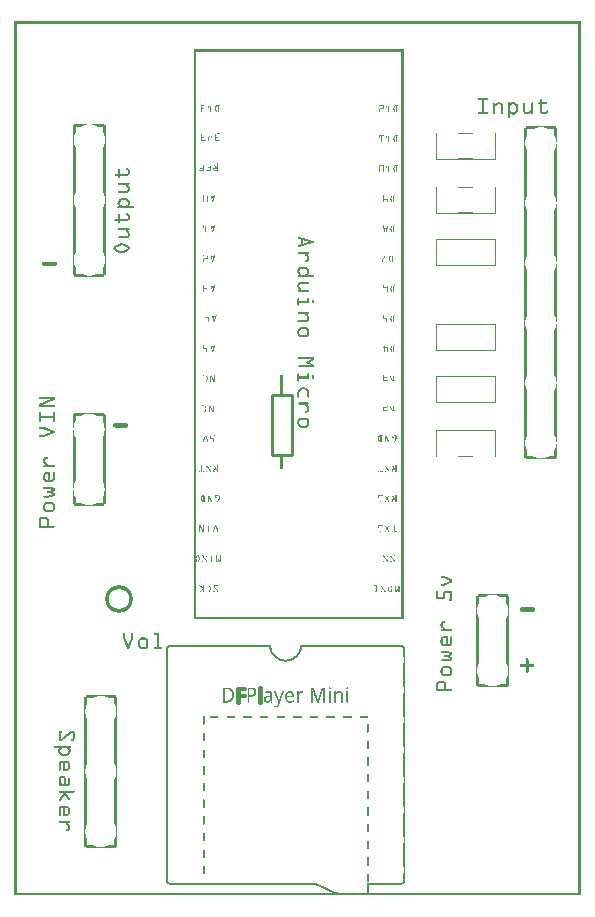
<source format=gto>
G04 MADE WITH FRITZING*
G04 WWW.FRITZING.ORG*
G04 DOUBLE SIDED*
G04 HOLES PLATED*
G04 CONTOUR ON CENTER OF CONTOUR VECTOR*
%ASAXBY*%
%FSLAX23Y23*%
%MOIN*%
%OFA0B0*%
%SFA1.0B1.0*%
%ADD10C,0.092000X0.068*%
%ADD11C,0.010000*%
%ADD12R,0.001000X0.001000*%
%LNSILK1*%
G90*
G70*
G54D10*
X348Y988D03*
G54D11*
X925Y1667D02*
X925Y1467D01*
D02*
X925Y1467D02*
X859Y1467D01*
D02*
X859Y1467D02*
X859Y1667D01*
D02*
X859Y1667D02*
X925Y1667D01*
X750Y642D02*
X743Y642D01*
X743Y692D01*
X768Y692D01*
X768Y687D01*
X750Y686D01*
X750Y669D01*
X768Y669D01*
X768Y664D01*
X750Y663D01*
X750Y642D01*
D02*
X823Y642D02*
X817Y642D01*
X817Y695D01*
X823Y695D01*
X823Y642D01*
D02*
G54D12*
X0Y2913D02*
X1888Y2913D01*
X0Y2912D02*
X1888Y2912D01*
X0Y2911D02*
X1888Y2911D01*
X0Y2910D02*
X1888Y2910D01*
X0Y2909D02*
X1888Y2909D01*
X0Y2908D02*
X1888Y2908D01*
X0Y2907D02*
X1888Y2907D01*
X0Y2906D02*
X1888Y2906D01*
X0Y2905D02*
X7Y2905D01*
X1881Y2905D02*
X1888Y2905D01*
X0Y2904D02*
X7Y2904D01*
X1881Y2904D02*
X1888Y2904D01*
X0Y2903D02*
X7Y2903D01*
X1881Y2903D02*
X1888Y2903D01*
X0Y2902D02*
X7Y2902D01*
X1881Y2902D02*
X1888Y2902D01*
X0Y2901D02*
X7Y2901D01*
X1881Y2901D02*
X1888Y2901D01*
X0Y2900D02*
X7Y2900D01*
X1881Y2900D02*
X1888Y2900D01*
X0Y2899D02*
X7Y2899D01*
X1881Y2899D02*
X1888Y2899D01*
X0Y2898D02*
X7Y2898D01*
X1881Y2898D02*
X1888Y2898D01*
X0Y2897D02*
X7Y2897D01*
X1881Y2897D02*
X1888Y2897D01*
X0Y2896D02*
X7Y2896D01*
X1881Y2896D02*
X1888Y2896D01*
X0Y2895D02*
X7Y2895D01*
X1881Y2895D02*
X1888Y2895D01*
X0Y2894D02*
X7Y2894D01*
X1881Y2894D02*
X1888Y2894D01*
X0Y2893D02*
X7Y2893D01*
X1881Y2893D02*
X1888Y2893D01*
X0Y2892D02*
X7Y2892D01*
X1881Y2892D02*
X1888Y2892D01*
X0Y2891D02*
X7Y2891D01*
X1881Y2891D02*
X1888Y2891D01*
X0Y2890D02*
X7Y2890D01*
X1881Y2890D02*
X1888Y2890D01*
X0Y2889D02*
X7Y2889D01*
X1881Y2889D02*
X1888Y2889D01*
X0Y2888D02*
X7Y2888D01*
X1881Y2888D02*
X1888Y2888D01*
X0Y2887D02*
X7Y2887D01*
X1881Y2887D02*
X1888Y2887D01*
X0Y2886D02*
X7Y2886D01*
X1881Y2886D02*
X1888Y2886D01*
X0Y2885D02*
X7Y2885D01*
X1881Y2885D02*
X1888Y2885D01*
X0Y2884D02*
X7Y2884D01*
X1881Y2884D02*
X1888Y2884D01*
X0Y2883D02*
X7Y2883D01*
X1881Y2883D02*
X1888Y2883D01*
X0Y2882D02*
X7Y2882D01*
X1881Y2882D02*
X1888Y2882D01*
X0Y2881D02*
X7Y2881D01*
X1881Y2881D02*
X1888Y2881D01*
X0Y2880D02*
X7Y2880D01*
X1881Y2880D02*
X1888Y2880D01*
X0Y2879D02*
X7Y2879D01*
X1881Y2879D02*
X1888Y2879D01*
X0Y2878D02*
X7Y2878D01*
X1881Y2878D02*
X1888Y2878D01*
X0Y2877D02*
X7Y2877D01*
X1881Y2877D02*
X1888Y2877D01*
X0Y2876D02*
X7Y2876D01*
X1881Y2876D02*
X1888Y2876D01*
X0Y2875D02*
X7Y2875D01*
X1881Y2875D02*
X1888Y2875D01*
X0Y2874D02*
X7Y2874D01*
X1881Y2874D02*
X1888Y2874D01*
X0Y2873D02*
X7Y2873D01*
X1881Y2873D02*
X1888Y2873D01*
X0Y2872D02*
X7Y2872D01*
X1881Y2872D02*
X1888Y2872D01*
X0Y2871D02*
X7Y2871D01*
X1881Y2871D02*
X1888Y2871D01*
X0Y2870D02*
X7Y2870D01*
X1881Y2870D02*
X1888Y2870D01*
X0Y2869D02*
X7Y2869D01*
X1881Y2869D02*
X1888Y2869D01*
X0Y2868D02*
X7Y2868D01*
X1881Y2868D02*
X1888Y2868D01*
X0Y2867D02*
X7Y2867D01*
X1881Y2867D02*
X1888Y2867D01*
X0Y2866D02*
X7Y2866D01*
X1881Y2866D02*
X1888Y2866D01*
X0Y2865D02*
X7Y2865D01*
X1881Y2865D02*
X1888Y2865D01*
X0Y2864D02*
X7Y2864D01*
X1881Y2864D02*
X1888Y2864D01*
X0Y2863D02*
X7Y2863D01*
X1881Y2863D02*
X1888Y2863D01*
X0Y2862D02*
X7Y2862D01*
X1881Y2862D02*
X1888Y2862D01*
X0Y2861D02*
X7Y2861D01*
X1881Y2861D02*
X1888Y2861D01*
X0Y2860D02*
X7Y2860D01*
X1881Y2860D02*
X1888Y2860D01*
X0Y2859D02*
X7Y2859D01*
X1881Y2859D02*
X1888Y2859D01*
X0Y2858D02*
X7Y2858D01*
X1881Y2858D02*
X1888Y2858D01*
X0Y2857D02*
X7Y2857D01*
X1881Y2857D02*
X1888Y2857D01*
X0Y2856D02*
X7Y2856D01*
X1881Y2856D02*
X1888Y2856D01*
X0Y2855D02*
X7Y2855D01*
X1881Y2855D02*
X1888Y2855D01*
X0Y2854D02*
X7Y2854D01*
X1881Y2854D02*
X1888Y2854D01*
X0Y2853D02*
X7Y2853D01*
X1881Y2853D02*
X1888Y2853D01*
X0Y2852D02*
X7Y2852D01*
X1881Y2852D02*
X1888Y2852D01*
X0Y2851D02*
X7Y2851D01*
X1881Y2851D02*
X1888Y2851D01*
X0Y2850D02*
X7Y2850D01*
X1881Y2850D02*
X1888Y2850D01*
X0Y2849D02*
X7Y2849D01*
X1881Y2849D02*
X1888Y2849D01*
X0Y2848D02*
X7Y2848D01*
X1881Y2848D02*
X1888Y2848D01*
X0Y2847D02*
X7Y2847D01*
X1881Y2847D02*
X1888Y2847D01*
X0Y2846D02*
X7Y2846D01*
X1881Y2846D02*
X1888Y2846D01*
X0Y2845D02*
X7Y2845D01*
X1881Y2845D02*
X1888Y2845D01*
X0Y2844D02*
X7Y2844D01*
X1881Y2844D02*
X1888Y2844D01*
X0Y2843D02*
X7Y2843D01*
X1881Y2843D02*
X1888Y2843D01*
X0Y2842D02*
X7Y2842D01*
X1881Y2842D02*
X1888Y2842D01*
X0Y2841D02*
X7Y2841D01*
X1881Y2841D02*
X1888Y2841D01*
X0Y2840D02*
X7Y2840D01*
X1881Y2840D02*
X1888Y2840D01*
X0Y2839D02*
X7Y2839D01*
X1881Y2839D02*
X1888Y2839D01*
X0Y2838D02*
X7Y2838D01*
X1881Y2838D02*
X1888Y2838D01*
X0Y2837D02*
X7Y2837D01*
X1881Y2837D02*
X1888Y2837D01*
X0Y2836D02*
X7Y2836D01*
X1881Y2836D02*
X1888Y2836D01*
X0Y2835D02*
X7Y2835D01*
X1881Y2835D02*
X1888Y2835D01*
X0Y2834D02*
X7Y2834D01*
X1881Y2834D02*
X1888Y2834D01*
X0Y2833D02*
X7Y2833D01*
X1881Y2833D02*
X1888Y2833D01*
X0Y2832D02*
X7Y2832D01*
X1881Y2832D02*
X1888Y2832D01*
X0Y2831D02*
X7Y2831D01*
X1881Y2831D02*
X1888Y2831D01*
X0Y2830D02*
X7Y2830D01*
X1881Y2830D02*
X1888Y2830D01*
X0Y2829D02*
X7Y2829D01*
X1881Y2829D02*
X1888Y2829D01*
X0Y2828D02*
X7Y2828D01*
X1881Y2828D02*
X1888Y2828D01*
X0Y2827D02*
X7Y2827D01*
X1881Y2827D02*
X1888Y2827D01*
X0Y2826D02*
X7Y2826D01*
X1881Y2826D02*
X1888Y2826D01*
X0Y2825D02*
X7Y2825D01*
X1881Y2825D02*
X1888Y2825D01*
X0Y2824D02*
X7Y2824D01*
X1881Y2824D02*
X1888Y2824D01*
X0Y2823D02*
X7Y2823D01*
X1881Y2823D02*
X1888Y2823D01*
X0Y2822D02*
X7Y2822D01*
X1881Y2822D02*
X1888Y2822D01*
X0Y2821D02*
X7Y2821D01*
X1881Y2821D02*
X1888Y2821D01*
X0Y2820D02*
X7Y2820D01*
X1881Y2820D02*
X1888Y2820D01*
X0Y2819D02*
X7Y2819D01*
X599Y2819D02*
X1297Y2819D01*
X1881Y2819D02*
X1888Y2819D01*
X0Y2818D02*
X7Y2818D01*
X599Y2818D02*
X1297Y2818D01*
X1881Y2818D02*
X1888Y2818D01*
X0Y2817D02*
X7Y2817D01*
X599Y2817D02*
X1297Y2817D01*
X1881Y2817D02*
X1888Y2817D01*
X0Y2816D02*
X7Y2816D01*
X599Y2816D02*
X1297Y2816D01*
X1881Y2816D02*
X1888Y2816D01*
X0Y2815D02*
X7Y2815D01*
X599Y2815D02*
X1297Y2815D01*
X1881Y2815D02*
X1888Y2815D01*
X0Y2814D02*
X7Y2814D01*
X599Y2814D02*
X1297Y2814D01*
X1881Y2814D02*
X1888Y2814D01*
X0Y2813D02*
X7Y2813D01*
X599Y2813D02*
X1297Y2813D01*
X1881Y2813D02*
X1888Y2813D01*
X0Y2812D02*
X7Y2812D01*
X599Y2812D02*
X1297Y2812D01*
X1881Y2812D02*
X1888Y2812D01*
X0Y2811D02*
X7Y2811D01*
X599Y2811D02*
X606Y2811D01*
X1290Y2811D02*
X1297Y2811D01*
X1881Y2811D02*
X1888Y2811D01*
X0Y2810D02*
X7Y2810D01*
X599Y2810D02*
X606Y2810D01*
X1290Y2810D02*
X1297Y2810D01*
X1881Y2810D02*
X1888Y2810D01*
X0Y2809D02*
X7Y2809D01*
X599Y2809D02*
X606Y2809D01*
X1290Y2809D02*
X1297Y2809D01*
X1881Y2809D02*
X1888Y2809D01*
X0Y2808D02*
X7Y2808D01*
X599Y2808D02*
X606Y2808D01*
X1290Y2808D02*
X1297Y2808D01*
X1881Y2808D02*
X1888Y2808D01*
X0Y2807D02*
X7Y2807D01*
X599Y2807D02*
X606Y2807D01*
X1290Y2807D02*
X1297Y2807D01*
X1881Y2807D02*
X1888Y2807D01*
X0Y2806D02*
X7Y2806D01*
X599Y2806D02*
X606Y2806D01*
X1290Y2806D02*
X1297Y2806D01*
X1881Y2806D02*
X1888Y2806D01*
X0Y2805D02*
X7Y2805D01*
X599Y2805D02*
X606Y2805D01*
X1290Y2805D02*
X1297Y2805D01*
X1881Y2805D02*
X1888Y2805D01*
X0Y2804D02*
X7Y2804D01*
X599Y2804D02*
X606Y2804D01*
X1290Y2804D02*
X1297Y2804D01*
X1881Y2804D02*
X1888Y2804D01*
X0Y2803D02*
X7Y2803D01*
X599Y2803D02*
X606Y2803D01*
X1290Y2803D02*
X1297Y2803D01*
X1881Y2803D02*
X1888Y2803D01*
X0Y2802D02*
X7Y2802D01*
X599Y2802D02*
X606Y2802D01*
X1290Y2802D02*
X1297Y2802D01*
X1881Y2802D02*
X1888Y2802D01*
X0Y2801D02*
X7Y2801D01*
X599Y2801D02*
X606Y2801D01*
X1290Y2801D02*
X1297Y2801D01*
X1881Y2801D02*
X1888Y2801D01*
X0Y2800D02*
X7Y2800D01*
X599Y2800D02*
X606Y2800D01*
X1290Y2800D02*
X1297Y2800D01*
X1881Y2800D02*
X1888Y2800D01*
X0Y2799D02*
X7Y2799D01*
X599Y2799D02*
X606Y2799D01*
X1290Y2799D02*
X1297Y2799D01*
X1881Y2799D02*
X1888Y2799D01*
X0Y2798D02*
X7Y2798D01*
X599Y2798D02*
X606Y2798D01*
X1290Y2798D02*
X1297Y2798D01*
X1881Y2798D02*
X1888Y2798D01*
X0Y2797D02*
X7Y2797D01*
X599Y2797D02*
X606Y2797D01*
X1290Y2797D02*
X1297Y2797D01*
X1881Y2797D02*
X1888Y2797D01*
X0Y2796D02*
X7Y2796D01*
X599Y2796D02*
X606Y2796D01*
X1290Y2796D02*
X1297Y2796D01*
X1881Y2796D02*
X1888Y2796D01*
X0Y2795D02*
X7Y2795D01*
X599Y2795D02*
X606Y2795D01*
X1290Y2795D02*
X1297Y2795D01*
X1881Y2795D02*
X1888Y2795D01*
X0Y2794D02*
X7Y2794D01*
X599Y2794D02*
X606Y2794D01*
X1290Y2794D02*
X1297Y2794D01*
X1881Y2794D02*
X1888Y2794D01*
X0Y2793D02*
X7Y2793D01*
X599Y2793D02*
X606Y2793D01*
X1290Y2793D02*
X1297Y2793D01*
X1881Y2793D02*
X1888Y2793D01*
X0Y2792D02*
X7Y2792D01*
X599Y2792D02*
X606Y2792D01*
X1290Y2792D02*
X1297Y2792D01*
X1881Y2792D02*
X1888Y2792D01*
X0Y2791D02*
X7Y2791D01*
X599Y2791D02*
X606Y2791D01*
X1290Y2791D02*
X1297Y2791D01*
X1881Y2791D02*
X1888Y2791D01*
X0Y2790D02*
X7Y2790D01*
X599Y2790D02*
X606Y2790D01*
X1290Y2790D02*
X1297Y2790D01*
X1881Y2790D02*
X1888Y2790D01*
X0Y2789D02*
X7Y2789D01*
X599Y2789D02*
X606Y2789D01*
X1290Y2789D02*
X1297Y2789D01*
X1881Y2789D02*
X1888Y2789D01*
X0Y2788D02*
X7Y2788D01*
X599Y2788D02*
X606Y2788D01*
X1290Y2788D02*
X1297Y2788D01*
X1881Y2788D02*
X1888Y2788D01*
X0Y2787D02*
X7Y2787D01*
X599Y2787D02*
X606Y2787D01*
X1290Y2787D02*
X1297Y2787D01*
X1881Y2787D02*
X1888Y2787D01*
X0Y2786D02*
X7Y2786D01*
X599Y2786D02*
X606Y2786D01*
X1290Y2786D02*
X1297Y2786D01*
X1881Y2786D02*
X1888Y2786D01*
X0Y2785D02*
X7Y2785D01*
X599Y2785D02*
X606Y2785D01*
X1290Y2785D02*
X1297Y2785D01*
X1881Y2785D02*
X1888Y2785D01*
X0Y2784D02*
X7Y2784D01*
X599Y2784D02*
X606Y2784D01*
X1290Y2784D02*
X1297Y2784D01*
X1881Y2784D02*
X1888Y2784D01*
X0Y2783D02*
X7Y2783D01*
X599Y2783D02*
X606Y2783D01*
X1290Y2783D02*
X1297Y2783D01*
X1881Y2783D02*
X1888Y2783D01*
X0Y2782D02*
X7Y2782D01*
X599Y2782D02*
X606Y2782D01*
X1290Y2782D02*
X1297Y2782D01*
X1881Y2782D02*
X1888Y2782D01*
X0Y2781D02*
X7Y2781D01*
X599Y2781D02*
X606Y2781D01*
X1290Y2781D02*
X1297Y2781D01*
X1881Y2781D02*
X1888Y2781D01*
X0Y2780D02*
X7Y2780D01*
X599Y2780D02*
X606Y2780D01*
X1290Y2780D02*
X1297Y2780D01*
X1881Y2780D02*
X1888Y2780D01*
X0Y2779D02*
X7Y2779D01*
X599Y2779D02*
X606Y2779D01*
X1290Y2779D02*
X1297Y2779D01*
X1881Y2779D02*
X1888Y2779D01*
X0Y2778D02*
X7Y2778D01*
X599Y2778D02*
X606Y2778D01*
X1290Y2778D02*
X1297Y2778D01*
X1881Y2778D02*
X1888Y2778D01*
X0Y2777D02*
X7Y2777D01*
X599Y2777D02*
X606Y2777D01*
X1290Y2777D02*
X1297Y2777D01*
X1881Y2777D02*
X1888Y2777D01*
X0Y2776D02*
X7Y2776D01*
X599Y2776D02*
X606Y2776D01*
X1290Y2776D02*
X1297Y2776D01*
X1881Y2776D02*
X1888Y2776D01*
X0Y2775D02*
X7Y2775D01*
X599Y2775D02*
X606Y2775D01*
X1290Y2775D02*
X1297Y2775D01*
X1881Y2775D02*
X1888Y2775D01*
X0Y2774D02*
X7Y2774D01*
X599Y2774D02*
X606Y2774D01*
X1290Y2774D02*
X1297Y2774D01*
X1881Y2774D02*
X1888Y2774D01*
X0Y2773D02*
X7Y2773D01*
X599Y2773D02*
X606Y2773D01*
X1290Y2773D02*
X1297Y2773D01*
X1881Y2773D02*
X1888Y2773D01*
X0Y2772D02*
X7Y2772D01*
X599Y2772D02*
X606Y2772D01*
X1290Y2772D02*
X1297Y2772D01*
X1881Y2772D02*
X1888Y2772D01*
X0Y2771D02*
X7Y2771D01*
X599Y2771D02*
X606Y2771D01*
X1290Y2771D02*
X1297Y2771D01*
X1881Y2771D02*
X1888Y2771D01*
X0Y2770D02*
X7Y2770D01*
X599Y2770D02*
X606Y2770D01*
X1290Y2770D02*
X1297Y2770D01*
X1881Y2770D02*
X1888Y2770D01*
X0Y2769D02*
X7Y2769D01*
X599Y2769D02*
X606Y2769D01*
X1290Y2769D02*
X1297Y2769D01*
X1881Y2769D02*
X1888Y2769D01*
X0Y2768D02*
X7Y2768D01*
X599Y2768D02*
X606Y2768D01*
X1290Y2768D02*
X1297Y2768D01*
X1881Y2768D02*
X1888Y2768D01*
X0Y2767D02*
X7Y2767D01*
X599Y2767D02*
X606Y2767D01*
X1290Y2767D02*
X1297Y2767D01*
X1881Y2767D02*
X1888Y2767D01*
X0Y2766D02*
X7Y2766D01*
X599Y2766D02*
X606Y2766D01*
X1290Y2766D02*
X1297Y2766D01*
X1881Y2766D02*
X1888Y2766D01*
X0Y2765D02*
X7Y2765D01*
X599Y2765D02*
X606Y2765D01*
X1290Y2765D02*
X1297Y2765D01*
X1881Y2765D02*
X1888Y2765D01*
X0Y2764D02*
X7Y2764D01*
X599Y2764D02*
X606Y2764D01*
X1290Y2764D02*
X1297Y2764D01*
X1881Y2764D02*
X1888Y2764D01*
X0Y2763D02*
X7Y2763D01*
X599Y2763D02*
X606Y2763D01*
X1290Y2763D02*
X1297Y2763D01*
X1881Y2763D02*
X1888Y2763D01*
X0Y2762D02*
X7Y2762D01*
X599Y2762D02*
X606Y2762D01*
X1290Y2762D02*
X1297Y2762D01*
X1881Y2762D02*
X1888Y2762D01*
X0Y2761D02*
X7Y2761D01*
X599Y2761D02*
X606Y2761D01*
X1290Y2761D02*
X1297Y2761D01*
X1881Y2761D02*
X1888Y2761D01*
X0Y2760D02*
X7Y2760D01*
X599Y2760D02*
X606Y2760D01*
X1290Y2760D02*
X1297Y2760D01*
X1881Y2760D02*
X1888Y2760D01*
X0Y2759D02*
X7Y2759D01*
X599Y2759D02*
X606Y2759D01*
X1290Y2759D02*
X1297Y2759D01*
X1881Y2759D02*
X1888Y2759D01*
X0Y2758D02*
X7Y2758D01*
X599Y2758D02*
X606Y2758D01*
X1290Y2758D02*
X1297Y2758D01*
X1881Y2758D02*
X1888Y2758D01*
X0Y2757D02*
X7Y2757D01*
X599Y2757D02*
X606Y2757D01*
X1290Y2757D02*
X1297Y2757D01*
X1881Y2757D02*
X1888Y2757D01*
X0Y2756D02*
X7Y2756D01*
X599Y2756D02*
X606Y2756D01*
X1290Y2756D02*
X1297Y2756D01*
X1881Y2756D02*
X1888Y2756D01*
X0Y2755D02*
X7Y2755D01*
X599Y2755D02*
X606Y2755D01*
X1290Y2755D02*
X1297Y2755D01*
X1881Y2755D02*
X1888Y2755D01*
X0Y2754D02*
X7Y2754D01*
X599Y2754D02*
X606Y2754D01*
X1290Y2754D02*
X1297Y2754D01*
X1881Y2754D02*
X1888Y2754D01*
X0Y2753D02*
X7Y2753D01*
X599Y2753D02*
X606Y2753D01*
X1290Y2753D02*
X1297Y2753D01*
X1881Y2753D02*
X1888Y2753D01*
X0Y2752D02*
X7Y2752D01*
X599Y2752D02*
X606Y2752D01*
X1290Y2752D02*
X1297Y2752D01*
X1881Y2752D02*
X1888Y2752D01*
X0Y2751D02*
X7Y2751D01*
X599Y2751D02*
X606Y2751D01*
X1290Y2751D02*
X1297Y2751D01*
X1881Y2751D02*
X1888Y2751D01*
X0Y2750D02*
X7Y2750D01*
X599Y2750D02*
X606Y2750D01*
X1290Y2750D02*
X1297Y2750D01*
X1881Y2750D02*
X1888Y2750D01*
X0Y2749D02*
X7Y2749D01*
X599Y2749D02*
X606Y2749D01*
X1290Y2749D02*
X1297Y2749D01*
X1881Y2749D02*
X1888Y2749D01*
X0Y2748D02*
X7Y2748D01*
X599Y2748D02*
X606Y2748D01*
X1290Y2748D02*
X1297Y2748D01*
X1881Y2748D02*
X1888Y2748D01*
X0Y2747D02*
X7Y2747D01*
X599Y2747D02*
X606Y2747D01*
X1290Y2747D02*
X1297Y2747D01*
X1881Y2747D02*
X1888Y2747D01*
X0Y2746D02*
X7Y2746D01*
X599Y2746D02*
X606Y2746D01*
X1290Y2746D02*
X1297Y2746D01*
X1881Y2746D02*
X1888Y2746D01*
X0Y2745D02*
X7Y2745D01*
X599Y2745D02*
X606Y2745D01*
X1290Y2745D02*
X1297Y2745D01*
X1881Y2745D02*
X1888Y2745D01*
X0Y2744D02*
X7Y2744D01*
X599Y2744D02*
X606Y2744D01*
X1290Y2744D02*
X1297Y2744D01*
X1881Y2744D02*
X1888Y2744D01*
X0Y2743D02*
X7Y2743D01*
X599Y2743D02*
X606Y2743D01*
X1290Y2743D02*
X1297Y2743D01*
X1881Y2743D02*
X1888Y2743D01*
X0Y2742D02*
X7Y2742D01*
X599Y2742D02*
X606Y2742D01*
X1290Y2742D02*
X1297Y2742D01*
X1881Y2742D02*
X1888Y2742D01*
X0Y2741D02*
X7Y2741D01*
X599Y2741D02*
X606Y2741D01*
X1290Y2741D02*
X1297Y2741D01*
X1881Y2741D02*
X1888Y2741D01*
X0Y2740D02*
X7Y2740D01*
X599Y2740D02*
X606Y2740D01*
X1290Y2740D02*
X1297Y2740D01*
X1881Y2740D02*
X1888Y2740D01*
X0Y2739D02*
X7Y2739D01*
X599Y2739D02*
X606Y2739D01*
X1290Y2739D02*
X1297Y2739D01*
X1881Y2739D02*
X1888Y2739D01*
X0Y2738D02*
X7Y2738D01*
X599Y2738D02*
X606Y2738D01*
X1290Y2738D02*
X1297Y2738D01*
X1881Y2738D02*
X1888Y2738D01*
X0Y2737D02*
X7Y2737D01*
X599Y2737D02*
X606Y2737D01*
X1290Y2737D02*
X1297Y2737D01*
X1881Y2737D02*
X1888Y2737D01*
X0Y2736D02*
X7Y2736D01*
X599Y2736D02*
X606Y2736D01*
X1290Y2736D02*
X1297Y2736D01*
X1881Y2736D02*
X1888Y2736D01*
X0Y2735D02*
X7Y2735D01*
X599Y2735D02*
X606Y2735D01*
X1290Y2735D02*
X1297Y2735D01*
X1881Y2735D02*
X1888Y2735D01*
X0Y2734D02*
X7Y2734D01*
X599Y2734D02*
X606Y2734D01*
X1290Y2734D02*
X1297Y2734D01*
X1881Y2734D02*
X1888Y2734D01*
X0Y2733D02*
X7Y2733D01*
X599Y2733D02*
X606Y2733D01*
X1290Y2733D02*
X1297Y2733D01*
X1881Y2733D02*
X1888Y2733D01*
X0Y2732D02*
X7Y2732D01*
X599Y2732D02*
X606Y2732D01*
X1290Y2732D02*
X1297Y2732D01*
X1881Y2732D02*
X1888Y2732D01*
X0Y2731D02*
X7Y2731D01*
X599Y2731D02*
X606Y2731D01*
X1290Y2731D02*
X1297Y2731D01*
X1881Y2731D02*
X1888Y2731D01*
X0Y2730D02*
X7Y2730D01*
X599Y2730D02*
X606Y2730D01*
X1290Y2730D02*
X1297Y2730D01*
X1881Y2730D02*
X1888Y2730D01*
X0Y2729D02*
X7Y2729D01*
X599Y2729D02*
X606Y2729D01*
X1290Y2729D02*
X1297Y2729D01*
X1881Y2729D02*
X1888Y2729D01*
X0Y2728D02*
X7Y2728D01*
X599Y2728D02*
X606Y2728D01*
X1290Y2728D02*
X1297Y2728D01*
X1881Y2728D02*
X1888Y2728D01*
X0Y2727D02*
X7Y2727D01*
X599Y2727D02*
X606Y2727D01*
X1290Y2727D02*
X1297Y2727D01*
X1881Y2727D02*
X1888Y2727D01*
X0Y2726D02*
X7Y2726D01*
X599Y2726D02*
X606Y2726D01*
X1290Y2726D02*
X1297Y2726D01*
X1881Y2726D02*
X1888Y2726D01*
X0Y2725D02*
X7Y2725D01*
X599Y2725D02*
X606Y2725D01*
X1290Y2725D02*
X1297Y2725D01*
X1881Y2725D02*
X1888Y2725D01*
X0Y2724D02*
X7Y2724D01*
X599Y2724D02*
X606Y2724D01*
X1290Y2724D02*
X1297Y2724D01*
X1881Y2724D02*
X1888Y2724D01*
X0Y2723D02*
X7Y2723D01*
X599Y2723D02*
X606Y2723D01*
X1290Y2723D02*
X1297Y2723D01*
X1881Y2723D02*
X1888Y2723D01*
X0Y2722D02*
X7Y2722D01*
X599Y2722D02*
X606Y2722D01*
X1290Y2722D02*
X1297Y2722D01*
X1881Y2722D02*
X1888Y2722D01*
X0Y2721D02*
X7Y2721D01*
X599Y2721D02*
X606Y2721D01*
X1290Y2721D02*
X1297Y2721D01*
X1881Y2721D02*
X1888Y2721D01*
X0Y2720D02*
X7Y2720D01*
X599Y2720D02*
X606Y2720D01*
X1290Y2720D02*
X1297Y2720D01*
X1881Y2720D02*
X1888Y2720D01*
X0Y2719D02*
X7Y2719D01*
X599Y2719D02*
X606Y2719D01*
X1290Y2719D02*
X1297Y2719D01*
X1881Y2719D02*
X1888Y2719D01*
X0Y2718D02*
X7Y2718D01*
X599Y2718D02*
X606Y2718D01*
X1290Y2718D02*
X1297Y2718D01*
X1881Y2718D02*
X1888Y2718D01*
X0Y2717D02*
X7Y2717D01*
X599Y2717D02*
X606Y2717D01*
X1290Y2717D02*
X1297Y2717D01*
X1881Y2717D02*
X1888Y2717D01*
X0Y2716D02*
X7Y2716D01*
X599Y2716D02*
X606Y2716D01*
X1290Y2716D02*
X1297Y2716D01*
X1881Y2716D02*
X1888Y2716D01*
X0Y2715D02*
X7Y2715D01*
X599Y2715D02*
X606Y2715D01*
X1290Y2715D02*
X1297Y2715D01*
X1881Y2715D02*
X1888Y2715D01*
X0Y2714D02*
X7Y2714D01*
X599Y2714D02*
X606Y2714D01*
X1290Y2714D02*
X1297Y2714D01*
X1881Y2714D02*
X1888Y2714D01*
X0Y2713D02*
X7Y2713D01*
X599Y2713D02*
X606Y2713D01*
X1290Y2713D02*
X1297Y2713D01*
X1881Y2713D02*
X1888Y2713D01*
X0Y2712D02*
X7Y2712D01*
X599Y2712D02*
X606Y2712D01*
X1290Y2712D02*
X1297Y2712D01*
X1881Y2712D02*
X1888Y2712D01*
X0Y2711D02*
X7Y2711D01*
X599Y2711D02*
X606Y2711D01*
X1290Y2711D02*
X1297Y2711D01*
X1881Y2711D02*
X1888Y2711D01*
X0Y2710D02*
X7Y2710D01*
X599Y2710D02*
X606Y2710D01*
X1290Y2710D02*
X1297Y2710D01*
X1881Y2710D02*
X1888Y2710D01*
X0Y2709D02*
X7Y2709D01*
X599Y2709D02*
X606Y2709D01*
X1290Y2709D02*
X1297Y2709D01*
X1881Y2709D02*
X1888Y2709D01*
X0Y2708D02*
X7Y2708D01*
X599Y2708D02*
X606Y2708D01*
X1290Y2708D02*
X1297Y2708D01*
X1881Y2708D02*
X1888Y2708D01*
X0Y2707D02*
X7Y2707D01*
X599Y2707D02*
X606Y2707D01*
X1290Y2707D02*
X1297Y2707D01*
X1881Y2707D02*
X1888Y2707D01*
X0Y2706D02*
X7Y2706D01*
X599Y2706D02*
X606Y2706D01*
X1290Y2706D02*
X1297Y2706D01*
X1881Y2706D02*
X1888Y2706D01*
X0Y2705D02*
X7Y2705D01*
X599Y2705D02*
X606Y2705D01*
X1290Y2705D02*
X1297Y2705D01*
X1881Y2705D02*
X1888Y2705D01*
X0Y2704D02*
X7Y2704D01*
X599Y2704D02*
X606Y2704D01*
X1290Y2704D02*
X1297Y2704D01*
X1881Y2704D02*
X1888Y2704D01*
X0Y2703D02*
X7Y2703D01*
X599Y2703D02*
X606Y2703D01*
X1290Y2703D02*
X1297Y2703D01*
X1881Y2703D02*
X1888Y2703D01*
X0Y2702D02*
X7Y2702D01*
X599Y2702D02*
X606Y2702D01*
X1290Y2702D02*
X1297Y2702D01*
X1881Y2702D02*
X1888Y2702D01*
X0Y2701D02*
X7Y2701D01*
X599Y2701D02*
X606Y2701D01*
X1290Y2701D02*
X1297Y2701D01*
X1881Y2701D02*
X1888Y2701D01*
X0Y2700D02*
X7Y2700D01*
X599Y2700D02*
X606Y2700D01*
X1290Y2700D02*
X1297Y2700D01*
X1881Y2700D02*
X1888Y2700D01*
X0Y2699D02*
X7Y2699D01*
X599Y2699D02*
X606Y2699D01*
X1290Y2699D02*
X1297Y2699D01*
X1881Y2699D02*
X1888Y2699D01*
X0Y2698D02*
X7Y2698D01*
X599Y2698D02*
X606Y2698D01*
X1290Y2698D02*
X1297Y2698D01*
X1881Y2698D02*
X1888Y2698D01*
X0Y2697D02*
X7Y2697D01*
X599Y2697D02*
X606Y2697D01*
X1290Y2697D02*
X1297Y2697D01*
X1881Y2697D02*
X1888Y2697D01*
X0Y2696D02*
X7Y2696D01*
X599Y2696D02*
X606Y2696D01*
X1290Y2696D02*
X1297Y2696D01*
X1881Y2696D02*
X1888Y2696D01*
X0Y2695D02*
X7Y2695D01*
X599Y2695D02*
X606Y2695D01*
X1290Y2695D02*
X1297Y2695D01*
X1881Y2695D02*
X1888Y2695D01*
X0Y2694D02*
X7Y2694D01*
X599Y2694D02*
X606Y2694D01*
X1290Y2694D02*
X1297Y2694D01*
X1881Y2694D02*
X1888Y2694D01*
X0Y2693D02*
X7Y2693D01*
X599Y2693D02*
X606Y2693D01*
X1290Y2693D02*
X1297Y2693D01*
X1881Y2693D02*
X1888Y2693D01*
X0Y2692D02*
X7Y2692D01*
X599Y2692D02*
X606Y2692D01*
X1290Y2692D02*
X1297Y2692D01*
X1881Y2692D02*
X1888Y2692D01*
X0Y2691D02*
X7Y2691D01*
X599Y2691D02*
X606Y2691D01*
X1290Y2691D02*
X1297Y2691D01*
X1881Y2691D02*
X1888Y2691D01*
X0Y2690D02*
X7Y2690D01*
X599Y2690D02*
X606Y2690D01*
X1290Y2690D02*
X1297Y2690D01*
X1881Y2690D02*
X1888Y2690D01*
X0Y2689D02*
X7Y2689D01*
X599Y2689D02*
X606Y2689D01*
X1290Y2689D02*
X1297Y2689D01*
X1881Y2689D02*
X1888Y2689D01*
X0Y2688D02*
X7Y2688D01*
X599Y2688D02*
X606Y2688D01*
X1290Y2688D02*
X1297Y2688D01*
X1881Y2688D02*
X1888Y2688D01*
X0Y2687D02*
X7Y2687D01*
X599Y2687D02*
X606Y2687D01*
X1290Y2687D02*
X1297Y2687D01*
X1881Y2687D02*
X1888Y2687D01*
X0Y2686D02*
X7Y2686D01*
X599Y2686D02*
X606Y2686D01*
X1290Y2686D02*
X1297Y2686D01*
X1881Y2686D02*
X1888Y2686D01*
X0Y2685D02*
X7Y2685D01*
X599Y2685D02*
X606Y2685D01*
X1290Y2685D02*
X1297Y2685D01*
X1881Y2685D02*
X1888Y2685D01*
X0Y2684D02*
X7Y2684D01*
X599Y2684D02*
X606Y2684D01*
X1290Y2684D02*
X1297Y2684D01*
X1881Y2684D02*
X1888Y2684D01*
X0Y2683D02*
X7Y2683D01*
X599Y2683D02*
X606Y2683D01*
X1290Y2683D02*
X1297Y2683D01*
X1881Y2683D02*
X1888Y2683D01*
X0Y2682D02*
X7Y2682D01*
X599Y2682D02*
X606Y2682D01*
X1290Y2682D02*
X1297Y2682D01*
X1881Y2682D02*
X1888Y2682D01*
X0Y2681D02*
X7Y2681D01*
X599Y2681D02*
X606Y2681D01*
X1290Y2681D02*
X1297Y2681D01*
X1881Y2681D02*
X1888Y2681D01*
X0Y2680D02*
X7Y2680D01*
X599Y2680D02*
X606Y2680D01*
X1290Y2680D02*
X1297Y2680D01*
X1881Y2680D02*
X1888Y2680D01*
X0Y2679D02*
X7Y2679D01*
X599Y2679D02*
X606Y2679D01*
X1290Y2679D02*
X1297Y2679D01*
X1881Y2679D02*
X1888Y2679D01*
X0Y2678D02*
X7Y2678D01*
X599Y2678D02*
X606Y2678D01*
X1290Y2678D02*
X1297Y2678D01*
X1881Y2678D02*
X1888Y2678D01*
X0Y2677D02*
X7Y2677D01*
X599Y2677D02*
X606Y2677D01*
X1290Y2677D02*
X1297Y2677D01*
X1881Y2677D02*
X1888Y2677D01*
X0Y2676D02*
X7Y2676D01*
X599Y2676D02*
X606Y2676D01*
X1290Y2676D02*
X1297Y2676D01*
X1881Y2676D02*
X1888Y2676D01*
X0Y2675D02*
X7Y2675D01*
X599Y2675D02*
X606Y2675D01*
X1290Y2675D02*
X1297Y2675D01*
X1881Y2675D02*
X1888Y2675D01*
X0Y2674D02*
X7Y2674D01*
X599Y2674D02*
X606Y2674D01*
X1290Y2674D02*
X1297Y2674D01*
X1881Y2674D02*
X1888Y2674D01*
X0Y2673D02*
X7Y2673D01*
X599Y2673D02*
X606Y2673D01*
X1290Y2673D02*
X1297Y2673D01*
X1881Y2673D02*
X1888Y2673D01*
X0Y2672D02*
X7Y2672D01*
X599Y2672D02*
X606Y2672D01*
X1290Y2672D02*
X1297Y2672D01*
X1881Y2672D02*
X1888Y2672D01*
X0Y2671D02*
X7Y2671D01*
X599Y2671D02*
X606Y2671D01*
X1290Y2671D02*
X1297Y2671D01*
X1881Y2671D02*
X1888Y2671D01*
X0Y2670D02*
X7Y2670D01*
X599Y2670D02*
X606Y2670D01*
X1290Y2670D02*
X1297Y2670D01*
X1881Y2670D02*
X1888Y2670D01*
X0Y2669D02*
X7Y2669D01*
X599Y2669D02*
X606Y2669D01*
X1290Y2669D02*
X1297Y2669D01*
X1881Y2669D02*
X1888Y2669D01*
X0Y2668D02*
X7Y2668D01*
X599Y2668D02*
X606Y2668D01*
X1290Y2668D02*
X1297Y2668D01*
X1881Y2668D02*
X1888Y2668D01*
X0Y2667D02*
X7Y2667D01*
X599Y2667D02*
X606Y2667D01*
X1290Y2667D02*
X1297Y2667D01*
X1881Y2667D02*
X1888Y2667D01*
X0Y2666D02*
X7Y2666D01*
X599Y2666D02*
X606Y2666D01*
X1290Y2666D02*
X1297Y2666D01*
X1881Y2666D02*
X1888Y2666D01*
X0Y2665D02*
X7Y2665D01*
X599Y2665D02*
X606Y2665D01*
X1290Y2665D02*
X1297Y2665D01*
X1881Y2665D02*
X1888Y2665D01*
X0Y2664D02*
X7Y2664D01*
X599Y2664D02*
X606Y2664D01*
X1290Y2664D02*
X1297Y2664D01*
X1881Y2664D02*
X1888Y2664D01*
X0Y2663D02*
X7Y2663D01*
X599Y2663D02*
X606Y2663D01*
X1290Y2663D02*
X1297Y2663D01*
X1881Y2663D02*
X1888Y2663D01*
X0Y2662D02*
X7Y2662D01*
X599Y2662D02*
X606Y2662D01*
X1290Y2662D02*
X1297Y2662D01*
X1881Y2662D02*
X1888Y2662D01*
X0Y2661D02*
X7Y2661D01*
X599Y2661D02*
X606Y2661D01*
X1290Y2661D02*
X1297Y2661D01*
X1881Y2661D02*
X1888Y2661D01*
X0Y2660D02*
X7Y2660D01*
X599Y2660D02*
X606Y2660D01*
X1290Y2660D02*
X1297Y2660D01*
X1881Y2660D02*
X1888Y2660D01*
X0Y2659D02*
X7Y2659D01*
X599Y2659D02*
X606Y2659D01*
X1290Y2659D02*
X1297Y2659D01*
X1881Y2659D02*
X1888Y2659D01*
X0Y2658D02*
X7Y2658D01*
X599Y2658D02*
X606Y2658D01*
X1290Y2658D02*
X1297Y2658D01*
X1881Y2658D02*
X1888Y2658D01*
X0Y2657D02*
X7Y2657D01*
X599Y2657D02*
X606Y2657D01*
X1290Y2657D02*
X1297Y2657D01*
X1547Y2657D02*
X1578Y2657D01*
X1881Y2657D02*
X1888Y2657D01*
X0Y2656D02*
X7Y2656D01*
X599Y2656D02*
X606Y2656D01*
X1290Y2656D02*
X1297Y2656D01*
X1546Y2656D02*
X1579Y2656D01*
X1881Y2656D02*
X1888Y2656D01*
X0Y2655D02*
X7Y2655D01*
X599Y2655D02*
X606Y2655D01*
X1290Y2655D02*
X1297Y2655D01*
X1546Y2655D02*
X1579Y2655D01*
X1881Y2655D02*
X1888Y2655D01*
X0Y2654D02*
X7Y2654D01*
X599Y2654D02*
X606Y2654D01*
X1290Y2654D02*
X1297Y2654D01*
X1546Y2654D02*
X1579Y2654D01*
X1754Y2654D02*
X1758Y2654D01*
X1881Y2654D02*
X1888Y2654D01*
X0Y2653D02*
X7Y2653D01*
X599Y2653D02*
X606Y2653D01*
X1290Y2653D02*
X1297Y2653D01*
X1546Y2653D02*
X1579Y2653D01*
X1754Y2653D02*
X1759Y2653D01*
X1881Y2653D02*
X1888Y2653D01*
X0Y2652D02*
X7Y2652D01*
X599Y2652D02*
X606Y2652D01*
X1290Y2652D02*
X1297Y2652D01*
X1546Y2652D02*
X1578Y2652D01*
X1753Y2652D02*
X1759Y2652D01*
X1881Y2652D02*
X1888Y2652D01*
X0Y2651D02*
X7Y2651D01*
X599Y2651D02*
X606Y2651D01*
X1290Y2651D02*
X1297Y2651D01*
X1548Y2651D02*
X1576Y2651D01*
X1753Y2651D02*
X1759Y2651D01*
X1881Y2651D02*
X1888Y2651D01*
X0Y2650D02*
X7Y2650D01*
X599Y2650D02*
X606Y2650D01*
X1290Y2650D02*
X1297Y2650D01*
X1559Y2650D02*
X1565Y2650D01*
X1753Y2650D02*
X1759Y2650D01*
X1881Y2650D02*
X1888Y2650D01*
X0Y2649D02*
X7Y2649D01*
X599Y2649D02*
X606Y2649D01*
X1290Y2649D02*
X1297Y2649D01*
X1559Y2649D02*
X1565Y2649D01*
X1753Y2649D02*
X1759Y2649D01*
X1881Y2649D02*
X1888Y2649D01*
X0Y2648D02*
X7Y2648D01*
X599Y2648D02*
X606Y2648D01*
X1290Y2648D02*
X1297Y2648D01*
X1559Y2648D02*
X1565Y2648D01*
X1753Y2648D02*
X1759Y2648D01*
X1881Y2648D02*
X1888Y2648D01*
X0Y2647D02*
X7Y2647D01*
X599Y2647D02*
X606Y2647D01*
X1290Y2647D02*
X1297Y2647D01*
X1559Y2647D02*
X1565Y2647D01*
X1753Y2647D02*
X1759Y2647D01*
X1881Y2647D02*
X1888Y2647D01*
X0Y2646D02*
X7Y2646D01*
X599Y2646D02*
X606Y2646D01*
X1290Y2646D02*
X1297Y2646D01*
X1559Y2646D02*
X1565Y2646D01*
X1753Y2646D02*
X1759Y2646D01*
X1881Y2646D02*
X1888Y2646D01*
X0Y2645D02*
X7Y2645D01*
X599Y2645D02*
X606Y2645D01*
X1290Y2645D02*
X1297Y2645D01*
X1559Y2645D02*
X1565Y2645D01*
X1753Y2645D02*
X1759Y2645D01*
X1881Y2645D02*
X1888Y2645D01*
X0Y2644D02*
X7Y2644D01*
X599Y2644D02*
X606Y2644D01*
X1290Y2644D02*
X1297Y2644D01*
X1559Y2644D02*
X1565Y2644D01*
X1647Y2644D02*
X1650Y2644D01*
X1659Y2644D02*
X1666Y2644D01*
X1753Y2644D02*
X1759Y2644D01*
X1881Y2644D02*
X1888Y2644D01*
X0Y2643D02*
X7Y2643D01*
X599Y2643D02*
X606Y2643D01*
X1290Y2643D02*
X1297Y2643D01*
X1559Y2643D02*
X1565Y2643D01*
X1598Y2643D02*
X1599Y2643D01*
X1613Y2643D02*
X1619Y2643D01*
X1646Y2643D02*
X1651Y2643D01*
X1657Y2643D02*
X1668Y2643D01*
X1699Y2643D02*
X1699Y2643D01*
X1726Y2643D02*
X1727Y2643D01*
X1749Y2643D02*
X1774Y2643D01*
X1881Y2643D02*
X1888Y2643D01*
X0Y2642D02*
X7Y2642D01*
X599Y2642D02*
X606Y2642D01*
X1290Y2642D02*
X1297Y2642D01*
X1559Y2642D02*
X1565Y2642D01*
X1597Y2642D02*
X1601Y2642D01*
X1610Y2642D02*
X1623Y2642D01*
X1646Y2642D02*
X1652Y2642D01*
X1656Y2642D02*
X1670Y2642D01*
X1697Y2642D02*
X1701Y2642D01*
X1725Y2642D02*
X1729Y2642D01*
X1747Y2642D02*
X1775Y2642D01*
X1881Y2642D02*
X1888Y2642D01*
X0Y2641D02*
X7Y2641D01*
X599Y2641D02*
X606Y2641D01*
X1290Y2641D02*
X1297Y2641D01*
X1559Y2641D02*
X1565Y2641D01*
X1596Y2641D02*
X1601Y2641D01*
X1609Y2641D02*
X1624Y2641D01*
X1646Y2641D02*
X1652Y2641D01*
X1655Y2641D02*
X1671Y2641D01*
X1696Y2641D02*
X1702Y2641D01*
X1724Y2641D02*
X1729Y2641D01*
X1747Y2641D02*
X1776Y2641D01*
X1881Y2641D02*
X1888Y2641D01*
X0Y2640D02*
X7Y2640D01*
X599Y2640D02*
X606Y2640D01*
X1290Y2640D02*
X1297Y2640D01*
X1559Y2640D02*
X1565Y2640D01*
X1596Y2640D02*
X1602Y2640D01*
X1607Y2640D02*
X1625Y2640D01*
X1646Y2640D02*
X1652Y2640D01*
X1654Y2640D02*
X1672Y2640D01*
X1696Y2640D02*
X1702Y2640D01*
X1724Y2640D02*
X1730Y2640D01*
X1746Y2640D02*
X1776Y2640D01*
X1881Y2640D02*
X1888Y2640D01*
X0Y2639D02*
X7Y2639D01*
X599Y2639D02*
X606Y2639D01*
X1290Y2639D02*
X1297Y2639D01*
X1559Y2639D02*
X1565Y2639D01*
X1596Y2639D02*
X1602Y2639D01*
X1605Y2639D02*
X1626Y2639D01*
X1646Y2639D02*
X1673Y2639D01*
X1696Y2639D02*
X1702Y2639D01*
X1724Y2639D02*
X1730Y2639D01*
X1746Y2639D02*
X1776Y2639D01*
X1881Y2639D02*
X1888Y2639D01*
X0Y2638D02*
X7Y2638D01*
X599Y2638D02*
X606Y2638D01*
X1290Y2638D02*
X1297Y2638D01*
X1559Y2638D02*
X1565Y2638D01*
X1596Y2638D02*
X1602Y2638D01*
X1604Y2638D02*
X1627Y2638D01*
X1646Y2638D02*
X1675Y2638D01*
X1696Y2638D02*
X1702Y2638D01*
X1724Y2638D02*
X1730Y2638D01*
X1747Y2638D02*
X1776Y2638D01*
X1881Y2638D02*
X1888Y2638D01*
X0Y2637D02*
X7Y2637D01*
X599Y2637D02*
X606Y2637D01*
X1290Y2637D02*
X1297Y2637D01*
X1559Y2637D02*
X1565Y2637D01*
X1596Y2637D02*
X1627Y2637D01*
X1646Y2637D02*
X1660Y2637D01*
X1666Y2637D02*
X1676Y2637D01*
X1696Y2637D02*
X1702Y2637D01*
X1724Y2637D02*
X1730Y2637D01*
X1747Y2637D02*
X1775Y2637D01*
X1881Y2637D02*
X1888Y2637D01*
X0Y2636D02*
X7Y2636D01*
X599Y2636D02*
X606Y2636D01*
X1290Y2636D02*
X1297Y2636D01*
X1559Y2636D02*
X1565Y2636D01*
X1596Y2636D02*
X1613Y2636D01*
X1620Y2636D02*
X1628Y2636D01*
X1646Y2636D02*
X1658Y2636D01*
X1667Y2636D02*
X1677Y2636D01*
X1696Y2636D02*
X1702Y2636D01*
X1724Y2636D02*
X1730Y2636D01*
X1753Y2636D02*
X1759Y2636D01*
X1881Y2636D02*
X1888Y2636D01*
X0Y2635D02*
X7Y2635D01*
X599Y2635D02*
X606Y2635D01*
X1290Y2635D02*
X1297Y2635D01*
X1559Y2635D02*
X1565Y2635D01*
X1596Y2635D02*
X1611Y2635D01*
X1621Y2635D02*
X1628Y2635D01*
X1646Y2635D02*
X1657Y2635D01*
X1668Y2635D02*
X1677Y2635D01*
X1696Y2635D02*
X1702Y2635D01*
X1724Y2635D02*
X1730Y2635D01*
X1753Y2635D02*
X1759Y2635D01*
X1881Y2635D02*
X1888Y2635D01*
X0Y2634D02*
X7Y2634D01*
X599Y2634D02*
X606Y2634D01*
X623Y2634D02*
X629Y2634D01*
X675Y2634D02*
X684Y2634D01*
X1217Y2634D02*
X1229Y2634D01*
X1269Y2634D02*
X1278Y2634D01*
X1290Y2634D02*
X1297Y2634D01*
X1559Y2634D02*
X1565Y2634D01*
X1596Y2634D02*
X1610Y2634D01*
X1622Y2634D02*
X1628Y2634D01*
X1646Y2634D02*
X1656Y2634D01*
X1669Y2634D02*
X1678Y2634D01*
X1696Y2634D02*
X1702Y2634D01*
X1724Y2634D02*
X1730Y2634D01*
X1753Y2634D02*
X1759Y2634D01*
X1881Y2634D02*
X1888Y2634D01*
X0Y2633D02*
X7Y2633D01*
X599Y2633D02*
X606Y2633D01*
X622Y2633D02*
X631Y2633D01*
X674Y2633D02*
X684Y2633D01*
X1217Y2633D02*
X1231Y2633D01*
X1268Y2633D02*
X1279Y2633D01*
X1290Y2633D02*
X1297Y2633D01*
X1559Y2633D02*
X1565Y2633D01*
X1596Y2633D02*
X1608Y2633D01*
X1622Y2633D02*
X1628Y2633D01*
X1646Y2633D02*
X1655Y2633D01*
X1671Y2633D02*
X1679Y2633D01*
X1696Y2633D02*
X1702Y2633D01*
X1724Y2633D02*
X1730Y2633D01*
X1753Y2633D02*
X1759Y2633D01*
X1881Y2633D02*
X1888Y2633D01*
X0Y2632D02*
X7Y2632D01*
X599Y2632D02*
X606Y2632D01*
X622Y2632D02*
X634Y2632D01*
X673Y2632D02*
X683Y2632D01*
X1217Y2632D02*
X1232Y2632D01*
X1268Y2632D02*
X1278Y2632D01*
X1290Y2632D02*
X1297Y2632D01*
X1559Y2632D02*
X1565Y2632D01*
X1596Y2632D02*
X1607Y2632D01*
X1622Y2632D02*
X1628Y2632D01*
X1646Y2632D02*
X1654Y2632D01*
X1672Y2632D02*
X1679Y2632D01*
X1696Y2632D02*
X1702Y2632D01*
X1724Y2632D02*
X1730Y2632D01*
X1753Y2632D02*
X1759Y2632D01*
X1881Y2632D02*
X1888Y2632D01*
X0Y2631D02*
X7Y2631D01*
X599Y2631D02*
X606Y2631D01*
X622Y2631D02*
X624Y2631D01*
X672Y2631D02*
X675Y2631D01*
X678Y2631D02*
X681Y2631D01*
X1229Y2631D02*
X1232Y2631D01*
X1267Y2631D02*
X1270Y2631D01*
X1273Y2631D02*
X1276Y2631D01*
X1290Y2631D02*
X1297Y2631D01*
X1559Y2631D02*
X1565Y2631D01*
X1596Y2631D02*
X1605Y2631D01*
X1622Y2631D02*
X1628Y2631D01*
X1646Y2631D02*
X1654Y2631D01*
X1673Y2631D02*
X1679Y2631D01*
X1696Y2631D02*
X1702Y2631D01*
X1724Y2631D02*
X1730Y2631D01*
X1753Y2631D02*
X1759Y2631D01*
X1881Y2631D02*
X1888Y2631D01*
X0Y2630D02*
X7Y2630D01*
X599Y2630D02*
X606Y2630D01*
X622Y2630D02*
X624Y2630D01*
X672Y2630D02*
X675Y2630D01*
X678Y2630D02*
X681Y2630D01*
X1229Y2630D02*
X1232Y2630D01*
X1240Y2630D02*
X1241Y2630D01*
X1267Y2630D02*
X1269Y2630D01*
X1273Y2630D02*
X1276Y2630D01*
X1290Y2630D02*
X1297Y2630D01*
X1559Y2630D02*
X1565Y2630D01*
X1596Y2630D02*
X1603Y2630D01*
X1622Y2630D02*
X1628Y2630D01*
X1646Y2630D02*
X1653Y2630D01*
X1673Y2630D02*
X1679Y2630D01*
X1696Y2630D02*
X1702Y2630D01*
X1724Y2630D02*
X1730Y2630D01*
X1753Y2630D02*
X1759Y2630D01*
X1881Y2630D02*
X1888Y2630D01*
X0Y2629D02*
X7Y2629D01*
X599Y2629D02*
X606Y2629D01*
X622Y2629D02*
X624Y2629D01*
X645Y2629D02*
X648Y2629D01*
X652Y2629D02*
X654Y2629D01*
X671Y2629D02*
X674Y2629D01*
X678Y2629D02*
X681Y2629D01*
X1229Y2629D02*
X1232Y2629D01*
X1240Y2629D02*
X1242Y2629D01*
X1247Y2629D02*
X1249Y2629D01*
X1266Y2629D02*
X1269Y2629D01*
X1273Y2629D02*
X1276Y2629D01*
X1290Y2629D02*
X1297Y2629D01*
X1559Y2629D02*
X1565Y2629D01*
X1596Y2629D02*
X1602Y2629D01*
X1622Y2629D02*
X1628Y2629D01*
X1646Y2629D02*
X1652Y2629D01*
X1673Y2629D02*
X1679Y2629D01*
X1696Y2629D02*
X1702Y2629D01*
X1724Y2629D02*
X1730Y2629D01*
X1753Y2629D02*
X1759Y2629D01*
X1881Y2629D02*
X1888Y2629D01*
X0Y2628D02*
X7Y2628D01*
X599Y2628D02*
X606Y2628D01*
X622Y2628D02*
X624Y2628D01*
X645Y2628D02*
X648Y2628D01*
X652Y2628D02*
X654Y2628D01*
X671Y2628D02*
X674Y2628D01*
X678Y2628D02*
X681Y2628D01*
X1229Y2628D02*
X1232Y2628D01*
X1240Y2628D02*
X1242Y2628D01*
X1247Y2628D02*
X1249Y2628D01*
X1266Y2628D02*
X1268Y2628D01*
X1273Y2628D02*
X1276Y2628D01*
X1290Y2628D02*
X1297Y2628D01*
X1559Y2628D02*
X1565Y2628D01*
X1596Y2628D02*
X1602Y2628D01*
X1622Y2628D02*
X1628Y2628D01*
X1646Y2628D02*
X1652Y2628D01*
X1673Y2628D02*
X1679Y2628D01*
X1696Y2628D02*
X1702Y2628D01*
X1724Y2628D02*
X1730Y2628D01*
X1753Y2628D02*
X1759Y2628D01*
X1881Y2628D02*
X1888Y2628D01*
X0Y2627D02*
X7Y2627D01*
X599Y2627D02*
X606Y2627D01*
X622Y2627D02*
X624Y2627D01*
X645Y2627D02*
X648Y2627D01*
X652Y2627D02*
X654Y2627D01*
X670Y2627D02*
X673Y2627D01*
X678Y2627D02*
X681Y2627D01*
X1229Y2627D02*
X1232Y2627D01*
X1240Y2627D02*
X1242Y2627D01*
X1247Y2627D02*
X1249Y2627D01*
X1265Y2627D02*
X1268Y2627D01*
X1273Y2627D02*
X1276Y2627D01*
X1290Y2627D02*
X1297Y2627D01*
X1559Y2627D02*
X1565Y2627D01*
X1596Y2627D02*
X1602Y2627D01*
X1623Y2627D02*
X1629Y2627D01*
X1646Y2627D02*
X1652Y2627D01*
X1673Y2627D02*
X1679Y2627D01*
X1696Y2627D02*
X1702Y2627D01*
X1724Y2627D02*
X1730Y2627D01*
X1753Y2627D02*
X1759Y2627D01*
X1881Y2627D02*
X1888Y2627D01*
X0Y2626D02*
X7Y2626D01*
X599Y2626D02*
X606Y2626D01*
X622Y2626D02*
X624Y2626D01*
X645Y2626D02*
X648Y2626D01*
X652Y2626D02*
X654Y2626D01*
X670Y2626D02*
X673Y2626D01*
X678Y2626D02*
X681Y2626D01*
X1229Y2626D02*
X1232Y2626D01*
X1240Y2626D02*
X1242Y2626D01*
X1247Y2626D02*
X1249Y2626D01*
X1265Y2626D02*
X1267Y2626D01*
X1273Y2626D02*
X1276Y2626D01*
X1290Y2626D02*
X1297Y2626D01*
X1559Y2626D02*
X1565Y2626D01*
X1596Y2626D02*
X1602Y2626D01*
X1623Y2626D02*
X1629Y2626D01*
X1646Y2626D02*
X1652Y2626D01*
X1673Y2626D02*
X1679Y2626D01*
X1696Y2626D02*
X1702Y2626D01*
X1724Y2626D02*
X1730Y2626D01*
X1753Y2626D02*
X1759Y2626D01*
X1881Y2626D02*
X1888Y2626D01*
X0Y2625D02*
X7Y2625D01*
X599Y2625D02*
X606Y2625D01*
X622Y2625D02*
X624Y2625D01*
X645Y2625D02*
X648Y2625D01*
X652Y2625D02*
X654Y2625D01*
X669Y2625D02*
X672Y2625D01*
X678Y2625D02*
X681Y2625D01*
X1229Y2625D02*
X1232Y2625D01*
X1240Y2625D02*
X1242Y2625D01*
X1247Y2625D02*
X1249Y2625D01*
X1264Y2625D02*
X1267Y2625D01*
X1273Y2625D02*
X1276Y2625D01*
X1290Y2625D02*
X1297Y2625D01*
X1559Y2625D02*
X1565Y2625D01*
X1596Y2625D02*
X1602Y2625D01*
X1623Y2625D02*
X1629Y2625D01*
X1646Y2625D02*
X1652Y2625D01*
X1673Y2625D02*
X1679Y2625D01*
X1696Y2625D02*
X1702Y2625D01*
X1724Y2625D02*
X1730Y2625D01*
X1753Y2625D02*
X1759Y2625D01*
X1881Y2625D02*
X1888Y2625D01*
X0Y2624D02*
X7Y2624D01*
X599Y2624D02*
X606Y2624D01*
X622Y2624D02*
X625Y2624D01*
X646Y2624D02*
X647Y2624D01*
X652Y2624D02*
X654Y2624D01*
X669Y2624D02*
X672Y2624D01*
X678Y2624D02*
X681Y2624D01*
X1229Y2624D02*
X1232Y2624D01*
X1240Y2624D02*
X1242Y2624D01*
X1247Y2624D02*
X1249Y2624D01*
X1264Y2624D02*
X1266Y2624D01*
X1273Y2624D02*
X1276Y2624D01*
X1290Y2624D02*
X1297Y2624D01*
X1559Y2624D02*
X1565Y2624D01*
X1596Y2624D02*
X1602Y2624D01*
X1623Y2624D02*
X1629Y2624D01*
X1646Y2624D02*
X1652Y2624D01*
X1673Y2624D02*
X1679Y2624D01*
X1697Y2624D02*
X1703Y2624D01*
X1724Y2624D02*
X1730Y2624D01*
X1753Y2624D02*
X1759Y2624D01*
X1881Y2624D02*
X1888Y2624D01*
X0Y2623D02*
X7Y2623D01*
X599Y2623D02*
X606Y2623D01*
X623Y2623D02*
X633Y2623D01*
X652Y2623D02*
X654Y2623D01*
X669Y2623D02*
X671Y2623D01*
X678Y2623D02*
X681Y2623D01*
X1218Y2623D02*
X1232Y2623D01*
X1247Y2623D02*
X1249Y2623D01*
X1264Y2623D02*
X1266Y2623D01*
X1273Y2623D02*
X1276Y2623D01*
X1290Y2623D02*
X1297Y2623D01*
X1559Y2623D02*
X1565Y2623D01*
X1596Y2623D02*
X1602Y2623D01*
X1623Y2623D02*
X1629Y2623D01*
X1646Y2623D02*
X1652Y2623D01*
X1673Y2623D02*
X1679Y2623D01*
X1697Y2623D02*
X1703Y2623D01*
X1724Y2623D02*
X1730Y2623D01*
X1753Y2623D02*
X1759Y2623D01*
X1881Y2623D02*
X1888Y2623D01*
X0Y2622D02*
X7Y2622D01*
X599Y2622D02*
X606Y2622D01*
X623Y2622D02*
X634Y2622D01*
X652Y2622D02*
X654Y2622D01*
X669Y2622D02*
X671Y2622D01*
X678Y2622D02*
X681Y2622D01*
X1217Y2622D02*
X1231Y2622D01*
X1247Y2622D02*
X1249Y2622D01*
X1264Y2622D02*
X1266Y2622D01*
X1273Y2622D02*
X1276Y2622D01*
X1290Y2622D02*
X1297Y2622D01*
X1559Y2622D02*
X1565Y2622D01*
X1596Y2622D02*
X1602Y2622D01*
X1623Y2622D02*
X1629Y2622D01*
X1646Y2622D02*
X1652Y2622D01*
X1673Y2622D02*
X1679Y2622D01*
X1697Y2622D02*
X1703Y2622D01*
X1724Y2622D02*
X1730Y2622D01*
X1753Y2622D02*
X1759Y2622D01*
X1881Y2622D02*
X1888Y2622D01*
X0Y2621D02*
X7Y2621D01*
X599Y2621D02*
X606Y2621D01*
X622Y2621D02*
X633Y2621D01*
X652Y2621D02*
X654Y2621D01*
X669Y2621D02*
X671Y2621D01*
X678Y2621D02*
X681Y2621D01*
X1217Y2621D02*
X1230Y2621D01*
X1247Y2621D02*
X1249Y2621D01*
X1264Y2621D02*
X1266Y2621D01*
X1273Y2621D02*
X1276Y2621D01*
X1290Y2621D02*
X1297Y2621D01*
X1559Y2621D02*
X1565Y2621D01*
X1596Y2621D02*
X1602Y2621D01*
X1623Y2621D02*
X1629Y2621D01*
X1646Y2621D02*
X1652Y2621D01*
X1673Y2621D02*
X1679Y2621D01*
X1697Y2621D02*
X1703Y2621D01*
X1724Y2621D02*
X1730Y2621D01*
X1753Y2621D02*
X1759Y2621D01*
X1881Y2621D02*
X1888Y2621D01*
X0Y2620D02*
X7Y2620D01*
X599Y2620D02*
X606Y2620D01*
X622Y2620D02*
X625Y2620D01*
X652Y2620D02*
X654Y2620D01*
X669Y2620D02*
X672Y2620D01*
X678Y2620D02*
X681Y2620D01*
X1217Y2620D02*
X1219Y2620D01*
X1247Y2620D02*
X1249Y2620D01*
X1264Y2620D02*
X1266Y2620D01*
X1273Y2620D02*
X1276Y2620D01*
X1290Y2620D02*
X1297Y2620D01*
X1559Y2620D02*
X1565Y2620D01*
X1596Y2620D02*
X1602Y2620D01*
X1623Y2620D02*
X1629Y2620D01*
X1646Y2620D02*
X1652Y2620D01*
X1673Y2620D02*
X1679Y2620D01*
X1697Y2620D02*
X1703Y2620D01*
X1724Y2620D02*
X1730Y2620D01*
X1753Y2620D02*
X1759Y2620D01*
X1881Y2620D02*
X1888Y2620D01*
X0Y2619D02*
X7Y2619D01*
X599Y2619D02*
X606Y2619D01*
X622Y2619D02*
X624Y2619D01*
X652Y2619D02*
X654Y2619D01*
X670Y2619D02*
X672Y2619D01*
X678Y2619D02*
X681Y2619D01*
X1217Y2619D02*
X1219Y2619D01*
X1247Y2619D02*
X1249Y2619D01*
X1264Y2619D02*
X1267Y2619D01*
X1273Y2619D02*
X1276Y2619D01*
X1290Y2619D02*
X1297Y2619D01*
X1559Y2619D02*
X1565Y2619D01*
X1596Y2619D02*
X1602Y2619D01*
X1623Y2619D02*
X1629Y2619D01*
X1646Y2619D02*
X1652Y2619D01*
X1673Y2619D02*
X1679Y2619D01*
X1697Y2619D02*
X1703Y2619D01*
X1724Y2619D02*
X1730Y2619D01*
X1753Y2619D02*
X1759Y2619D01*
X1881Y2619D02*
X1888Y2619D01*
X0Y2618D02*
X7Y2618D01*
X599Y2618D02*
X606Y2618D01*
X622Y2618D02*
X624Y2618D01*
X652Y2618D02*
X654Y2618D01*
X670Y2618D02*
X673Y2618D01*
X678Y2618D02*
X681Y2618D01*
X1217Y2618D02*
X1219Y2618D01*
X1247Y2618D02*
X1249Y2618D01*
X1265Y2618D02*
X1267Y2618D01*
X1273Y2618D02*
X1276Y2618D01*
X1290Y2618D02*
X1297Y2618D01*
X1559Y2618D02*
X1565Y2618D01*
X1596Y2618D02*
X1602Y2618D01*
X1623Y2618D02*
X1629Y2618D01*
X1646Y2618D02*
X1652Y2618D01*
X1673Y2618D02*
X1679Y2618D01*
X1697Y2618D02*
X1703Y2618D01*
X1723Y2618D02*
X1730Y2618D01*
X1753Y2618D02*
X1759Y2618D01*
X1881Y2618D02*
X1888Y2618D01*
X0Y2617D02*
X7Y2617D01*
X599Y2617D02*
X606Y2617D01*
X622Y2617D02*
X624Y2617D01*
X652Y2617D02*
X654Y2617D01*
X670Y2617D02*
X673Y2617D01*
X678Y2617D02*
X681Y2617D01*
X1217Y2617D02*
X1219Y2617D01*
X1247Y2617D02*
X1249Y2617D01*
X1265Y2617D02*
X1268Y2617D01*
X1273Y2617D02*
X1276Y2617D01*
X1290Y2617D02*
X1297Y2617D01*
X1559Y2617D02*
X1565Y2617D01*
X1596Y2617D02*
X1602Y2617D01*
X1623Y2617D02*
X1629Y2617D01*
X1646Y2617D02*
X1652Y2617D01*
X1673Y2617D02*
X1679Y2617D01*
X1697Y2617D02*
X1703Y2617D01*
X1722Y2617D02*
X1730Y2617D01*
X1753Y2617D02*
X1759Y2617D01*
X1881Y2617D02*
X1888Y2617D01*
X0Y2616D02*
X7Y2616D01*
X599Y2616D02*
X606Y2616D01*
X622Y2616D02*
X624Y2616D01*
X652Y2616D02*
X654Y2616D01*
X671Y2616D02*
X674Y2616D01*
X678Y2616D02*
X681Y2616D01*
X1217Y2616D02*
X1219Y2616D01*
X1247Y2616D02*
X1249Y2616D01*
X1266Y2616D02*
X1268Y2616D01*
X1273Y2616D02*
X1276Y2616D01*
X1290Y2616D02*
X1297Y2616D01*
X1559Y2616D02*
X1565Y2616D01*
X1596Y2616D02*
X1602Y2616D01*
X1623Y2616D02*
X1629Y2616D01*
X1646Y2616D02*
X1653Y2616D01*
X1673Y2616D02*
X1679Y2616D01*
X1697Y2616D02*
X1703Y2616D01*
X1721Y2616D02*
X1730Y2616D01*
X1753Y2616D02*
X1759Y2616D01*
X1775Y2616D02*
X1778Y2616D01*
X1881Y2616D02*
X1888Y2616D01*
X0Y2615D02*
X7Y2615D01*
X599Y2615D02*
X606Y2615D01*
X622Y2615D02*
X624Y2615D01*
X652Y2615D02*
X654Y2615D01*
X671Y2615D02*
X674Y2615D01*
X678Y2615D02*
X681Y2615D01*
X1217Y2615D02*
X1219Y2615D01*
X1247Y2615D02*
X1249Y2615D01*
X1266Y2615D02*
X1269Y2615D01*
X1273Y2615D02*
X1276Y2615D01*
X1290Y2615D02*
X1297Y2615D01*
X1559Y2615D02*
X1565Y2615D01*
X1596Y2615D02*
X1602Y2615D01*
X1623Y2615D02*
X1629Y2615D01*
X1646Y2615D02*
X1654Y2615D01*
X1672Y2615D02*
X1679Y2615D01*
X1697Y2615D02*
X1703Y2615D01*
X1719Y2615D02*
X1730Y2615D01*
X1753Y2615D02*
X1759Y2615D01*
X1774Y2615D02*
X1779Y2615D01*
X1881Y2615D02*
X1888Y2615D01*
X0Y2614D02*
X7Y2614D01*
X599Y2614D02*
X606Y2614D01*
X622Y2614D02*
X624Y2614D01*
X652Y2614D02*
X654Y2614D01*
X672Y2614D02*
X675Y2614D01*
X678Y2614D02*
X681Y2614D01*
X1217Y2614D02*
X1219Y2614D01*
X1247Y2614D02*
X1249Y2614D01*
X1267Y2614D02*
X1269Y2614D01*
X1273Y2614D02*
X1276Y2614D01*
X1290Y2614D02*
X1297Y2614D01*
X1559Y2614D02*
X1565Y2614D01*
X1596Y2614D02*
X1602Y2614D01*
X1623Y2614D02*
X1629Y2614D01*
X1646Y2614D02*
X1655Y2614D01*
X1671Y2614D02*
X1679Y2614D01*
X1697Y2614D02*
X1703Y2614D01*
X1717Y2614D02*
X1730Y2614D01*
X1753Y2614D02*
X1759Y2614D01*
X1774Y2614D02*
X1780Y2614D01*
X1881Y2614D02*
X1888Y2614D01*
X0Y2613D02*
X7Y2613D01*
X599Y2613D02*
X606Y2613D01*
X622Y2613D02*
X624Y2613D01*
X652Y2613D02*
X654Y2613D01*
X672Y2613D02*
X676Y2613D01*
X678Y2613D02*
X681Y2613D01*
X1217Y2613D02*
X1219Y2613D01*
X1247Y2613D02*
X1249Y2613D01*
X1267Y2613D02*
X1270Y2613D01*
X1273Y2613D02*
X1276Y2613D01*
X1290Y2613D02*
X1297Y2613D01*
X1559Y2613D02*
X1565Y2613D01*
X1596Y2613D02*
X1602Y2613D01*
X1623Y2613D02*
X1629Y2613D01*
X1646Y2613D02*
X1656Y2613D01*
X1670Y2613D02*
X1678Y2613D01*
X1697Y2613D02*
X1703Y2613D01*
X1716Y2613D02*
X1730Y2613D01*
X1753Y2613D02*
X1759Y2613D01*
X1773Y2613D02*
X1780Y2613D01*
X1881Y2613D02*
X1888Y2613D01*
X0Y2612D02*
X7Y2612D01*
X599Y2612D02*
X606Y2612D01*
X622Y2612D02*
X637Y2612D01*
X652Y2612D02*
X660Y2612D01*
X673Y2612D02*
X684Y2612D01*
X1217Y2612D02*
X1231Y2612D01*
X1247Y2612D02*
X1255Y2612D01*
X1268Y2612D02*
X1278Y2612D01*
X1290Y2612D02*
X1297Y2612D01*
X1559Y2612D02*
X1565Y2612D01*
X1596Y2612D02*
X1602Y2612D01*
X1623Y2612D02*
X1629Y2612D01*
X1646Y2612D02*
X1657Y2612D01*
X1668Y2612D02*
X1678Y2612D01*
X1697Y2612D02*
X1704Y2612D01*
X1714Y2612D02*
X1730Y2612D01*
X1753Y2612D02*
X1760Y2612D01*
X1773Y2612D02*
X1780Y2612D01*
X1881Y2612D02*
X1888Y2612D01*
X0Y2611D02*
X7Y2611D01*
X599Y2611D02*
X606Y2611D01*
X622Y2611D02*
X637Y2611D01*
X652Y2611D02*
X660Y2611D01*
X674Y2611D02*
X684Y2611D01*
X1217Y2611D02*
X1232Y2611D01*
X1247Y2611D02*
X1255Y2611D01*
X1269Y2611D02*
X1279Y2611D01*
X1290Y2611D02*
X1297Y2611D01*
X1559Y2611D02*
X1565Y2611D01*
X1596Y2611D02*
X1602Y2611D01*
X1623Y2611D02*
X1629Y2611D01*
X1646Y2611D02*
X1658Y2611D01*
X1667Y2611D02*
X1677Y2611D01*
X1697Y2611D02*
X1705Y2611D01*
X1713Y2611D02*
X1730Y2611D01*
X1754Y2611D02*
X1761Y2611D01*
X1772Y2611D02*
X1779Y2611D01*
X1881Y2611D02*
X1888Y2611D01*
X0Y2610D02*
X7Y2610D01*
X599Y2610D02*
X606Y2610D01*
X623Y2610D02*
X637Y2610D01*
X652Y2610D02*
X660Y2610D01*
X675Y2610D02*
X683Y2610D01*
X1218Y2610D02*
X1231Y2610D01*
X1247Y2610D02*
X1255Y2610D01*
X1270Y2610D02*
X1278Y2610D01*
X1290Y2610D02*
X1297Y2610D01*
X1547Y2610D02*
X1578Y2610D01*
X1596Y2610D02*
X1602Y2610D01*
X1623Y2610D02*
X1629Y2610D01*
X1646Y2610D02*
X1659Y2610D01*
X1666Y2610D02*
X1676Y2610D01*
X1698Y2610D02*
X1730Y2610D01*
X1754Y2610D02*
X1779Y2610D01*
X1881Y2610D02*
X1888Y2610D01*
X0Y2609D02*
X7Y2609D01*
X599Y2609D02*
X606Y2609D01*
X1290Y2609D02*
X1297Y2609D01*
X1546Y2609D02*
X1578Y2609D01*
X1596Y2609D02*
X1602Y2609D01*
X1623Y2609D02*
X1629Y2609D01*
X1646Y2609D02*
X1675Y2609D01*
X1698Y2609D02*
X1722Y2609D01*
X1724Y2609D02*
X1730Y2609D01*
X1754Y2609D02*
X1778Y2609D01*
X1881Y2609D02*
X1888Y2609D01*
X0Y2608D02*
X7Y2608D01*
X599Y2608D02*
X606Y2608D01*
X1290Y2608D02*
X1297Y2608D01*
X1546Y2608D02*
X1579Y2608D01*
X1596Y2608D02*
X1602Y2608D01*
X1623Y2608D02*
X1629Y2608D01*
X1646Y2608D02*
X1674Y2608D01*
X1699Y2608D02*
X1720Y2608D01*
X1724Y2608D02*
X1730Y2608D01*
X1755Y2608D02*
X1778Y2608D01*
X1881Y2608D02*
X1888Y2608D01*
X0Y2607D02*
X7Y2607D01*
X599Y2607D02*
X606Y2607D01*
X1290Y2607D02*
X1297Y2607D01*
X1546Y2607D02*
X1579Y2607D01*
X1596Y2607D02*
X1602Y2607D01*
X1623Y2607D02*
X1629Y2607D01*
X1646Y2607D02*
X1672Y2607D01*
X1700Y2607D02*
X1718Y2607D01*
X1724Y2607D02*
X1730Y2607D01*
X1756Y2607D02*
X1777Y2607D01*
X1881Y2607D02*
X1888Y2607D01*
X0Y2606D02*
X7Y2606D01*
X599Y2606D02*
X606Y2606D01*
X1290Y2606D02*
X1297Y2606D01*
X1546Y2606D02*
X1579Y2606D01*
X1596Y2606D02*
X1601Y2606D01*
X1623Y2606D02*
X1629Y2606D01*
X1646Y2606D02*
X1652Y2606D01*
X1654Y2606D02*
X1671Y2606D01*
X1701Y2606D02*
X1717Y2606D01*
X1724Y2606D02*
X1729Y2606D01*
X1757Y2606D02*
X1776Y2606D01*
X1881Y2606D02*
X1888Y2606D01*
X0Y2605D02*
X7Y2605D01*
X599Y2605D02*
X606Y2605D01*
X1290Y2605D02*
X1297Y2605D01*
X1546Y2605D02*
X1578Y2605D01*
X1597Y2605D02*
X1601Y2605D01*
X1624Y2605D02*
X1628Y2605D01*
X1646Y2605D02*
X1652Y2605D01*
X1655Y2605D02*
X1670Y2605D01*
X1702Y2605D02*
X1715Y2605D01*
X1724Y2605D02*
X1729Y2605D01*
X1759Y2605D02*
X1774Y2605D01*
X1881Y2605D02*
X1888Y2605D01*
X0Y2604D02*
X7Y2604D01*
X599Y2604D02*
X606Y2604D01*
X1290Y2604D02*
X1297Y2604D01*
X1548Y2604D02*
X1577Y2604D01*
X1598Y2604D02*
X1599Y2604D01*
X1625Y2604D02*
X1627Y2604D01*
X1646Y2604D02*
X1652Y2604D01*
X1657Y2604D02*
X1669Y2604D01*
X1705Y2604D02*
X1713Y2604D01*
X1726Y2604D02*
X1727Y2604D01*
X1761Y2604D02*
X1772Y2604D01*
X1881Y2604D02*
X1888Y2604D01*
X0Y2603D02*
X7Y2603D01*
X599Y2603D02*
X606Y2603D01*
X1290Y2603D02*
X1297Y2603D01*
X1646Y2603D02*
X1652Y2603D01*
X1659Y2603D02*
X1667Y2603D01*
X1881Y2603D02*
X1888Y2603D01*
X0Y2602D02*
X7Y2602D01*
X599Y2602D02*
X606Y2602D01*
X1290Y2602D02*
X1297Y2602D01*
X1646Y2602D02*
X1652Y2602D01*
X1881Y2602D02*
X1888Y2602D01*
X0Y2601D02*
X7Y2601D01*
X599Y2601D02*
X606Y2601D01*
X1290Y2601D02*
X1297Y2601D01*
X1646Y2601D02*
X1652Y2601D01*
X1881Y2601D02*
X1888Y2601D01*
X0Y2600D02*
X7Y2600D01*
X599Y2600D02*
X606Y2600D01*
X1290Y2600D02*
X1297Y2600D01*
X1646Y2600D02*
X1652Y2600D01*
X1881Y2600D02*
X1888Y2600D01*
X0Y2599D02*
X7Y2599D01*
X599Y2599D02*
X606Y2599D01*
X1290Y2599D02*
X1297Y2599D01*
X1646Y2599D02*
X1652Y2599D01*
X1881Y2599D02*
X1888Y2599D01*
X0Y2598D02*
X7Y2598D01*
X599Y2598D02*
X606Y2598D01*
X1290Y2598D02*
X1297Y2598D01*
X1646Y2598D02*
X1652Y2598D01*
X1881Y2598D02*
X1888Y2598D01*
X0Y2597D02*
X7Y2597D01*
X599Y2597D02*
X606Y2597D01*
X1290Y2597D02*
X1297Y2597D01*
X1646Y2597D02*
X1652Y2597D01*
X1881Y2597D02*
X1888Y2597D01*
X0Y2596D02*
X7Y2596D01*
X599Y2596D02*
X606Y2596D01*
X1290Y2596D02*
X1297Y2596D01*
X1646Y2596D02*
X1652Y2596D01*
X1881Y2596D02*
X1888Y2596D01*
X0Y2595D02*
X7Y2595D01*
X599Y2595D02*
X606Y2595D01*
X1290Y2595D02*
X1297Y2595D01*
X1646Y2595D02*
X1652Y2595D01*
X1881Y2595D02*
X1888Y2595D01*
X0Y2594D02*
X7Y2594D01*
X599Y2594D02*
X606Y2594D01*
X1290Y2594D02*
X1297Y2594D01*
X1646Y2594D02*
X1652Y2594D01*
X1881Y2594D02*
X1888Y2594D01*
X0Y2593D02*
X7Y2593D01*
X599Y2593D02*
X606Y2593D01*
X1290Y2593D02*
X1297Y2593D01*
X1646Y2593D02*
X1652Y2593D01*
X1881Y2593D02*
X1888Y2593D01*
X0Y2592D02*
X7Y2592D01*
X599Y2592D02*
X606Y2592D01*
X1290Y2592D02*
X1297Y2592D01*
X1646Y2592D02*
X1652Y2592D01*
X1881Y2592D02*
X1888Y2592D01*
X0Y2591D02*
X7Y2591D01*
X599Y2591D02*
X606Y2591D01*
X1290Y2591D02*
X1297Y2591D01*
X1646Y2591D02*
X1651Y2591D01*
X1881Y2591D02*
X1888Y2591D01*
X0Y2590D02*
X7Y2590D01*
X599Y2590D02*
X606Y2590D01*
X1290Y2590D02*
X1297Y2590D01*
X1647Y2590D02*
X1651Y2590D01*
X1881Y2590D02*
X1888Y2590D01*
X0Y2589D02*
X7Y2589D01*
X599Y2589D02*
X606Y2589D01*
X1290Y2589D02*
X1297Y2589D01*
X1881Y2589D02*
X1888Y2589D01*
X0Y2588D02*
X7Y2588D01*
X599Y2588D02*
X606Y2588D01*
X1290Y2588D02*
X1297Y2588D01*
X1881Y2588D02*
X1888Y2588D01*
X0Y2587D02*
X7Y2587D01*
X599Y2587D02*
X606Y2587D01*
X1290Y2587D02*
X1297Y2587D01*
X1881Y2587D02*
X1888Y2587D01*
X0Y2586D02*
X7Y2586D01*
X599Y2586D02*
X606Y2586D01*
X1290Y2586D02*
X1297Y2586D01*
X1881Y2586D02*
X1888Y2586D01*
X0Y2585D02*
X7Y2585D01*
X599Y2585D02*
X606Y2585D01*
X1290Y2585D02*
X1297Y2585D01*
X1881Y2585D02*
X1888Y2585D01*
X0Y2584D02*
X7Y2584D01*
X599Y2584D02*
X606Y2584D01*
X1290Y2584D02*
X1297Y2584D01*
X1881Y2584D02*
X1888Y2584D01*
X0Y2583D02*
X7Y2583D01*
X599Y2583D02*
X606Y2583D01*
X1290Y2583D02*
X1297Y2583D01*
X1881Y2583D02*
X1888Y2583D01*
X0Y2582D02*
X7Y2582D01*
X599Y2582D02*
X606Y2582D01*
X1290Y2582D02*
X1297Y2582D01*
X1881Y2582D02*
X1888Y2582D01*
X0Y2581D02*
X7Y2581D01*
X599Y2581D02*
X606Y2581D01*
X1290Y2581D02*
X1297Y2581D01*
X1881Y2581D02*
X1888Y2581D01*
X0Y2580D02*
X7Y2580D01*
X599Y2580D02*
X606Y2580D01*
X1290Y2580D02*
X1297Y2580D01*
X1881Y2580D02*
X1888Y2580D01*
X0Y2579D02*
X7Y2579D01*
X599Y2579D02*
X606Y2579D01*
X1290Y2579D02*
X1297Y2579D01*
X1881Y2579D02*
X1888Y2579D01*
X0Y2578D02*
X7Y2578D01*
X599Y2578D02*
X606Y2578D01*
X1290Y2578D02*
X1297Y2578D01*
X1881Y2578D02*
X1888Y2578D01*
X0Y2577D02*
X7Y2577D01*
X599Y2577D02*
X606Y2577D01*
X1290Y2577D02*
X1297Y2577D01*
X1881Y2577D02*
X1888Y2577D01*
X0Y2576D02*
X7Y2576D01*
X599Y2576D02*
X606Y2576D01*
X1290Y2576D02*
X1297Y2576D01*
X1881Y2576D02*
X1888Y2576D01*
X0Y2575D02*
X7Y2575D01*
X599Y2575D02*
X606Y2575D01*
X1290Y2575D02*
X1297Y2575D01*
X1881Y2575D02*
X1888Y2575D01*
X0Y2574D02*
X7Y2574D01*
X599Y2574D02*
X606Y2574D01*
X1290Y2574D02*
X1297Y2574D01*
X1881Y2574D02*
X1888Y2574D01*
X0Y2573D02*
X7Y2573D01*
X599Y2573D02*
X606Y2573D01*
X1290Y2573D02*
X1297Y2573D01*
X1881Y2573D02*
X1888Y2573D01*
X0Y2572D02*
X7Y2572D01*
X201Y2572D02*
X300Y2572D01*
X599Y2572D02*
X606Y2572D01*
X1290Y2572D02*
X1297Y2572D01*
X1881Y2572D02*
X1888Y2572D01*
X0Y2571D02*
X7Y2571D01*
X201Y2571D02*
X300Y2571D01*
X599Y2571D02*
X606Y2571D01*
X1290Y2571D02*
X1297Y2571D01*
X1881Y2571D02*
X1888Y2571D01*
X0Y2570D02*
X7Y2570D01*
X201Y2570D02*
X300Y2570D01*
X599Y2570D02*
X606Y2570D01*
X1290Y2570D02*
X1297Y2570D01*
X1881Y2570D02*
X1888Y2570D01*
X0Y2569D02*
X7Y2569D01*
X201Y2569D02*
X243Y2569D01*
X258Y2569D02*
X300Y2569D01*
X599Y2569D02*
X606Y2569D01*
X1290Y2569D02*
X1297Y2569D01*
X1881Y2569D02*
X1888Y2569D01*
X0Y2568D02*
X7Y2568D01*
X201Y2568D02*
X238Y2568D01*
X263Y2568D02*
X300Y2568D01*
X599Y2568D02*
X606Y2568D01*
X1290Y2568D02*
X1297Y2568D01*
X1881Y2568D02*
X1888Y2568D01*
X0Y2567D02*
X7Y2567D01*
X196Y2567D02*
X234Y2567D01*
X267Y2567D02*
X305Y2567D01*
X599Y2567D02*
X606Y2567D01*
X1290Y2567D02*
X1297Y2567D01*
X1881Y2567D02*
X1888Y2567D01*
X0Y2566D02*
X7Y2566D01*
X196Y2566D02*
X231Y2566D01*
X270Y2566D02*
X305Y2566D01*
X599Y2566D02*
X606Y2566D01*
X1290Y2566D02*
X1297Y2566D01*
X1881Y2566D02*
X1888Y2566D01*
X0Y2565D02*
X7Y2565D01*
X196Y2565D02*
X229Y2565D01*
X272Y2565D02*
X305Y2565D01*
X599Y2565D02*
X606Y2565D01*
X1290Y2565D02*
X1297Y2565D01*
X1881Y2565D02*
X1888Y2565D01*
X0Y2564D02*
X7Y2564D01*
X196Y2564D02*
X227Y2564D01*
X274Y2564D02*
X305Y2564D01*
X599Y2564D02*
X606Y2564D01*
X1290Y2564D02*
X1297Y2564D01*
X1881Y2564D02*
X1888Y2564D01*
X0Y2563D02*
X7Y2563D01*
X196Y2563D02*
X225Y2563D01*
X276Y2563D02*
X305Y2563D01*
X599Y2563D02*
X606Y2563D01*
X1290Y2563D02*
X1297Y2563D01*
X1706Y2563D02*
X1804Y2563D01*
X1881Y2563D02*
X1888Y2563D01*
X0Y2562D02*
X7Y2562D01*
X196Y2562D02*
X205Y2562D01*
X296Y2562D02*
X305Y2562D01*
X599Y2562D02*
X606Y2562D01*
X1290Y2562D02*
X1297Y2562D01*
X1706Y2562D02*
X1805Y2562D01*
X1881Y2562D02*
X1888Y2562D01*
X0Y2561D02*
X7Y2561D01*
X196Y2561D02*
X205Y2561D01*
X296Y2561D02*
X305Y2561D01*
X599Y2561D02*
X606Y2561D01*
X1290Y2561D02*
X1297Y2561D01*
X1706Y2561D02*
X1805Y2561D01*
X1881Y2561D02*
X1888Y2561D01*
X0Y2560D02*
X7Y2560D01*
X196Y2560D02*
X205Y2560D01*
X296Y2560D02*
X305Y2560D01*
X599Y2560D02*
X606Y2560D01*
X1290Y2560D02*
X1297Y2560D01*
X1706Y2560D02*
X1750Y2560D01*
X1760Y2560D02*
X1805Y2560D01*
X1881Y2560D02*
X1888Y2560D01*
X0Y2559D02*
X7Y2559D01*
X196Y2559D02*
X205Y2559D01*
X296Y2559D02*
X305Y2559D01*
X599Y2559D02*
X606Y2559D01*
X1290Y2559D02*
X1297Y2559D01*
X1706Y2559D02*
X1744Y2559D01*
X1766Y2559D02*
X1805Y2559D01*
X1881Y2559D02*
X1888Y2559D01*
X0Y2558D02*
X7Y2558D01*
X196Y2558D02*
X205Y2558D01*
X296Y2558D02*
X305Y2558D01*
X599Y2558D02*
X606Y2558D01*
X1290Y2558D02*
X1297Y2558D01*
X1701Y2558D02*
X1740Y2558D01*
X1770Y2558D02*
X1809Y2558D01*
X1881Y2558D02*
X1888Y2558D01*
X0Y2557D02*
X7Y2557D01*
X196Y2557D02*
X205Y2557D01*
X296Y2557D02*
X305Y2557D01*
X599Y2557D02*
X606Y2557D01*
X1290Y2557D02*
X1297Y2557D01*
X1701Y2557D02*
X1737Y2557D01*
X1773Y2557D02*
X1810Y2557D01*
X1881Y2557D02*
X1888Y2557D01*
X0Y2556D02*
X7Y2556D01*
X196Y2556D02*
X205Y2556D01*
X296Y2556D02*
X305Y2556D01*
X599Y2556D02*
X606Y2556D01*
X1290Y2556D02*
X1297Y2556D01*
X1701Y2556D02*
X1734Y2556D01*
X1776Y2556D02*
X1810Y2556D01*
X1881Y2556D02*
X1888Y2556D01*
X0Y2555D02*
X7Y2555D01*
X196Y2555D02*
X205Y2555D01*
X296Y2555D02*
X305Y2555D01*
X599Y2555D02*
X606Y2555D01*
X1290Y2555D02*
X1297Y2555D01*
X1701Y2555D02*
X1732Y2555D01*
X1778Y2555D02*
X1810Y2555D01*
X1881Y2555D02*
X1888Y2555D01*
X0Y2554D02*
X7Y2554D01*
X196Y2554D02*
X205Y2554D01*
X296Y2554D02*
X305Y2554D01*
X599Y2554D02*
X606Y2554D01*
X1290Y2554D02*
X1297Y2554D01*
X1701Y2554D02*
X1730Y2554D01*
X1780Y2554D02*
X1810Y2554D01*
X1881Y2554D02*
X1888Y2554D01*
X0Y2553D02*
X7Y2553D01*
X196Y2553D02*
X205Y2553D01*
X296Y2553D02*
X305Y2553D01*
X599Y2553D02*
X606Y2553D01*
X1290Y2553D02*
X1297Y2553D01*
X1701Y2553D02*
X1710Y2553D01*
X1801Y2553D02*
X1810Y2553D01*
X1881Y2553D02*
X1888Y2553D01*
X0Y2552D02*
X7Y2552D01*
X196Y2552D02*
X205Y2552D01*
X296Y2552D02*
X305Y2552D01*
X599Y2552D02*
X606Y2552D01*
X1290Y2552D02*
X1297Y2552D01*
X1701Y2552D02*
X1710Y2552D01*
X1801Y2552D02*
X1810Y2552D01*
X1881Y2552D02*
X1888Y2552D01*
X0Y2551D02*
X7Y2551D01*
X196Y2551D02*
X205Y2551D01*
X296Y2551D02*
X305Y2551D01*
X599Y2551D02*
X606Y2551D01*
X1290Y2551D02*
X1297Y2551D01*
X1701Y2551D02*
X1710Y2551D01*
X1801Y2551D02*
X1810Y2551D01*
X1881Y2551D02*
X1888Y2551D01*
X0Y2550D02*
X7Y2550D01*
X196Y2550D02*
X205Y2550D01*
X296Y2550D02*
X305Y2550D01*
X599Y2550D02*
X606Y2550D01*
X1290Y2550D02*
X1297Y2550D01*
X1701Y2550D02*
X1710Y2550D01*
X1801Y2550D02*
X1810Y2550D01*
X1881Y2550D02*
X1888Y2550D01*
X0Y2549D02*
X7Y2549D01*
X196Y2549D02*
X205Y2549D01*
X296Y2549D02*
X305Y2549D01*
X599Y2549D02*
X606Y2549D01*
X1290Y2549D02*
X1297Y2549D01*
X1701Y2549D02*
X1710Y2549D01*
X1801Y2549D02*
X1810Y2549D01*
X1881Y2549D02*
X1888Y2549D01*
X0Y2548D02*
X7Y2548D01*
X196Y2548D02*
X205Y2548D01*
X296Y2548D02*
X305Y2548D01*
X599Y2548D02*
X606Y2548D01*
X1290Y2548D02*
X1297Y2548D01*
X1701Y2548D02*
X1710Y2548D01*
X1801Y2548D02*
X1810Y2548D01*
X1881Y2548D02*
X1888Y2548D01*
X0Y2547D02*
X7Y2547D01*
X196Y2547D02*
X205Y2547D01*
X296Y2547D02*
X305Y2547D01*
X599Y2547D02*
X606Y2547D01*
X1290Y2547D02*
X1297Y2547D01*
X1701Y2547D02*
X1710Y2547D01*
X1801Y2547D02*
X1810Y2547D01*
X1881Y2547D02*
X1888Y2547D01*
X0Y2546D02*
X7Y2546D01*
X196Y2546D02*
X205Y2546D01*
X296Y2546D02*
X305Y2546D01*
X599Y2546D02*
X606Y2546D01*
X1290Y2546D02*
X1297Y2546D01*
X1701Y2546D02*
X1710Y2546D01*
X1801Y2546D02*
X1810Y2546D01*
X1881Y2546D02*
X1888Y2546D01*
X0Y2545D02*
X7Y2545D01*
X196Y2545D02*
X205Y2545D01*
X296Y2545D02*
X305Y2545D01*
X599Y2545D02*
X606Y2545D01*
X1290Y2545D02*
X1297Y2545D01*
X1701Y2545D02*
X1710Y2545D01*
X1801Y2545D02*
X1810Y2545D01*
X1881Y2545D02*
X1888Y2545D01*
X0Y2544D02*
X7Y2544D01*
X196Y2544D02*
X205Y2544D01*
X296Y2544D02*
X305Y2544D01*
X599Y2544D02*
X606Y2544D01*
X1290Y2544D02*
X1297Y2544D01*
X1701Y2544D02*
X1710Y2544D01*
X1801Y2544D02*
X1810Y2544D01*
X1881Y2544D02*
X1888Y2544D01*
X0Y2543D02*
X7Y2543D01*
X196Y2543D02*
X205Y2543D01*
X296Y2543D02*
X305Y2543D01*
X599Y2543D02*
X606Y2543D01*
X1290Y2543D02*
X1297Y2543D01*
X1701Y2543D02*
X1710Y2543D01*
X1801Y2543D02*
X1810Y2543D01*
X1881Y2543D02*
X1888Y2543D01*
X0Y2542D02*
X7Y2542D01*
X196Y2542D02*
X204Y2542D01*
X297Y2542D02*
X305Y2542D01*
X599Y2542D02*
X606Y2542D01*
X1290Y2542D02*
X1297Y2542D01*
X1405Y2542D02*
X1605Y2542D01*
X1701Y2542D02*
X1710Y2542D01*
X1801Y2542D02*
X1810Y2542D01*
X1881Y2542D02*
X1888Y2542D01*
X0Y2541D02*
X7Y2541D01*
X196Y2541D02*
X204Y2541D01*
X298Y2541D02*
X305Y2541D01*
X599Y2541D02*
X606Y2541D01*
X1290Y2541D02*
X1297Y2541D01*
X1405Y2541D02*
X1605Y2541D01*
X1701Y2541D02*
X1710Y2541D01*
X1801Y2541D02*
X1810Y2541D01*
X1881Y2541D02*
X1888Y2541D01*
X0Y2540D02*
X7Y2540D01*
X196Y2540D02*
X203Y2540D01*
X298Y2540D02*
X305Y2540D01*
X599Y2540D02*
X606Y2540D01*
X1290Y2540D02*
X1297Y2540D01*
X1405Y2540D02*
X1605Y2540D01*
X1701Y2540D02*
X1710Y2540D01*
X1801Y2540D02*
X1810Y2540D01*
X1881Y2540D02*
X1888Y2540D01*
X0Y2539D02*
X7Y2539D01*
X196Y2539D02*
X203Y2539D01*
X299Y2539D02*
X305Y2539D01*
X599Y2539D02*
X606Y2539D01*
X675Y2539D02*
X684Y2539D01*
X1290Y2539D02*
X1297Y2539D01*
X1405Y2539D02*
X1407Y2539D01*
X1481Y2539D02*
X1529Y2539D01*
X1603Y2539D02*
X1605Y2539D01*
X1701Y2539D02*
X1710Y2539D01*
X1801Y2539D02*
X1810Y2539D01*
X1881Y2539D02*
X1888Y2539D01*
X0Y2538D02*
X7Y2538D01*
X196Y2538D02*
X202Y2538D01*
X299Y2538D02*
X305Y2538D01*
X599Y2538D02*
X606Y2538D01*
X622Y2538D02*
X623Y2538D01*
X673Y2538D02*
X684Y2538D01*
X1290Y2538D02*
X1297Y2538D01*
X1405Y2538D02*
X1407Y2538D01*
X1603Y2538D02*
X1605Y2538D01*
X1701Y2538D02*
X1710Y2538D01*
X1801Y2538D02*
X1810Y2538D01*
X1881Y2538D02*
X1888Y2538D01*
X0Y2537D02*
X7Y2537D01*
X196Y2537D02*
X202Y2537D01*
X299Y2537D02*
X305Y2537D01*
X599Y2537D02*
X606Y2537D01*
X622Y2537D02*
X624Y2537D01*
X672Y2537D02*
X683Y2537D01*
X1290Y2537D02*
X1297Y2537D01*
X1405Y2537D02*
X1407Y2537D01*
X1603Y2537D02*
X1605Y2537D01*
X1701Y2537D02*
X1710Y2537D01*
X1801Y2537D02*
X1810Y2537D01*
X1881Y2537D02*
X1888Y2537D01*
X0Y2536D02*
X7Y2536D01*
X196Y2536D02*
X201Y2536D01*
X300Y2536D02*
X305Y2536D01*
X599Y2536D02*
X606Y2536D01*
X622Y2536D02*
X624Y2536D01*
X671Y2536D02*
X671Y2536D01*
X1290Y2536D02*
X1297Y2536D01*
X1405Y2536D02*
X1407Y2536D01*
X1603Y2536D02*
X1605Y2536D01*
X1701Y2536D02*
X1710Y2536D01*
X1801Y2536D02*
X1810Y2536D01*
X1881Y2536D02*
X1888Y2536D01*
X0Y2535D02*
X7Y2535D01*
X196Y2535D02*
X201Y2535D01*
X300Y2535D02*
X305Y2535D01*
X599Y2535D02*
X606Y2535D01*
X622Y2535D02*
X624Y2535D01*
X669Y2535D02*
X671Y2535D01*
X1290Y2535D02*
X1297Y2535D01*
X1405Y2535D02*
X1407Y2535D01*
X1603Y2535D02*
X1605Y2535D01*
X1701Y2535D02*
X1710Y2535D01*
X1801Y2535D02*
X1810Y2535D01*
X1881Y2535D02*
X1888Y2535D01*
X0Y2534D02*
X7Y2534D01*
X196Y2534D02*
X201Y2534D01*
X300Y2534D02*
X305Y2534D01*
X599Y2534D02*
X606Y2534D01*
X622Y2534D02*
X624Y2534D01*
X669Y2534D02*
X671Y2534D01*
X1217Y2534D02*
X1229Y2534D01*
X1269Y2534D02*
X1278Y2534D01*
X1290Y2534D02*
X1297Y2534D01*
X1405Y2534D02*
X1407Y2534D01*
X1603Y2534D02*
X1605Y2534D01*
X1701Y2534D02*
X1709Y2534D01*
X1801Y2534D02*
X1810Y2534D01*
X1881Y2534D02*
X1888Y2534D01*
X0Y2533D02*
X7Y2533D01*
X196Y2533D02*
X200Y2533D01*
X301Y2533D02*
X305Y2533D01*
X599Y2533D02*
X606Y2533D01*
X622Y2533D02*
X624Y2533D01*
X669Y2533D02*
X671Y2533D01*
X1217Y2533D02*
X1231Y2533D01*
X1268Y2533D02*
X1279Y2533D01*
X1290Y2533D02*
X1297Y2533D01*
X1405Y2533D02*
X1407Y2533D01*
X1603Y2533D02*
X1605Y2533D01*
X1701Y2533D02*
X1709Y2533D01*
X1801Y2533D02*
X1810Y2533D01*
X1881Y2533D02*
X1888Y2533D01*
X0Y2532D02*
X7Y2532D01*
X196Y2532D02*
X200Y2532D01*
X301Y2532D02*
X305Y2532D01*
X599Y2532D02*
X606Y2532D01*
X622Y2532D02*
X624Y2532D01*
X669Y2532D02*
X671Y2532D01*
X1217Y2532D02*
X1231Y2532D01*
X1268Y2532D02*
X1278Y2532D01*
X1290Y2532D02*
X1297Y2532D01*
X1405Y2532D02*
X1407Y2532D01*
X1603Y2532D02*
X1605Y2532D01*
X1701Y2532D02*
X1708Y2532D01*
X1802Y2532D02*
X1810Y2532D01*
X1881Y2532D02*
X1888Y2532D01*
X0Y2531D02*
X7Y2531D01*
X196Y2531D02*
X200Y2531D01*
X301Y2531D02*
X305Y2531D01*
X599Y2531D02*
X606Y2531D01*
X622Y2531D02*
X624Y2531D01*
X669Y2531D02*
X671Y2531D01*
X1217Y2531D02*
X1219Y2531D01*
X1223Y2531D02*
X1225Y2531D01*
X1267Y2531D02*
X1270Y2531D01*
X1273Y2531D02*
X1276Y2531D01*
X1290Y2531D02*
X1297Y2531D01*
X1405Y2531D02*
X1407Y2531D01*
X1603Y2531D02*
X1605Y2531D01*
X1701Y2531D02*
X1708Y2531D01*
X1802Y2531D02*
X1810Y2531D01*
X1881Y2531D02*
X1888Y2531D01*
X0Y2530D02*
X7Y2530D01*
X196Y2530D02*
X199Y2530D01*
X302Y2530D02*
X305Y2530D01*
X599Y2530D02*
X606Y2530D01*
X622Y2530D02*
X624Y2530D01*
X655Y2530D02*
X657Y2530D01*
X669Y2530D02*
X671Y2530D01*
X1217Y2530D02*
X1219Y2530D01*
X1223Y2530D02*
X1225Y2530D01*
X1240Y2530D02*
X1241Y2530D01*
X1267Y2530D02*
X1269Y2530D01*
X1273Y2530D02*
X1276Y2530D01*
X1290Y2530D02*
X1297Y2530D01*
X1405Y2530D02*
X1407Y2530D01*
X1603Y2530D02*
X1605Y2530D01*
X1701Y2530D02*
X1707Y2530D01*
X1803Y2530D02*
X1810Y2530D01*
X1881Y2530D02*
X1888Y2530D01*
X0Y2529D02*
X7Y2529D01*
X196Y2529D02*
X199Y2529D01*
X302Y2529D02*
X305Y2529D01*
X599Y2529D02*
X606Y2529D01*
X622Y2529D02*
X625Y2529D01*
X648Y2529D02*
X651Y2529D01*
X655Y2529D02*
X658Y2529D01*
X669Y2529D02*
X672Y2529D01*
X1217Y2529D02*
X1219Y2529D01*
X1223Y2529D02*
X1225Y2529D01*
X1240Y2529D02*
X1242Y2529D01*
X1247Y2529D02*
X1249Y2529D01*
X1266Y2529D02*
X1269Y2529D01*
X1273Y2529D02*
X1276Y2529D01*
X1290Y2529D02*
X1297Y2529D01*
X1405Y2529D02*
X1407Y2529D01*
X1603Y2529D02*
X1605Y2529D01*
X1701Y2529D02*
X1707Y2529D01*
X1803Y2529D02*
X1810Y2529D01*
X1881Y2529D02*
X1888Y2529D01*
X0Y2528D02*
X7Y2528D01*
X196Y2528D02*
X199Y2528D01*
X302Y2528D02*
X305Y2528D01*
X599Y2528D02*
X606Y2528D01*
X623Y2528D02*
X633Y2528D01*
X648Y2528D02*
X650Y2528D01*
X656Y2528D02*
X658Y2528D01*
X669Y2528D02*
X680Y2528D01*
X1217Y2528D02*
X1219Y2528D01*
X1223Y2528D02*
X1225Y2528D01*
X1240Y2528D02*
X1242Y2528D01*
X1247Y2528D02*
X1249Y2528D01*
X1266Y2528D02*
X1268Y2528D01*
X1273Y2528D02*
X1276Y2528D01*
X1290Y2528D02*
X1297Y2528D01*
X1405Y2528D02*
X1407Y2528D01*
X1603Y2528D02*
X1605Y2528D01*
X1701Y2528D02*
X1706Y2528D01*
X1804Y2528D02*
X1810Y2528D01*
X1881Y2528D02*
X1888Y2528D01*
X0Y2527D02*
X7Y2527D01*
X196Y2527D02*
X199Y2527D01*
X302Y2527D02*
X305Y2527D01*
X599Y2527D02*
X606Y2527D01*
X623Y2527D02*
X634Y2527D01*
X647Y2527D02*
X650Y2527D01*
X656Y2527D02*
X659Y2527D01*
X670Y2527D02*
X681Y2527D01*
X1217Y2527D02*
X1219Y2527D01*
X1223Y2527D02*
X1225Y2527D01*
X1240Y2527D02*
X1242Y2527D01*
X1247Y2527D02*
X1249Y2527D01*
X1265Y2527D02*
X1268Y2527D01*
X1273Y2527D02*
X1276Y2527D01*
X1290Y2527D02*
X1297Y2527D01*
X1405Y2527D02*
X1407Y2527D01*
X1603Y2527D02*
X1605Y2527D01*
X1701Y2527D02*
X1706Y2527D01*
X1804Y2527D02*
X1810Y2527D01*
X1881Y2527D02*
X1888Y2527D01*
X0Y2526D02*
X7Y2526D01*
X196Y2526D02*
X199Y2526D01*
X302Y2526D02*
X305Y2526D01*
X599Y2526D02*
X606Y2526D01*
X622Y2526D02*
X633Y2526D01*
X647Y2526D02*
X649Y2526D01*
X656Y2526D02*
X659Y2526D01*
X669Y2526D02*
X680Y2526D01*
X1217Y2526D02*
X1219Y2526D01*
X1223Y2526D02*
X1225Y2526D01*
X1240Y2526D02*
X1242Y2526D01*
X1247Y2526D02*
X1249Y2526D01*
X1265Y2526D02*
X1267Y2526D01*
X1273Y2526D02*
X1276Y2526D01*
X1290Y2526D02*
X1297Y2526D01*
X1405Y2526D02*
X1407Y2526D01*
X1603Y2526D02*
X1605Y2526D01*
X1701Y2526D02*
X1706Y2526D01*
X1804Y2526D02*
X1810Y2526D01*
X1881Y2526D02*
X1888Y2526D01*
X0Y2525D02*
X7Y2525D01*
X196Y2525D02*
X198Y2525D01*
X303Y2525D02*
X305Y2525D01*
X599Y2525D02*
X606Y2525D01*
X622Y2525D02*
X625Y2525D01*
X646Y2525D02*
X649Y2525D01*
X657Y2525D02*
X659Y2525D01*
X669Y2525D02*
X672Y2525D01*
X1217Y2525D02*
X1219Y2525D01*
X1223Y2525D02*
X1225Y2525D01*
X1240Y2525D02*
X1242Y2525D01*
X1247Y2525D02*
X1249Y2525D01*
X1264Y2525D02*
X1267Y2525D01*
X1273Y2525D02*
X1276Y2525D01*
X1290Y2525D02*
X1297Y2525D01*
X1405Y2525D02*
X1407Y2525D01*
X1603Y2525D02*
X1605Y2525D01*
X1701Y2525D02*
X1705Y2525D01*
X1805Y2525D02*
X1810Y2525D01*
X1881Y2525D02*
X1888Y2525D01*
X0Y2524D02*
X7Y2524D01*
X196Y2524D02*
X198Y2524D01*
X303Y2524D02*
X305Y2524D01*
X599Y2524D02*
X606Y2524D01*
X622Y2524D02*
X624Y2524D01*
X646Y2524D02*
X649Y2524D01*
X657Y2524D02*
X660Y2524D01*
X669Y2524D02*
X671Y2524D01*
X1217Y2524D02*
X1219Y2524D01*
X1223Y2524D02*
X1225Y2524D01*
X1240Y2524D02*
X1242Y2524D01*
X1247Y2524D02*
X1249Y2524D01*
X1264Y2524D02*
X1266Y2524D01*
X1273Y2524D02*
X1276Y2524D01*
X1290Y2524D02*
X1297Y2524D01*
X1405Y2524D02*
X1407Y2524D01*
X1603Y2524D02*
X1605Y2524D01*
X1701Y2524D02*
X1705Y2524D01*
X1805Y2524D02*
X1810Y2524D01*
X1881Y2524D02*
X1888Y2524D01*
X0Y2523D02*
X7Y2523D01*
X196Y2523D02*
X198Y2523D01*
X303Y2523D02*
X305Y2523D01*
X599Y2523D02*
X606Y2523D01*
X622Y2523D02*
X624Y2523D01*
X646Y2523D02*
X648Y2523D01*
X658Y2523D02*
X660Y2523D01*
X669Y2523D02*
X671Y2523D01*
X1223Y2523D02*
X1225Y2523D01*
X1247Y2523D02*
X1249Y2523D01*
X1264Y2523D02*
X1266Y2523D01*
X1273Y2523D02*
X1276Y2523D01*
X1290Y2523D02*
X1297Y2523D01*
X1405Y2523D02*
X1407Y2523D01*
X1603Y2523D02*
X1605Y2523D01*
X1701Y2523D02*
X1705Y2523D01*
X1805Y2523D02*
X1810Y2523D01*
X1881Y2523D02*
X1888Y2523D01*
X0Y2522D02*
X7Y2522D01*
X196Y2522D02*
X198Y2522D01*
X303Y2522D02*
X305Y2522D01*
X599Y2522D02*
X606Y2522D01*
X622Y2522D02*
X624Y2522D01*
X645Y2522D02*
X648Y2522D01*
X658Y2522D02*
X660Y2522D01*
X669Y2522D02*
X671Y2522D01*
X1223Y2522D02*
X1225Y2522D01*
X1247Y2522D02*
X1249Y2522D01*
X1264Y2522D02*
X1266Y2522D01*
X1273Y2522D02*
X1276Y2522D01*
X1290Y2522D02*
X1297Y2522D01*
X1405Y2522D02*
X1407Y2522D01*
X1603Y2522D02*
X1605Y2522D01*
X1701Y2522D02*
X1704Y2522D01*
X1806Y2522D02*
X1810Y2522D01*
X1881Y2522D02*
X1888Y2522D01*
X0Y2521D02*
X7Y2521D01*
X196Y2521D02*
X198Y2521D01*
X303Y2521D02*
X305Y2521D01*
X599Y2521D02*
X606Y2521D01*
X622Y2521D02*
X624Y2521D01*
X645Y2521D02*
X648Y2521D01*
X658Y2521D02*
X660Y2521D01*
X669Y2521D02*
X671Y2521D01*
X1223Y2521D02*
X1225Y2521D01*
X1247Y2521D02*
X1249Y2521D01*
X1264Y2521D02*
X1266Y2521D01*
X1273Y2521D02*
X1276Y2521D01*
X1290Y2521D02*
X1297Y2521D01*
X1405Y2521D02*
X1407Y2521D01*
X1603Y2521D02*
X1605Y2521D01*
X1701Y2521D02*
X1704Y2521D01*
X1806Y2521D02*
X1810Y2521D01*
X1881Y2521D02*
X1888Y2521D01*
X0Y2520D02*
X7Y2520D01*
X196Y2520D02*
X198Y2520D01*
X303Y2520D02*
X305Y2520D01*
X599Y2520D02*
X606Y2520D01*
X622Y2520D02*
X624Y2520D01*
X645Y2520D02*
X648Y2520D01*
X658Y2520D02*
X660Y2520D01*
X669Y2520D02*
X671Y2520D01*
X1223Y2520D02*
X1225Y2520D01*
X1247Y2520D02*
X1249Y2520D01*
X1264Y2520D02*
X1266Y2520D01*
X1273Y2520D02*
X1276Y2520D01*
X1290Y2520D02*
X1297Y2520D01*
X1405Y2520D02*
X1407Y2520D01*
X1603Y2520D02*
X1605Y2520D01*
X1701Y2520D02*
X1704Y2520D01*
X1806Y2520D02*
X1810Y2520D01*
X1881Y2520D02*
X1888Y2520D01*
X0Y2519D02*
X7Y2519D01*
X196Y2519D02*
X198Y2519D01*
X303Y2519D02*
X305Y2519D01*
X599Y2519D02*
X606Y2519D01*
X622Y2519D02*
X624Y2519D01*
X645Y2519D02*
X648Y2519D01*
X658Y2519D02*
X660Y2519D01*
X669Y2519D02*
X671Y2519D01*
X1223Y2519D02*
X1225Y2519D01*
X1247Y2519D02*
X1249Y2519D01*
X1264Y2519D02*
X1267Y2519D01*
X1273Y2519D02*
X1276Y2519D01*
X1290Y2519D02*
X1297Y2519D01*
X1405Y2519D02*
X1407Y2519D01*
X1603Y2519D02*
X1605Y2519D01*
X1701Y2519D02*
X1704Y2519D01*
X1806Y2519D02*
X1810Y2519D01*
X1881Y2519D02*
X1888Y2519D01*
X0Y2518D02*
X7Y2518D01*
X196Y2518D02*
X198Y2518D01*
X303Y2518D02*
X305Y2518D01*
X599Y2518D02*
X606Y2518D01*
X622Y2518D02*
X624Y2518D01*
X645Y2518D02*
X648Y2518D01*
X658Y2518D02*
X660Y2518D01*
X669Y2518D02*
X671Y2518D01*
X1223Y2518D02*
X1225Y2518D01*
X1247Y2518D02*
X1249Y2518D01*
X1265Y2518D02*
X1267Y2518D01*
X1273Y2518D02*
X1276Y2518D01*
X1290Y2518D02*
X1297Y2518D01*
X1405Y2518D02*
X1407Y2518D01*
X1603Y2518D02*
X1605Y2518D01*
X1701Y2518D02*
X1703Y2518D01*
X1807Y2518D02*
X1810Y2518D01*
X1881Y2518D02*
X1888Y2518D01*
X0Y2517D02*
X7Y2517D01*
X196Y2517D02*
X198Y2517D01*
X303Y2517D02*
X305Y2517D01*
X599Y2517D02*
X606Y2517D01*
X622Y2517D02*
X637Y2517D01*
X645Y2517D02*
X648Y2517D01*
X658Y2517D02*
X660Y2517D01*
X669Y2517D02*
X684Y2517D01*
X1223Y2517D02*
X1225Y2517D01*
X1247Y2517D02*
X1249Y2517D01*
X1265Y2517D02*
X1268Y2517D01*
X1273Y2517D02*
X1276Y2517D01*
X1290Y2517D02*
X1297Y2517D01*
X1405Y2517D02*
X1407Y2517D01*
X1603Y2517D02*
X1605Y2517D01*
X1701Y2517D02*
X1703Y2517D01*
X1807Y2517D02*
X1810Y2517D01*
X1881Y2517D02*
X1888Y2517D01*
X0Y2516D02*
X7Y2516D01*
X196Y2516D02*
X198Y2516D01*
X303Y2516D02*
X305Y2516D01*
X599Y2516D02*
X606Y2516D01*
X622Y2516D02*
X637Y2516D01*
X645Y2516D02*
X648Y2516D01*
X658Y2516D02*
X660Y2516D01*
X669Y2516D02*
X684Y2516D01*
X1223Y2516D02*
X1225Y2516D01*
X1247Y2516D02*
X1249Y2516D01*
X1266Y2516D02*
X1268Y2516D01*
X1273Y2516D02*
X1276Y2516D01*
X1290Y2516D02*
X1297Y2516D01*
X1405Y2516D02*
X1407Y2516D01*
X1603Y2516D02*
X1605Y2516D01*
X1701Y2516D02*
X1703Y2516D01*
X1807Y2516D02*
X1810Y2516D01*
X1881Y2516D02*
X1888Y2516D01*
X0Y2515D02*
X7Y2515D01*
X196Y2515D02*
X198Y2515D01*
X303Y2515D02*
X305Y2515D01*
X599Y2515D02*
X606Y2515D01*
X623Y2515D02*
X637Y2515D01*
X646Y2515D02*
X647Y2515D01*
X659Y2515D02*
X660Y2515D01*
X670Y2515D02*
X683Y2515D01*
X1223Y2515D02*
X1225Y2515D01*
X1247Y2515D02*
X1249Y2515D01*
X1266Y2515D02*
X1269Y2515D01*
X1273Y2515D02*
X1276Y2515D01*
X1290Y2515D02*
X1297Y2515D01*
X1405Y2515D02*
X1407Y2515D01*
X1603Y2515D02*
X1605Y2515D01*
X1701Y2515D02*
X1703Y2515D01*
X1807Y2515D02*
X1810Y2515D01*
X1881Y2515D02*
X1888Y2515D01*
X0Y2514D02*
X7Y2514D01*
X196Y2514D02*
X198Y2514D01*
X303Y2514D02*
X305Y2514D01*
X599Y2514D02*
X606Y2514D01*
X1223Y2514D02*
X1225Y2514D01*
X1247Y2514D02*
X1249Y2514D01*
X1267Y2514D02*
X1269Y2514D01*
X1273Y2514D02*
X1276Y2514D01*
X1290Y2514D02*
X1297Y2514D01*
X1405Y2514D02*
X1407Y2514D01*
X1603Y2514D02*
X1605Y2514D01*
X1701Y2514D02*
X1703Y2514D01*
X1807Y2514D02*
X1810Y2514D01*
X1881Y2514D02*
X1888Y2514D01*
X0Y2513D02*
X7Y2513D01*
X196Y2513D02*
X198Y2513D01*
X303Y2513D02*
X305Y2513D01*
X599Y2513D02*
X606Y2513D01*
X1223Y2513D02*
X1225Y2513D01*
X1247Y2513D02*
X1249Y2513D01*
X1267Y2513D02*
X1270Y2513D01*
X1273Y2513D02*
X1276Y2513D01*
X1290Y2513D02*
X1297Y2513D01*
X1405Y2513D02*
X1407Y2513D01*
X1603Y2513D02*
X1605Y2513D01*
X1701Y2513D02*
X1703Y2513D01*
X1807Y2513D02*
X1810Y2513D01*
X1881Y2513D02*
X1888Y2513D01*
X0Y2512D02*
X7Y2512D01*
X196Y2512D02*
X198Y2512D01*
X303Y2512D02*
X305Y2512D01*
X599Y2512D02*
X606Y2512D01*
X1223Y2512D02*
X1231Y2512D01*
X1247Y2512D02*
X1255Y2512D01*
X1268Y2512D02*
X1278Y2512D01*
X1290Y2512D02*
X1297Y2512D01*
X1405Y2512D02*
X1407Y2512D01*
X1603Y2512D02*
X1605Y2512D01*
X1701Y2512D02*
X1703Y2512D01*
X1808Y2512D02*
X1810Y2512D01*
X1881Y2512D02*
X1888Y2512D01*
X0Y2511D02*
X7Y2511D01*
X196Y2511D02*
X198Y2511D01*
X303Y2511D02*
X305Y2511D01*
X599Y2511D02*
X606Y2511D01*
X1223Y2511D02*
X1232Y2511D01*
X1247Y2511D02*
X1255Y2511D01*
X1269Y2511D02*
X1279Y2511D01*
X1290Y2511D02*
X1297Y2511D01*
X1405Y2511D02*
X1407Y2511D01*
X1603Y2511D02*
X1605Y2511D01*
X1701Y2511D02*
X1702Y2511D01*
X1808Y2511D02*
X1810Y2511D01*
X1881Y2511D02*
X1888Y2511D01*
X0Y2510D02*
X7Y2510D01*
X196Y2510D02*
X198Y2510D01*
X303Y2510D02*
X305Y2510D01*
X599Y2510D02*
X606Y2510D01*
X1223Y2510D02*
X1231Y2510D01*
X1247Y2510D02*
X1255Y2510D01*
X1270Y2510D02*
X1278Y2510D01*
X1290Y2510D02*
X1297Y2510D01*
X1405Y2510D02*
X1407Y2510D01*
X1603Y2510D02*
X1605Y2510D01*
X1701Y2510D02*
X1702Y2510D01*
X1808Y2510D02*
X1810Y2510D01*
X1881Y2510D02*
X1888Y2510D01*
X0Y2509D02*
X7Y2509D01*
X196Y2509D02*
X199Y2509D01*
X302Y2509D02*
X305Y2509D01*
X599Y2509D02*
X606Y2509D01*
X1290Y2509D02*
X1297Y2509D01*
X1405Y2509D02*
X1407Y2509D01*
X1603Y2509D02*
X1605Y2509D01*
X1701Y2509D02*
X1702Y2509D01*
X1808Y2509D02*
X1810Y2509D01*
X1881Y2509D02*
X1888Y2509D01*
X0Y2508D02*
X7Y2508D01*
X196Y2508D02*
X199Y2508D01*
X302Y2508D02*
X305Y2508D01*
X599Y2508D02*
X606Y2508D01*
X1290Y2508D02*
X1297Y2508D01*
X1405Y2508D02*
X1407Y2508D01*
X1603Y2508D02*
X1605Y2508D01*
X1701Y2508D02*
X1702Y2508D01*
X1808Y2508D02*
X1810Y2508D01*
X1881Y2508D02*
X1888Y2508D01*
X0Y2507D02*
X7Y2507D01*
X196Y2507D02*
X199Y2507D01*
X302Y2507D02*
X305Y2507D01*
X599Y2507D02*
X606Y2507D01*
X1290Y2507D02*
X1297Y2507D01*
X1405Y2507D02*
X1407Y2507D01*
X1603Y2507D02*
X1605Y2507D01*
X1701Y2507D02*
X1702Y2507D01*
X1808Y2507D02*
X1810Y2507D01*
X1881Y2507D02*
X1888Y2507D01*
X0Y2506D02*
X7Y2506D01*
X196Y2506D02*
X199Y2506D01*
X302Y2506D02*
X305Y2506D01*
X599Y2506D02*
X606Y2506D01*
X1290Y2506D02*
X1297Y2506D01*
X1405Y2506D02*
X1407Y2506D01*
X1603Y2506D02*
X1605Y2506D01*
X1701Y2506D02*
X1702Y2506D01*
X1808Y2506D02*
X1810Y2506D01*
X1881Y2506D02*
X1888Y2506D01*
X0Y2505D02*
X7Y2505D01*
X196Y2505D02*
X199Y2505D01*
X302Y2505D02*
X305Y2505D01*
X599Y2505D02*
X606Y2505D01*
X1290Y2505D02*
X1297Y2505D01*
X1405Y2505D02*
X1407Y2505D01*
X1603Y2505D02*
X1605Y2505D01*
X1701Y2505D02*
X1702Y2505D01*
X1808Y2505D02*
X1810Y2505D01*
X1881Y2505D02*
X1888Y2505D01*
X0Y2504D02*
X7Y2504D01*
X196Y2504D02*
X200Y2504D01*
X301Y2504D02*
X305Y2504D01*
X599Y2504D02*
X606Y2504D01*
X1290Y2504D02*
X1297Y2504D01*
X1405Y2504D02*
X1407Y2504D01*
X1603Y2504D02*
X1605Y2504D01*
X1701Y2504D02*
X1703Y2504D01*
X1808Y2504D02*
X1810Y2504D01*
X1881Y2504D02*
X1888Y2504D01*
X0Y2503D02*
X7Y2503D01*
X196Y2503D02*
X200Y2503D01*
X301Y2503D02*
X305Y2503D01*
X599Y2503D02*
X606Y2503D01*
X1290Y2503D02*
X1297Y2503D01*
X1405Y2503D02*
X1407Y2503D01*
X1603Y2503D02*
X1605Y2503D01*
X1701Y2503D02*
X1703Y2503D01*
X1807Y2503D02*
X1810Y2503D01*
X1881Y2503D02*
X1888Y2503D01*
X0Y2502D02*
X7Y2502D01*
X196Y2502D02*
X200Y2502D01*
X301Y2502D02*
X305Y2502D01*
X599Y2502D02*
X606Y2502D01*
X1290Y2502D02*
X1297Y2502D01*
X1405Y2502D02*
X1407Y2502D01*
X1603Y2502D02*
X1605Y2502D01*
X1701Y2502D02*
X1703Y2502D01*
X1807Y2502D02*
X1810Y2502D01*
X1881Y2502D02*
X1888Y2502D01*
X0Y2501D02*
X7Y2501D01*
X196Y2501D02*
X200Y2501D01*
X301Y2501D02*
X305Y2501D01*
X599Y2501D02*
X606Y2501D01*
X1290Y2501D02*
X1297Y2501D01*
X1405Y2501D02*
X1407Y2501D01*
X1603Y2501D02*
X1605Y2501D01*
X1701Y2501D02*
X1703Y2501D01*
X1807Y2501D02*
X1810Y2501D01*
X1881Y2501D02*
X1888Y2501D01*
X0Y2500D02*
X7Y2500D01*
X196Y2500D02*
X201Y2500D01*
X300Y2500D02*
X305Y2500D01*
X599Y2500D02*
X606Y2500D01*
X1290Y2500D02*
X1297Y2500D01*
X1405Y2500D02*
X1407Y2500D01*
X1603Y2500D02*
X1605Y2500D01*
X1701Y2500D02*
X1703Y2500D01*
X1807Y2500D02*
X1810Y2500D01*
X1881Y2500D02*
X1888Y2500D01*
X0Y2499D02*
X7Y2499D01*
X196Y2499D02*
X201Y2499D01*
X300Y2499D02*
X305Y2499D01*
X599Y2499D02*
X606Y2499D01*
X1290Y2499D02*
X1297Y2499D01*
X1405Y2499D02*
X1407Y2499D01*
X1603Y2499D02*
X1605Y2499D01*
X1701Y2499D02*
X1703Y2499D01*
X1807Y2499D02*
X1810Y2499D01*
X1881Y2499D02*
X1888Y2499D01*
X0Y2498D02*
X7Y2498D01*
X196Y2498D02*
X202Y2498D01*
X299Y2498D02*
X305Y2498D01*
X599Y2498D02*
X606Y2498D01*
X1290Y2498D02*
X1297Y2498D01*
X1405Y2498D02*
X1407Y2498D01*
X1603Y2498D02*
X1605Y2498D01*
X1701Y2498D02*
X1703Y2498D01*
X1807Y2498D02*
X1810Y2498D01*
X1881Y2498D02*
X1888Y2498D01*
X0Y2497D02*
X7Y2497D01*
X196Y2497D02*
X202Y2497D01*
X299Y2497D02*
X305Y2497D01*
X599Y2497D02*
X606Y2497D01*
X1290Y2497D02*
X1297Y2497D01*
X1405Y2497D02*
X1407Y2497D01*
X1603Y2497D02*
X1605Y2497D01*
X1701Y2497D02*
X1704Y2497D01*
X1806Y2497D02*
X1810Y2497D01*
X1881Y2497D02*
X1888Y2497D01*
X0Y2496D02*
X7Y2496D01*
X196Y2496D02*
X202Y2496D01*
X299Y2496D02*
X305Y2496D01*
X599Y2496D02*
X606Y2496D01*
X1290Y2496D02*
X1297Y2496D01*
X1405Y2496D02*
X1407Y2496D01*
X1603Y2496D02*
X1605Y2496D01*
X1701Y2496D02*
X1704Y2496D01*
X1806Y2496D02*
X1810Y2496D01*
X1881Y2496D02*
X1888Y2496D01*
X0Y2495D02*
X7Y2495D01*
X196Y2495D02*
X203Y2495D01*
X298Y2495D02*
X305Y2495D01*
X599Y2495D02*
X606Y2495D01*
X1290Y2495D02*
X1297Y2495D01*
X1405Y2495D02*
X1407Y2495D01*
X1603Y2495D02*
X1605Y2495D01*
X1701Y2495D02*
X1704Y2495D01*
X1806Y2495D02*
X1810Y2495D01*
X1881Y2495D02*
X1888Y2495D01*
X0Y2494D02*
X7Y2494D01*
X196Y2494D02*
X203Y2494D01*
X298Y2494D02*
X305Y2494D01*
X599Y2494D02*
X606Y2494D01*
X1290Y2494D02*
X1297Y2494D01*
X1405Y2494D02*
X1407Y2494D01*
X1603Y2494D02*
X1605Y2494D01*
X1701Y2494D02*
X1704Y2494D01*
X1806Y2494D02*
X1810Y2494D01*
X1881Y2494D02*
X1888Y2494D01*
X0Y2493D02*
X7Y2493D01*
X196Y2493D02*
X204Y2493D01*
X297Y2493D02*
X305Y2493D01*
X599Y2493D02*
X606Y2493D01*
X1290Y2493D02*
X1297Y2493D01*
X1405Y2493D02*
X1407Y2493D01*
X1603Y2493D02*
X1605Y2493D01*
X1701Y2493D02*
X1705Y2493D01*
X1805Y2493D02*
X1810Y2493D01*
X1881Y2493D02*
X1888Y2493D01*
X0Y2492D02*
X7Y2492D01*
X196Y2492D02*
X204Y2492D01*
X297Y2492D02*
X305Y2492D01*
X599Y2492D02*
X606Y2492D01*
X1290Y2492D02*
X1297Y2492D01*
X1405Y2492D02*
X1407Y2492D01*
X1603Y2492D02*
X1605Y2492D01*
X1701Y2492D02*
X1705Y2492D01*
X1805Y2492D02*
X1810Y2492D01*
X1881Y2492D02*
X1888Y2492D01*
X0Y2491D02*
X7Y2491D01*
X196Y2491D02*
X205Y2491D01*
X296Y2491D02*
X305Y2491D01*
X599Y2491D02*
X606Y2491D01*
X1290Y2491D02*
X1297Y2491D01*
X1405Y2491D02*
X1407Y2491D01*
X1603Y2491D02*
X1605Y2491D01*
X1701Y2491D02*
X1705Y2491D01*
X1805Y2491D02*
X1810Y2491D01*
X1881Y2491D02*
X1888Y2491D01*
X0Y2490D02*
X7Y2490D01*
X196Y2490D02*
X205Y2490D01*
X296Y2490D02*
X305Y2490D01*
X599Y2490D02*
X606Y2490D01*
X1290Y2490D02*
X1297Y2490D01*
X1405Y2490D02*
X1407Y2490D01*
X1603Y2490D02*
X1605Y2490D01*
X1701Y2490D02*
X1706Y2490D01*
X1804Y2490D02*
X1810Y2490D01*
X1881Y2490D02*
X1888Y2490D01*
X0Y2489D02*
X7Y2489D01*
X196Y2489D02*
X205Y2489D01*
X296Y2489D02*
X305Y2489D01*
X599Y2489D02*
X606Y2489D01*
X1290Y2489D02*
X1297Y2489D01*
X1405Y2489D02*
X1407Y2489D01*
X1603Y2489D02*
X1605Y2489D01*
X1701Y2489D02*
X1706Y2489D01*
X1804Y2489D02*
X1810Y2489D01*
X1881Y2489D02*
X1888Y2489D01*
X0Y2488D02*
X7Y2488D01*
X196Y2488D02*
X205Y2488D01*
X296Y2488D02*
X305Y2488D01*
X599Y2488D02*
X606Y2488D01*
X1290Y2488D02*
X1297Y2488D01*
X1405Y2488D02*
X1407Y2488D01*
X1603Y2488D02*
X1605Y2488D01*
X1701Y2488D02*
X1706Y2488D01*
X1804Y2488D02*
X1810Y2488D01*
X1881Y2488D02*
X1888Y2488D01*
X0Y2487D02*
X7Y2487D01*
X196Y2487D02*
X205Y2487D01*
X296Y2487D02*
X305Y2487D01*
X599Y2487D02*
X606Y2487D01*
X1290Y2487D02*
X1297Y2487D01*
X1405Y2487D02*
X1407Y2487D01*
X1603Y2487D02*
X1605Y2487D01*
X1701Y2487D02*
X1707Y2487D01*
X1803Y2487D02*
X1810Y2487D01*
X1881Y2487D02*
X1888Y2487D01*
X0Y2486D02*
X7Y2486D01*
X196Y2486D02*
X205Y2486D01*
X296Y2486D02*
X305Y2486D01*
X599Y2486D02*
X606Y2486D01*
X1290Y2486D02*
X1297Y2486D01*
X1405Y2486D02*
X1407Y2486D01*
X1603Y2486D02*
X1605Y2486D01*
X1701Y2486D02*
X1707Y2486D01*
X1803Y2486D02*
X1810Y2486D01*
X1881Y2486D02*
X1888Y2486D01*
X0Y2485D02*
X7Y2485D01*
X196Y2485D02*
X205Y2485D01*
X296Y2485D02*
X305Y2485D01*
X599Y2485D02*
X606Y2485D01*
X1290Y2485D02*
X1297Y2485D01*
X1405Y2485D02*
X1407Y2485D01*
X1603Y2485D02*
X1605Y2485D01*
X1701Y2485D02*
X1708Y2485D01*
X1802Y2485D02*
X1810Y2485D01*
X1881Y2485D02*
X1888Y2485D01*
X0Y2484D02*
X7Y2484D01*
X196Y2484D02*
X205Y2484D01*
X296Y2484D02*
X305Y2484D01*
X599Y2484D02*
X606Y2484D01*
X1290Y2484D02*
X1297Y2484D01*
X1405Y2484D02*
X1407Y2484D01*
X1603Y2484D02*
X1605Y2484D01*
X1701Y2484D02*
X1708Y2484D01*
X1802Y2484D02*
X1810Y2484D01*
X1881Y2484D02*
X1888Y2484D01*
X0Y2483D02*
X7Y2483D01*
X196Y2483D02*
X205Y2483D01*
X296Y2483D02*
X305Y2483D01*
X599Y2483D02*
X606Y2483D01*
X1290Y2483D02*
X1297Y2483D01*
X1405Y2483D02*
X1407Y2483D01*
X1603Y2483D02*
X1605Y2483D01*
X1701Y2483D02*
X1709Y2483D01*
X1801Y2483D02*
X1810Y2483D01*
X1881Y2483D02*
X1888Y2483D01*
X0Y2482D02*
X7Y2482D01*
X196Y2482D02*
X205Y2482D01*
X296Y2482D02*
X305Y2482D01*
X599Y2482D02*
X606Y2482D01*
X1290Y2482D02*
X1297Y2482D01*
X1405Y2482D02*
X1407Y2482D01*
X1603Y2482D02*
X1605Y2482D01*
X1701Y2482D02*
X1709Y2482D01*
X1801Y2482D02*
X1810Y2482D01*
X1881Y2482D02*
X1888Y2482D01*
X0Y2481D02*
X7Y2481D01*
X196Y2481D02*
X205Y2481D01*
X296Y2481D02*
X305Y2481D01*
X599Y2481D02*
X606Y2481D01*
X1290Y2481D02*
X1297Y2481D01*
X1405Y2481D02*
X1407Y2481D01*
X1603Y2481D02*
X1605Y2481D01*
X1701Y2481D02*
X1710Y2481D01*
X1801Y2481D02*
X1810Y2481D01*
X1881Y2481D02*
X1888Y2481D01*
X0Y2480D02*
X7Y2480D01*
X196Y2480D02*
X205Y2480D01*
X296Y2480D02*
X305Y2480D01*
X599Y2480D02*
X606Y2480D01*
X1290Y2480D02*
X1297Y2480D01*
X1405Y2480D02*
X1407Y2480D01*
X1603Y2480D02*
X1605Y2480D01*
X1701Y2480D02*
X1710Y2480D01*
X1801Y2480D02*
X1810Y2480D01*
X1881Y2480D02*
X1888Y2480D01*
X0Y2479D02*
X7Y2479D01*
X196Y2479D02*
X205Y2479D01*
X296Y2479D02*
X305Y2479D01*
X599Y2479D02*
X606Y2479D01*
X1290Y2479D02*
X1297Y2479D01*
X1405Y2479D02*
X1407Y2479D01*
X1603Y2479D02*
X1605Y2479D01*
X1701Y2479D02*
X1710Y2479D01*
X1801Y2479D02*
X1810Y2479D01*
X1881Y2479D02*
X1888Y2479D01*
X0Y2478D02*
X7Y2478D01*
X196Y2478D02*
X205Y2478D01*
X296Y2478D02*
X305Y2478D01*
X599Y2478D02*
X606Y2478D01*
X1290Y2478D02*
X1297Y2478D01*
X1405Y2478D02*
X1407Y2478D01*
X1603Y2478D02*
X1605Y2478D01*
X1701Y2478D02*
X1710Y2478D01*
X1801Y2478D02*
X1810Y2478D01*
X1881Y2478D02*
X1888Y2478D01*
X0Y2477D02*
X7Y2477D01*
X196Y2477D02*
X205Y2477D01*
X296Y2477D02*
X305Y2477D01*
X599Y2477D02*
X606Y2477D01*
X1290Y2477D02*
X1297Y2477D01*
X1405Y2477D02*
X1407Y2477D01*
X1603Y2477D02*
X1605Y2477D01*
X1701Y2477D02*
X1710Y2477D01*
X1801Y2477D02*
X1810Y2477D01*
X1881Y2477D02*
X1888Y2477D01*
X0Y2476D02*
X7Y2476D01*
X196Y2476D02*
X205Y2476D01*
X296Y2476D02*
X305Y2476D01*
X599Y2476D02*
X606Y2476D01*
X1290Y2476D02*
X1297Y2476D01*
X1405Y2476D02*
X1407Y2476D01*
X1603Y2476D02*
X1605Y2476D01*
X1701Y2476D02*
X1710Y2476D01*
X1801Y2476D02*
X1810Y2476D01*
X1881Y2476D02*
X1888Y2476D01*
X0Y2475D02*
X7Y2475D01*
X196Y2475D02*
X205Y2475D01*
X296Y2475D02*
X305Y2475D01*
X599Y2475D02*
X606Y2475D01*
X1290Y2475D02*
X1297Y2475D01*
X1405Y2475D02*
X1407Y2475D01*
X1603Y2475D02*
X1605Y2475D01*
X1701Y2475D02*
X1710Y2475D01*
X1801Y2475D02*
X1810Y2475D01*
X1881Y2475D02*
X1888Y2475D01*
X0Y2474D02*
X7Y2474D01*
X196Y2474D02*
X205Y2474D01*
X296Y2474D02*
X305Y2474D01*
X599Y2474D02*
X606Y2474D01*
X1290Y2474D02*
X1297Y2474D01*
X1405Y2474D02*
X1407Y2474D01*
X1603Y2474D02*
X1605Y2474D01*
X1701Y2474D02*
X1710Y2474D01*
X1801Y2474D02*
X1810Y2474D01*
X1881Y2474D02*
X1888Y2474D01*
X0Y2473D02*
X7Y2473D01*
X196Y2473D02*
X205Y2473D01*
X296Y2473D02*
X305Y2473D01*
X599Y2473D02*
X606Y2473D01*
X1290Y2473D02*
X1297Y2473D01*
X1405Y2473D02*
X1407Y2473D01*
X1603Y2473D02*
X1605Y2473D01*
X1701Y2473D02*
X1710Y2473D01*
X1801Y2473D02*
X1810Y2473D01*
X1881Y2473D02*
X1888Y2473D01*
X0Y2472D02*
X7Y2472D01*
X196Y2472D02*
X205Y2472D01*
X296Y2472D02*
X305Y2472D01*
X599Y2472D02*
X606Y2472D01*
X1290Y2472D02*
X1297Y2472D01*
X1405Y2472D02*
X1407Y2472D01*
X1603Y2472D02*
X1605Y2472D01*
X1701Y2472D02*
X1710Y2472D01*
X1801Y2472D02*
X1810Y2472D01*
X1881Y2472D02*
X1888Y2472D01*
X0Y2471D02*
X7Y2471D01*
X196Y2471D02*
X205Y2471D01*
X296Y2471D02*
X305Y2471D01*
X599Y2471D02*
X606Y2471D01*
X1290Y2471D02*
X1297Y2471D01*
X1405Y2471D02*
X1407Y2471D01*
X1603Y2471D02*
X1605Y2471D01*
X1701Y2471D02*
X1710Y2471D01*
X1801Y2471D02*
X1810Y2471D01*
X1881Y2471D02*
X1888Y2471D01*
X0Y2470D02*
X7Y2470D01*
X196Y2470D02*
X205Y2470D01*
X296Y2470D02*
X305Y2470D01*
X599Y2470D02*
X606Y2470D01*
X1290Y2470D02*
X1297Y2470D01*
X1405Y2470D02*
X1407Y2470D01*
X1603Y2470D02*
X1605Y2470D01*
X1701Y2470D02*
X1710Y2470D01*
X1801Y2470D02*
X1810Y2470D01*
X1881Y2470D02*
X1888Y2470D01*
X0Y2469D02*
X7Y2469D01*
X196Y2469D02*
X205Y2469D01*
X296Y2469D02*
X305Y2469D01*
X599Y2469D02*
X606Y2469D01*
X1290Y2469D02*
X1297Y2469D01*
X1405Y2469D02*
X1407Y2469D01*
X1603Y2469D02*
X1605Y2469D01*
X1701Y2469D02*
X1710Y2469D01*
X1801Y2469D02*
X1810Y2469D01*
X1881Y2469D02*
X1888Y2469D01*
X0Y2468D02*
X7Y2468D01*
X196Y2468D02*
X205Y2468D01*
X296Y2468D02*
X305Y2468D01*
X599Y2468D02*
X606Y2468D01*
X1290Y2468D02*
X1297Y2468D01*
X1405Y2468D02*
X1407Y2468D01*
X1603Y2468D02*
X1605Y2468D01*
X1701Y2468D02*
X1710Y2468D01*
X1801Y2468D02*
X1810Y2468D01*
X1881Y2468D02*
X1888Y2468D01*
X0Y2467D02*
X7Y2467D01*
X196Y2467D02*
X205Y2467D01*
X296Y2467D02*
X305Y2467D01*
X599Y2467D02*
X606Y2467D01*
X1290Y2467D02*
X1297Y2467D01*
X1405Y2467D02*
X1407Y2467D01*
X1603Y2467D02*
X1605Y2467D01*
X1701Y2467D02*
X1710Y2467D01*
X1801Y2467D02*
X1810Y2467D01*
X1881Y2467D02*
X1888Y2467D01*
X0Y2466D02*
X7Y2466D01*
X196Y2466D02*
X205Y2466D01*
X296Y2466D02*
X305Y2466D01*
X599Y2466D02*
X606Y2466D01*
X1290Y2466D02*
X1297Y2466D01*
X1405Y2466D02*
X1407Y2466D01*
X1603Y2466D02*
X1605Y2466D01*
X1701Y2466D02*
X1710Y2466D01*
X1801Y2466D02*
X1810Y2466D01*
X1881Y2466D02*
X1888Y2466D01*
X0Y2465D02*
X7Y2465D01*
X196Y2465D02*
X205Y2465D01*
X296Y2465D02*
X305Y2465D01*
X599Y2465D02*
X606Y2465D01*
X1290Y2465D02*
X1297Y2465D01*
X1405Y2465D02*
X1407Y2465D01*
X1603Y2465D02*
X1605Y2465D01*
X1701Y2465D02*
X1710Y2465D01*
X1801Y2465D02*
X1810Y2465D01*
X1881Y2465D02*
X1888Y2465D01*
X0Y2464D02*
X7Y2464D01*
X196Y2464D02*
X205Y2464D01*
X296Y2464D02*
X305Y2464D01*
X599Y2464D02*
X606Y2464D01*
X1290Y2464D02*
X1297Y2464D01*
X1405Y2464D02*
X1407Y2464D01*
X1603Y2464D02*
X1605Y2464D01*
X1701Y2464D02*
X1710Y2464D01*
X1801Y2464D02*
X1810Y2464D01*
X1881Y2464D02*
X1888Y2464D01*
X0Y2463D02*
X7Y2463D01*
X196Y2463D02*
X205Y2463D01*
X296Y2463D02*
X305Y2463D01*
X599Y2463D02*
X606Y2463D01*
X1290Y2463D02*
X1297Y2463D01*
X1405Y2463D02*
X1407Y2463D01*
X1603Y2463D02*
X1605Y2463D01*
X1701Y2463D02*
X1710Y2463D01*
X1801Y2463D02*
X1810Y2463D01*
X1881Y2463D02*
X1888Y2463D01*
X0Y2462D02*
X7Y2462D01*
X196Y2462D02*
X205Y2462D01*
X296Y2462D02*
X305Y2462D01*
X599Y2462D02*
X606Y2462D01*
X1290Y2462D02*
X1297Y2462D01*
X1405Y2462D02*
X1407Y2462D01*
X1603Y2462D02*
X1605Y2462D01*
X1701Y2462D02*
X1710Y2462D01*
X1801Y2462D02*
X1810Y2462D01*
X1881Y2462D02*
X1888Y2462D01*
X0Y2461D02*
X7Y2461D01*
X196Y2461D02*
X205Y2461D01*
X296Y2461D02*
X305Y2461D01*
X599Y2461D02*
X606Y2461D01*
X1290Y2461D02*
X1297Y2461D01*
X1405Y2461D02*
X1407Y2461D01*
X1603Y2461D02*
X1605Y2461D01*
X1701Y2461D02*
X1710Y2461D01*
X1801Y2461D02*
X1810Y2461D01*
X1881Y2461D02*
X1888Y2461D01*
X0Y2460D02*
X7Y2460D01*
X196Y2460D02*
X205Y2460D01*
X296Y2460D02*
X305Y2460D01*
X599Y2460D02*
X606Y2460D01*
X1290Y2460D02*
X1297Y2460D01*
X1405Y2460D02*
X1407Y2460D01*
X1603Y2460D02*
X1605Y2460D01*
X1701Y2460D02*
X1710Y2460D01*
X1801Y2460D02*
X1810Y2460D01*
X1881Y2460D02*
X1888Y2460D01*
X0Y2459D02*
X7Y2459D01*
X196Y2459D02*
X205Y2459D01*
X296Y2459D02*
X305Y2459D01*
X599Y2459D02*
X606Y2459D01*
X1290Y2459D02*
X1297Y2459D01*
X1405Y2459D02*
X1407Y2459D01*
X1603Y2459D02*
X1605Y2459D01*
X1701Y2459D02*
X1710Y2459D01*
X1801Y2459D02*
X1810Y2459D01*
X1881Y2459D02*
X1888Y2459D01*
X0Y2458D02*
X7Y2458D01*
X196Y2458D02*
X205Y2458D01*
X296Y2458D02*
X305Y2458D01*
X599Y2458D02*
X606Y2458D01*
X1290Y2458D02*
X1297Y2458D01*
X1405Y2458D02*
X1407Y2458D01*
X1603Y2458D02*
X1605Y2458D01*
X1701Y2458D02*
X1710Y2458D01*
X1801Y2458D02*
X1810Y2458D01*
X1881Y2458D02*
X1888Y2458D01*
X0Y2457D02*
X7Y2457D01*
X196Y2457D02*
X205Y2457D01*
X296Y2457D02*
X305Y2457D01*
X599Y2457D02*
X606Y2457D01*
X1290Y2457D02*
X1297Y2457D01*
X1405Y2457D02*
X1407Y2457D01*
X1603Y2457D02*
X1605Y2457D01*
X1701Y2457D02*
X1710Y2457D01*
X1801Y2457D02*
X1810Y2457D01*
X1881Y2457D02*
X1888Y2457D01*
X0Y2456D02*
X7Y2456D01*
X196Y2456D02*
X205Y2456D01*
X296Y2456D02*
X305Y2456D01*
X599Y2456D02*
X606Y2456D01*
X1290Y2456D02*
X1297Y2456D01*
X1405Y2456D02*
X1407Y2456D01*
X1481Y2456D02*
X1529Y2456D01*
X1603Y2456D02*
X1605Y2456D01*
X1701Y2456D02*
X1710Y2456D01*
X1801Y2456D02*
X1810Y2456D01*
X1881Y2456D02*
X1888Y2456D01*
X0Y2455D02*
X7Y2455D01*
X196Y2455D02*
X205Y2455D01*
X296Y2455D02*
X305Y2455D01*
X599Y2455D02*
X606Y2455D01*
X1290Y2455D02*
X1297Y2455D01*
X1405Y2455D02*
X1605Y2455D01*
X1701Y2455D02*
X1710Y2455D01*
X1801Y2455D02*
X1810Y2455D01*
X1881Y2455D02*
X1888Y2455D01*
X0Y2454D02*
X7Y2454D01*
X196Y2454D02*
X205Y2454D01*
X296Y2454D02*
X305Y2454D01*
X599Y2454D02*
X606Y2454D01*
X1290Y2454D02*
X1297Y2454D01*
X1405Y2454D02*
X1605Y2454D01*
X1701Y2454D02*
X1710Y2454D01*
X1801Y2454D02*
X1810Y2454D01*
X1881Y2454D02*
X1888Y2454D01*
X0Y2453D02*
X7Y2453D01*
X196Y2453D02*
X205Y2453D01*
X296Y2453D02*
X305Y2453D01*
X599Y2453D02*
X606Y2453D01*
X1290Y2453D02*
X1297Y2453D01*
X1405Y2453D02*
X1605Y2453D01*
X1701Y2453D02*
X1710Y2453D01*
X1801Y2453D02*
X1810Y2453D01*
X1881Y2453D02*
X1888Y2453D01*
X0Y2452D02*
X7Y2452D01*
X196Y2452D02*
X205Y2452D01*
X296Y2452D02*
X305Y2452D01*
X599Y2452D02*
X606Y2452D01*
X1290Y2452D02*
X1297Y2452D01*
X1701Y2452D02*
X1710Y2452D01*
X1801Y2452D02*
X1810Y2452D01*
X1881Y2452D02*
X1888Y2452D01*
X0Y2451D02*
X7Y2451D01*
X196Y2451D02*
X205Y2451D01*
X296Y2451D02*
X305Y2451D01*
X599Y2451D02*
X606Y2451D01*
X1290Y2451D02*
X1297Y2451D01*
X1701Y2451D02*
X1710Y2451D01*
X1801Y2451D02*
X1810Y2451D01*
X1881Y2451D02*
X1888Y2451D01*
X0Y2450D02*
X7Y2450D01*
X196Y2450D02*
X205Y2450D01*
X296Y2450D02*
X305Y2450D01*
X599Y2450D02*
X606Y2450D01*
X1290Y2450D02*
X1297Y2450D01*
X1701Y2450D02*
X1710Y2450D01*
X1801Y2450D02*
X1810Y2450D01*
X1881Y2450D02*
X1888Y2450D01*
X0Y2449D02*
X7Y2449D01*
X196Y2449D02*
X205Y2449D01*
X296Y2449D02*
X305Y2449D01*
X599Y2449D02*
X606Y2449D01*
X1290Y2449D02*
X1297Y2449D01*
X1701Y2449D02*
X1710Y2449D01*
X1801Y2449D02*
X1810Y2449D01*
X1881Y2449D02*
X1888Y2449D01*
X0Y2448D02*
X7Y2448D01*
X196Y2448D02*
X205Y2448D01*
X296Y2448D02*
X305Y2448D01*
X599Y2448D02*
X606Y2448D01*
X1290Y2448D02*
X1297Y2448D01*
X1701Y2448D02*
X1710Y2448D01*
X1801Y2448D02*
X1810Y2448D01*
X1881Y2448D02*
X1888Y2448D01*
X0Y2447D02*
X7Y2447D01*
X196Y2447D02*
X205Y2447D01*
X296Y2447D02*
X305Y2447D01*
X599Y2447D02*
X606Y2447D01*
X1290Y2447D02*
X1297Y2447D01*
X1701Y2447D02*
X1710Y2447D01*
X1801Y2447D02*
X1810Y2447D01*
X1881Y2447D02*
X1888Y2447D01*
X0Y2446D02*
X7Y2446D01*
X196Y2446D02*
X205Y2446D01*
X296Y2446D02*
X305Y2446D01*
X599Y2446D02*
X606Y2446D01*
X1290Y2446D02*
X1297Y2446D01*
X1701Y2446D02*
X1710Y2446D01*
X1801Y2446D02*
X1810Y2446D01*
X1881Y2446D02*
X1888Y2446D01*
X0Y2445D02*
X7Y2445D01*
X196Y2445D02*
X205Y2445D01*
X296Y2445D02*
X305Y2445D01*
X599Y2445D02*
X606Y2445D01*
X1290Y2445D02*
X1297Y2445D01*
X1701Y2445D02*
X1710Y2445D01*
X1801Y2445D02*
X1810Y2445D01*
X1881Y2445D02*
X1888Y2445D01*
X0Y2444D02*
X7Y2444D01*
X196Y2444D02*
X205Y2444D01*
X296Y2444D02*
X305Y2444D01*
X599Y2444D02*
X606Y2444D01*
X1290Y2444D02*
X1297Y2444D01*
X1701Y2444D02*
X1710Y2444D01*
X1801Y2444D02*
X1810Y2444D01*
X1881Y2444D02*
X1888Y2444D01*
X0Y2443D02*
X7Y2443D01*
X196Y2443D02*
X205Y2443D01*
X296Y2443D02*
X305Y2443D01*
X599Y2443D02*
X606Y2443D01*
X1290Y2443D02*
X1297Y2443D01*
X1701Y2443D02*
X1710Y2443D01*
X1801Y2443D02*
X1810Y2443D01*
X1881Y2443D02*
X1888Y2443D01*
X0Y2442D02*
X7Y2442D01*
X196Y2442D02*
X205Y2442D01*
X296Y2442D02*
X305Y2442D01*
X599Y2442D02*
X606Y2442D01*
X1290Y2442D02*
X1297Y2442D01*
X1701Y2442D02*
X1710Y2442D01*
X1801Y2442D02*
X1810Y2442D01*
X1881Y2442D02*
X1888Y2442D01*
X0Y2441D02*
X7Y2441D01*
X196Y2441D02*
X205Y2441D01*
X296Y2441D02*
X305Y2441D01*
X599Y2441D02*
X606Y2441D01*
X1290Y2441D02*
X1297Y2441D01*
X1701Y2441D02*
X1710Y2441D01*
X1801Y2441D02*
X1810Y2441D01*
X1881Y2441D02*
X1888Y2441D01*
X0Y2440D02*
X7Y2440D01*
X196Y2440D02*
X205Y2440D01*
X296Y2440D02*
X305Y2440D01*
X599Y2440D02*
X606Y2440D01*
X1290Y2440D02*
X1297Y2440D01*
X1701Y2440D02*
X1710Y2440D01*
X1801Y2440D02*
X1810Y2440D01*
X1881Y2440D02*
X1888Y2440D01*
X0Y2439D02*
X7Y2439D01*
X196Y2439D02*
X205Y2439D01*
X296Y2439D02*
X305Y2439D01*
X599Y2439D02*
X606Y2439D01*
X677Y2439D02*
X679Y2439D01*
X1290Y2439D02*
X1297Y2439D01*
X1701Y2439D02*
X1710Y2439D01*
X1801Y2439D02*
X1810Y2439D01*
X1881Y2439D02*
X1888Y2439D01*
X0Y2438D02*
X7Y2438D01*
X196Y2438D02*
X205Y2438D01*
X296Y2438D02*
X305Y2438D01*
X599Y2438D02*
X606Y2438D01*
X677Y2438D02*
X679Y2438D01*
X1290Y2438D02*
X1297Y2438D01*
X1701Y2438D02*
X1710Y2438D01*
X1801Y2438D02*
X1810Y2438D01*
X1881Y2438D02*
X1888Y2438D01*
X0Y2437D02*
X7Y2437D01*
X196Y2437D02*
X205Y2437D01*
X296Y2437D02*
X305Y2437D01*
X599Y2437D02*
X606Y2437D01*
X677Y2437D02*
X679Y2437D01*
X1290Y2437D02*
X1297Y2437D01*
X1701Y2437D02*
X1710Y2437D01*
X1801Y2437D02*
X1810Y2437D01*
X1881Y2437D02*
X1888Y2437D01*
X0Y2436D02*
X7Y2436D01*
X196Y2436D02*
X205Y2436D01*
X296Y2436D02*
X305Y2436D01*
X599Y2436D02*
X606Y2436D01*
X677Y2436D02*
X679Y2436D01*
X1290Y2436D02*
X1297Y2436D01*
X1701Y2436D02*
X1710Y2436D01*
X1801Y2436D02*
X1810Y2436D01*
X1881Y2436D02*
X1888Y2436D01*
X0Y2435D02*
X7Y2435D01*
X196Y2435D02*
X205Y2435D01*
X296Y2435D02*
X305Y2435D01*
X599Y2435D02*
X606Y2435D01*
X677Y2435D02*
X679Y2435D01*
X1290Y2435D02*
X1297Y2435D01*
X1701Y2435D02*
X1710Y2435D01*
X1801Y2435D02*
X1810Y2435D01*
X1881Y2435D02*
X1888Y2435D01*
X0Y2434D02*
X7Y2434D01*
X196Y2434D02*
X205Y2434D01*
X296Y2434D02*
X305Y2434D01*
X599Y2434D02*
X606Y2434D01*
X667Y2434D02*
X669Y2434D01*
X677Y2434D02*
X679Y2434D01*
X1218Y2434D02*
X1229Y2434D01*
X1269Y2434D02*
X1278Y2434D01*
X1290Y2434D02*
X1297Y2434D01*
X1701Y2434D02*
X1710Y2434D01*
X1801Y2434D02*
X1810Y2434D01*
X1881Y2434D02*
X1888Y2434D01*
X0Y2433D02*
X7Y2433D01*
X196Y2433D02*
X205Y2433D01*
X296Y2433D02*
X305Y2433D01*
X599Y2433D02*
X606Y2433D01*
X630Y2433D02*
X631Y2433D01*
X666Y2433D02*
X669Y2433D01*
X677Y2433D02*
X679Y2433D01*
X1217Y2433D02*
X1231Y2433D01*
X1268Y2433D02*
X1279Y2433D01*
X1290Y2433D02*
X1297Y2433D01*
X1701Y2433D02*
X1710Y2433D01*
X1801Y2433D02*
X1810Y2433D01*
X1881Y2433D02*
X1888Y2433D01*
X0Y2432D02*
X7Y2432D01*
X196Y2432D02*
X205Y2432D01*
X296Y2432D02*
X305Y2432D01*
X599Y2432D02*
X606Y2432D01*
X630Y2432D02*
X632Y2432D01*
X667Y2432D02*
X670Y2432D01*
X677Y2432D02*
X679Y2432D01*
X1217Y2432D02*
X1232Y2432D01*
X1268Y2432D02*
X1278Y2432D01*
X1290Y2432D02*
X1297Y2432D01*
X1701Y2432D02*
X1710Y2432D01*
X1801Y2432D02*
X1810Y2432D01*
X1881Y2432D02*
X1888Y2432D01*
X0Y2431D02*
X7Y2431D01*
X196Y2431D02*
X205Y2431D01*
X296Y2431D02*
X305Y2431D01*
X599Y2431D02*
X606Y2431D01*
X630Y2431D02*
X632Y2431D01*
X668Y2431D02*
X670Y2431D01*
X677Y2431D02*
X679Y2431D01*
X1217Y2431D02*
X1219Y2431D01*
X1229Y2431D02*
X1232Y2431D01*
X1267Y2431D02*
X1270Y2431D01*
X1273Y2431D02*
X1276Y2431D01*
X1290Y2431D02*
X1297Y2431D01*
X1701Y2431D02*
X1710Y2431D01*
X1801Y2431D02*
X1810Y2431D01*
X1881Y2431D02*
X1888Y2431D01*
X0Y2430D02*
X7Y2430D01*
X196Y2430D02*
X205Y2430D01*
X296Y2430D02*
X305Y2430D01*
X599Y2430D02*
X606Y2430D01*
X630Y2430D02*
X632Y2430D01*
X655Y2430D02*
X655Y2430D01*
X668Y2430D02*
X671Y2430D01*
X677Y2430D02*
X679Y2430D01*
X1217Y2430D02*
X1219Y2430D01*
X1229Y2430D02*
X1232Y2430D01*
X1240Y2430D02*
X1241Y2430D01*
X1267Y2430D02*
X1269Y2430D01*
X1273Y2430D02*
X1276Y2430D01*
X1290Y2430D02*
X1297Y2430D01*
X1701Y2430D02*
X1710Y2430D01*
X1801Y2430D02*
X1810Y2430D01*
X1881Y2430D02*
X1888Y2430D01*
X0Y2429D02*
X7Y2429D01*
X196Y2429D02*
X205Y2429D01*
X296Y2429D02*
X305Y2429D01*
X599Y2429D02*
X606Y2429D01*
X630Y2429D02*
X632Y2429D01*
X653Y2429D02*
X655Y2429D01*
X669Y2429D02*
X672Y2429D01*
X677Y2429D02*
X679Y2429D01*
X1217Y2429D02*
X1219Y2429D01*
X1229Y2429D02*
X1232Y2429D01*
X1240Y2429D02*
X1242Y2429D01*
X1247Y2429D02*
X1249Y2429D01*
X1266Y2429D02*
X1269Y2429D01*
X1273Y2429D02*
X1276Y2429D01*
X1290Y2429D02*
X1297Y2429D01*
X1701Y2429D02*
X1710Y2429D01*
X1801Y2429D02*
X1810Y2429D01*
X1881Y2429D02*
X1888Y2429D01*
X0Y2428D02*
X7Y2428D01*
X196Y2428D02*
X205Y2428D01*
X296Y2428D02*
X305Y2428D01*
X599Y2428D02*
X606Y2428D01*
X630Y2428D02*
X632Y2428D01*
X647Y2428D02*
X655Y2428D01*
X669Y2428D02*
X672Y2428D01*
X677Y2428D02*
X679Y2428D01*
X1217Y2428D02*
X1219Y2428D01*
X1229Y2428D02*
X1232Y2428D01*
X1240Y2428D02*
X1242Y2428D01*
X1247Y2428D02*
X1249Y2428D01*
X1266Y2428D02*
X1268Y2428D01*
X1273Y2428D02*
X1276Y2428D01*
X1290Y2428D02*
X1297Y2428D01*
X1701Y2428D02*
X1710Y2428D01*
X1801Y2428D02*
X1810Y2428D01*
X1881Y2428D02*
X1888Y2428D01*
X0Y2427D02*
X7Y2427D01*
X196Y2427D02*
X205Y2427D01*
X296Y2427D02*
X305Y2427D01*
X599Y2427D02*
X606Y2427D01*
X630Y2427D02*
X632Y2427D01*
X647Y2427D02*
X655Y2427D01*
X670Y2427D02*
X673Y2427D01*
X677Y2427D02*
X679Y2427D01*
X1217Y2427D02*
X1219Y2427D01*
X1229Y2427D02*
X1232Y2427D01*
X1240Y2427D02*
X1242Y2427D01*
X1247Y2427D02*
X1249Y2427D01*
X1265Y2427D02*
X1268Y2427D01*
X1273Y2427D02*
X1276Y2427D01*
X1290Y2427D02*
X1297Y2427D01*
X1701Y2427D02*
X1710Y2427D01*
X1801Y2427D02*
X1810Y2427D01*
X1881Y2427D02*
X1888Y2427D01*
X0Y2426D02*
X7Y2426D01*
X196Y2426D02*
X205Y2426D01*
X296Y2426D02*
X305Y2426D01*
X599Y2426D02*
X606Y2426D01*
X629Y2426D02*
X632Y2426D01*
X647Y2426D02*
X655Y2426D01*
X670Y2426D02*
X674Y2426D01*
X676Y2426D02*
X679Y2426D01*
X1217Y2426D02*
X1219Y2426D01*
X1229Y2426D02*
X1232Y2426D01*
X1240Y2426D02*
X1242Y2426D01*
X1247Y2426D02*
X1249Y2426D01*
X1265Y2426D02*
X1267Y2426D01*
X1273Y2426D02*
X1276Y2426D01*
X1290Y2426D02*
X1297Y2426D01*
X1701Y2426D02*
X1710Y2426D01*
X1801Y2426D02*
X1810Y2426D01*
X1881Y2426D02*
X1888Y2426D01*
X0Y2425D02*
X7Y2425D01*
X196Y2425D02*
X205Y2425D01*
X296Y2425D02*
X305Y2425D01*
X599Y2425D02*
X606Y2425D01*
X620Y2425D02*
X632Y2425D01*
X653Y2425D02*
X655Y2425D01*
X666Y2425D02*
X679Y2425D01*
X1217Y2425D02*
X1219Y2425D01*
X1229Y2425D02*
X1232Y2425D01*
X1240Y2425D02*
X1242Y2425D01*
X1247Y2425D02*
X1249Y2425D01*
X1264Y2425D02*
X1267Y2425D01*
X1273Y2425D02*
X1276Y2425D01*
X1290Y2425D02*
X1297Y2425D01*
X1701Y2425D02*
X1710Y2425D01*
X1801Y2425D02*
X1810Y2425D01*
X1881Y2425D02*
X1888Y2425D01*
X0Y2424D02*
X7Y2424D01*
X196Y2424D02*
X205Y2424D01*
X296Y2424D02*
X305Y2424D01*
X374Y2424D02*
X378Y2424D01*
X599Y2424D02*
X606Y2424D01*
X620Y2424D02*
X632Y2424D01*
X653Y2424D02*
X655Y2424D01*
X665Y2424D02*
X679Y2424D01*
X1217Y2424D02*
X1219Y2424D01*
X1229Y2424D02*
X1232Y2424D01*
X1240Y2424D02*
X1242Y2424D01*
X1247Y2424D02*
X1249Y2424D01*
X1264Y2424D02*
X1266Y2424D01*
X1273Y2424D02*
X1276Y2424D01*
X1290Y2424D02*
X1297Y2424D01*
X1701Y2424D02*
X1710Y2424D01*
X1801Y2424D02*
X1810Y2424D01*
X1881Y2424D02*
X1888Y2424D01*
X0Y2423D02*
X7Y2423D01*
X196Y2423D02*
X205Y2423D01*
X296Y2423D02*
X305Y2423D01*
X373Y2423D02*
X380Y2423D01*
X599Y2423D02*
X606Y2423D01*
X621Y2423D02*
X632Y2423D01*
X653Y2423D02*
X655Y2423D01*
X664Y2423D02*
X679Y2423D01*
X1217Y2423D02*
X1219Y2423D01*
X1229Y2423D02*
X1232Y2423D01*
X1247Y2423D02*
X1249Y2423D01*
X1264Y2423D02*
X1266Y2423D01*
X1273Y2423D02*
X1276Y2423D01*
X1290Y2423D02*
X1297Y2423D01*
X1701Y2423D02*
X1710Y2423D01*
X1801Y2423D02*
X1810Y2423D01*
X1881Y2423D02*
X1888Y2423D01*
X0Y2422D02*
X7Y2422D01*
X196Y2422D02*
X205Y2422D01*
X296Y2422D02*
X305Y2422D01*
X373Y2422D02*
X381Y2422D01*
X599Y2422D02*
X606Y2422D01*
X630Y2422D02*
X632Y2422D01*
X653Y2422D02*
X655Y2422D01*
X664Y2422D02*
X666Y2422D01*
X677Y2422D02*
X679Y2422D01*
X1217Y2422D02*
X1219Y2422D01*
X1229Y2422D02*
X1232Y2422D01*
X1247Y2422D02*
X1249Y2422D01*
X1264Y2422D02*
X1266Y2422D01*
X1273Y2422D02*
X1276Y2422D01*
X1290Y2422D02*
X1297Y2422D01*
X1701Y2422D02*
X1710Y2422D01*
X1801Y2422D02*
X1810Y2422D01*
X1881Y2422D02*
X1888Y2422D01*
X0Y2421D02*
X7Y2421D01*
X196Y2421D02*
X205Y2421D01*
X296Y2421D02*
X305Y2421D01*
X348Y2421D02*
X350Y2421D01*
X372Y2421D02*
X382Y2421D01*
X599Y2421D02*
X606Y2421D01*
X630Y2421D02*
X632Y2421D01*
X653Y2421D02*
X655Y2421D01*
X664Y2421D02*
X666Y2421D01*
X677Y2421D02*
X679Y2421D01*
X1217Y2421D02*
X1219Y2421D01*
X1229Y2421D02*
X1232Y2421D01*
X1247Y2421D02*
X1249Y2421D01*
X1264Y2421D02*
X1266Y2421D01*
X1273Y2421D02*
X1276Y2421D01*
X1290Y2421D02*
X1297Y2421D01*
X1701Y2421D02*
X1710Y2421D01*
X1801Y2421D02*
X1810Y2421D01*
X1881Y2421D02*
X1888Y2421D01*
X0Y2420D02*
X7Y2420D01*
X196Y2420D02*
X205Y2420D01*
X296Y2420D02*
X305Y2420D01*
X347Y2420D02*
X351Y2420D01*
X373Y2420D02*
X383Y2420D01*
X599Y2420D02*
X606Y2420D01*
X630Y2420D02*
X632Y2420D01*
X653Y2420D02*
X655Y2420D01*
X664Y2420D02*
X666Y2420D01*
X677Y2420D02*
X679Y2420D01*
X1217Y2420D02*
X1219Y2420D01*
X1229Y2420D02*
X1232Y2420D01*
X1247Y2420D02*
X1249Y2420D01*
X1264Y2420D02*
X1266Y2420D01*
X1273Y2420D02*
X1276Y2420D01*
X1290Y2420D02*
X1297Y2420D01*
X1701Y2420D02*
X1710Y2420D01*
X1801Y2420D02*
X1810Y2420D01*
X1881Y2420D02*
X1888Y2420D01*
X0Y2419D02*
X7Y2419D01*
X196Y2419D02*
X205Y2419D01*
X296Y2419D02*
X305Y2419D01*
X346Y2419D02*
X352Y2419D01*
X373Y2419D02*
X383Y2419D01*
X599Y2419D02*
X606Y2419D01*
X630Y2419D02*
X632Y2419D01*
X653Y2419D02*
X655Y2419D01*
X664Y2419D02*
X666Y2419D01*
X677Y2419D02*
X679Y2419D01*
X1217Y2419D02*
X1219Y2419D01*
X1229Y2419D02*
X1232Y2419D01*
X1247Y2419D02*
X1249Y2419D01*
X1264Y2419D02*
X1267Y2419D01*
X1273Y2419D02*
X1276Y2419D01*
X1290Y2419D02*
X1297Y2419D01*
X1701Y2419D02*
X1710Y2419D01*
X1801Y2419D02*
X1810Y2419D01*
X1881Y2419D02*
X1888Y2419D01*
X0Y2418D02*
X7Y2418D01*
X196Y2418D02*
X205Y2418D01*
X296Y2418D02*
X305Y2418D01*
X346Y2418D02*
X352Y2418D01*
X375Y2418D02*
X384Y2418D01*
X599Y2418D02*
X606Y2418D01*
X630Y2418D02*
X632Y2418D01*
X653Y2418D02*
X655Y2418D01*
X664Y2418D02*
X667Y2418D01*
X677Y2418D02*
X679Y2418D01*
X1217Y2418D02*
X1219Y2418D01*
X1229Y2418D02*
X1232Y2418D01*
X1247Y2418D02*
X1249Y2418D01*
X1265Y2418D02*
X1267Y2418D01*
X1273Y2418D02*
X1276Y2418D01*
X1290Y2418D02*
X1297Y2418D01*
X1701Y2418D02*
X1710Y2418D01*
X1801Y2418D02*
X1810Y2418D01*
X1881Y2418D02*
X1888Y2418D01*
X0Y2417D02*
X7Y2417D01*
X196Y2417D02*
X205Y2417D01*
X296Y2417D02*
X305Y2417D01*
X346Y2417D02*
X352Y2417D01*
X377Y2417D02*
X384Y2417D01*
X599Y2417D02*
X606Y2417D01*
X617Y2417D02*
X632Y2417D01*
X641Y2417D02*
X655Y2417D01*
X664Y2417D02*
X679Y2417D01*
X1217Y2417D02*
X1219Y2417D01*
X1229Y2417D02*
X1232Y2417D01*
X1247Y2417D02*
X1249Y2417D01*
X1265Y2417D02*
X1268Y2417D01*
X1273Y2417D02*
X1276Y2417D01*
X1290Y2417D02*
X1297Y2417D01*
X1701Y2417D02*
X1710Y2417D01*
X1801Y2417D02*
X1810Y2417D01*
X1881Y2417D02*
X1888Y2417D01*
X0Y2416D02*
X7Y2416D01*
X196Y2416D02*
X205Y2416D01*
X296Y2416D02*
X305Y2416D01*
X346Y2416D02*
X352Y2416D01*
X378Y2416D02*
X384Y2416D01*
X599Y2416D02*
X606Y2416D01*
X617Y2416D02*
X632Y2416D01*
X640Y2416D02*
X655Y2416D01*
X665Y2416D02*
X679Y2416D01*
X1217Y2416D02*
X1219Y2416D01*
X1229Y2416D02*
X1232Y2416D01*
X1247Y2416D02*
X1249Y2416D01*
X1266Y2416D02*
X1268Y2416D01*
X1273Y2416D02*
X1276Y2416D01*
X1290Y2416D02*
X1297Y2416D01*
X1701Y2416D02*
X1710Y2416D01*
X1801Y2416D02*
X1810Y2416D01*
X1881Y2416D02*
X1888Y2416D01*
X0Y2415D02*
X7Y2415D01*
X196Y2415D02*
X205Y2415D01*
X296Y2415D02*
X305Y2415D01*
X346Y2415D02*
X352Y2415D01*
X378Y2415D02*
X384Y2415D01*
X599Y2415D02*
X606Y2415D01*
X617Y2415D02*
X632Y2415D01*
X641Y2415D02*
X655Y2415D01*
X667Y2415D02*
X679Y2415D01*
X1217Y2415D02*
X1219Y2415D01*
X1229Y2415D02*
X1232Y2415D01*
X1247Y2415D02*
X1249Y2415D01*
X1266Y2415D02*
X1269Y2415D01*
X1273Y2415D02*
X1276Y2415D01*
X1290Y2415D02*
X1297Y2415D01*
X1701Y2415D02*
X1710Y2415D01*
X1801Y2415D02*
X1810Y2415D01*
X1881Y2415D02*
X1888Y2415D01*
X0Y2414D02*
X7Y2414D01*
X196Y2414D02*
X205Y2414D01*
X296Y2414D02*
X305Y2414D01*
X346Y2414D02*
X352Y2414D01*
X378Y2414D02*
X384Y2414D01*
X599Y2414D02*
X606Y2414D01*
X1217Y2414D02*
X1219Y2414D01*
X1229Y2414D02*
X1232Y2414D01*
X1247Y2414D02*
X1249Y2414D01*
X1267Y2414D02*
X1269Y2414D01*
X1273Y2414D02*
X1276Y2414D01*
X1290Y2414D02*
X1297Y2414D01*
X1701Y2414D02*
X1710Y2414D01*
X1801Y2414D02*
X1810Y2414D01*
X1881Y2414D02*
X1888Y2414D01*
X0Y2413D02*
X7Y2413D01*
X196Y2413D02*
X205Y2413D01*
X296Y2413D02*
X305Y2413D01*
X346Y2413D02*
X352Y2413D01*
X378Y2413D02*
X384Y2413D01*
X599Y2413D02*
X606Y2413D01*
X1217Y2413D02*
X1219Y2413D01*
X1229Y2413D02*
X1232Y2413D01*
X1247Y2413D02*
X1249Y2413D01*
X1267Y2413D02*
X1270Y2413D01*
X1273Y2413D02*
X1276Y2413D01*
X1290Y2413D02*
X1297Y2413D01*
X1701Y2413D02*
X1710Y2413D01*
X1801Y2413D02*
X1810Y2413D01*
X1881Y2413D02*
X1888Y2413D01*
X0Y2412D02*
X7Y2412D01*
X196Y2412D02*
X205Y2412D01*
X296Y2412D02*
X305Y2412D01*
X346Y2412D02*
X352Y2412D01*
X378Y2412D02*
X384Y2412D01*
X599Y2412D02*
X606Y2412D01*
X1217Y2412D02*
X1232Y2412D01*
X1247Y2412D02*
X1255Y2412D01*
X1268Y2412D02*
X1278Y2412D01*
X1290Y2412D02*
X1297Y2412D01*
X1701Y2412D02*
X1710Y2412D01*
X1801Y2412D02*
X1810Y2412D01*
X1881Y2412D02*
X1888Y2412D01*
X0Y2411D02*
X7Y2411D01*
X196Y2411D02*
X205Y2411D01*
X296Y2411D02*
X305Y2411D01*
X346Y2411D02*
X352Y2411D01*
X378Y2411D02*
X384Y2411D01*
X599Y2411D02*
X606Y2411D01*
X1217Y2411D02*
X1231Y2411D01*
X1247Y2411D02*
X1255Y2411D01*
X1269Y2411D02*
X1279Y2411D01*
X1290Y2411D02*
X1297Y2411D01*
X1701Y2411D02*
X1710Y2411D01*
X1801Y2411D02*
X1810Y2411D01*
X1881Y2411D02*
X1888Y2411D01*
X0Y2410D02*
X7Y2410D01*
X196Y2410D02*
X205Y2410D01*
X296Y2410D02*
X305Y2410D01*
X346Y2410D02*
X352Y2410D01*
X378Y2410D02*
X384Y2410D01*
X599Y2410D02*
X606Y2410D01*
X1218Y2410D02*
X1230Y2410D01*
X1247Y2410D02*
X1255Y2410D01*
X1270Y2410D02*
X1278Y2410D01*
X1290Y2410D02*
X1297Y2410D01*
X1701Y2410D02*
X1710Y2410D01*
X1801Y2410D02*
X1810Y2410D01*
X1881Y2410D02*
X1888Y2410D01*
X0Y2409D02*
X7Y2409D01*
X196Y2409D02*
X205Y2409D01*
X296Y2409D02*
X305Y2409D01*
X346Y2409D02*
X352Y2409D01*
X378Y2409D02*
X384Y2409D01*
X599Y2409D02*
X606Y2409D01*
X1290Y2409D02*
X1297Y2409D01*
X1701Y2409D02*
X1710Y2409D01*
X1801Y2409D02*
X1810Y2409D01*
X1881Y2409D02*
X1888Y2409D01*
X0Y2408D02*
X7Y2408D01*
X196Y2408D02*
X205Y2408D01*
X296Y2408D02*
X305Y2408D01*
X346Y2408D02*
X352Y2408D01*
X378Y2408D02*
X384Y2408D01*
X599Y2408D02*
X606Y2408D01*
X1290Y2408D02*
X1297Y2408D01*
X1701Y2408D02*
X1710Y2408D01*
X1801Y2408D02*
X1810Y2408D01*
X1881Y2408D02*
X1888Y2408D01*
X0Y2407D02*
X7Y2407D01*
X196Y2407D02*
X205Y2407D01*
X296Y2407D02*
X305Y2407D01*
X346Y2407D02*
X352Y2407D01*
X378Y2407D02*
X384Y2407D01*
X599Y2407D02*
X606Y2407D01*
X1290Y2407D02*
X1297Y2407D01*
X1701Y2407D02*
X1710Y2407D01*
X1801Y2407D02*
X1810Y2407D01*
X1881Y2407D02*
X1888Y2407D01*
X0Y2406D02*
X7Y2406D01*
X196Y2406D02*
X205Y2406D01*
X296Y2406D02*
X305Y2406D01*
X346Y2406D02*
X352Y2406D01*
X378Y2406D02*
X384Y2406D01*
X599Y2406D02*
X606Y2406D01*
X1290Y2406D02*
X1297Y2406D01*
X1701Y2406D02*
X1710Y2406D01*
X1801Y2406D02*
X1810Y2406D01*
X1881Y2406D02*
X1888Y2406D01*
X0Y2405D02*
X7Y2405D01*
X196Y2405D02*
X205Y2405D01*
X296Y2405D02*
X305Y2405D01*
X346Y2405D02*
X352Y2405D01*
X377Y2405D02*
X384Y2405D01*
X599Y2405D02*
X606Y2405D01*
X1290Y2405D02*
X1297Y2405D01*
X1701Y2405D02*
X1710Y2405D01*
X1801Y2405D02*
X1810Y2405D01*
X1881Y2405D02*
X1888Y2405D01*
X0Y2404D02*
X7Y2404D01*
X196Y2404D02*
X205Y2404D01*
X296Y2404D02*
X305Y2404D01*
X337Y2404D02*
X384Y2404D01*
X599Y2404D02*
X606Y2404D01*
X1290Y2404D02*
X1297Y2404D01*
X1701Y2404D02*
X1710Y2404D01*
X1801Y2404D02*
X1810Y2404D01*
X1881Y2404D02*
X1888Y2404D01*
X0Y2403D02*
X7Y2403D01*
X196Y2403D02*
X205Y2403D01*
X296Y2403D02*
X305Y2403D01*
X335Y2403D02*
X383Y2403D01*
X599Y2403D02*
X606Y2403D01*
X1290Y2403D02*
X1297Y2403D01*
X1701Y2403D02*
X1710Y2403D01*
X1801Y2403D02*
X1810Y2403D01*
X1881Y2403D02*
X1888Y2403D01*
X0Y2402D02*
X7Y2402D01*
X196Y2402D02*
X205Y2402D01*
X296Y2402D02*
X305Y2402D01*
X334Y2402D02*
X383Y2402D01*
X599Y2402D02*
X606Y2402D01*
X1290Y2402D02*
X1297Y2402D01*
X1701Y2402D02*
X1710Y2402D01*
X1801Y2402D02*
X1810Y2402D01*
X1881Y2402D02*
X1888Y2402D01*
X0Y2401D02*
X7Y2401D01*
X196Y2401D02*
X205Y2401D01*
X296Y2401D02*
X305Y2401D01*
X334Y2401D02*
X382Y2401D01*
X599Y2401D02*
X606Y2401D01*
X1290Y2401D02*
X1297Y2401D01*
X1701Y2401D02*
X1710Y2401D01*
X1801Y2401D02*
X1810Y2401D01*
X1881Y2401D02*
X1888Y2401D01*
X0Y2400D02*
X7Y2400D01*
X196Y2400D02*
X205Y2400D01*
X296Y2400D02*
X305Y2400D01*
X334Y2400D02*
X381Y2400D01*
X599Y2400D02*
X606Y2400D01*
X1290Y2400D02*
X1297Y2400D01*
X1701Y2400D02*
X1710Y2400D01*
X1801Y2400D02*
X1810Y2400D01*
X1881Y2400D02*
X1888Y2400D01*
X0Y2399D02*
X7Y2399D01*
X196Y2399D02*
X205Y2399D01*
X296Y2399D02*
X305Y2399D01*
X335Y2399D02*
X380Y2399D01*
X599Y2399D02*
X606Y2399D01*
X1290Y2399D02*
X1297Y2399D01*
X1701Y2399D02*
X1710Y2399D01*
X1801Y2399D02*
X1810Y2399D01*
X1881Y2399D02*
X1888Y2399D01*
X0Y2398D02*
X7Y2398D01*
X196Y2398D02*
X205Y2398D01*
X296Y2398D02*
X305Y2398D01*
X335Y2398D02*
X378Y2398D01*
X599Y2398D02*
X606Y2398D01*
X1290Y2398D02*
X1297Y2398D01*
X1701Y2398D02*
X1710Y2398D01*
X1801Y2398D02*
X1810Y2398D01*
X1881Y2398D02*
X1888Y2398D01*
X0Y2397D02*
X7Y2397D01*
X196Y2397D02*
X205Y2397D01*
X296Y2397D02*
X305Y2397D01*
X346Y2397D02*
X352Y2397D01*
X599Y2397D02*
X606Y2397D01*
X1290Y2397D02*
X1297Y2397D01*
X1701Y2397D02*
X1710Y2397D01*
X1801Y2397D02*
X1810Y2397D01*
X1881Y2397D02*
X1888Y2397D01*
X0Y2396D02*
X7Y2396D01*
X196Y2396D02*
X205Y2396D01*
X296Y2396D02*
X305Y2396D01*
X346Y2396D02*
X352Y2396D01*
X599Y2396D02*
X606Y2396D01*
X1290Y2396D02*
X1297Y2396D01*
X1701Y2396D02*
X1710Y2396D01*
X1801Y2396D02*
X1810Y2396D01*
X1881Y2396D02*
X1888Y2396D01*
X0Y2395D02*
X7Y2395D01*
X196Y2395D02*
X205Y2395D01*
X296Y2395D02*
X305Y2395D01*
X346Y2395D02*
X352Y2395D01*
X599Y2395D02*
X606Y2395D01*
X1290Y2395D02*
X1297Y2395D01*
X1701Y2395D02*
X1710Y2395D01*
X1801Y2395D02*
X1810Y2395D01*
X1881Y2395D02*
X1888Y2395D01*
X0Y2394D02*
X7Y2394D01*
X196Y2394D02*
X205Y2394D01*
X296Y2394D02*
X305Y2394D01*
X346Y2394D02*
X352Y2394D01*
X599Y2394D02*
X606Y2394D01*
X1290Y2394D02*
X1297Y2394D01*
X1701Y2394D02*
X1710Y2394D01*
X1801Y2394D02*
X1810Y2394D01*
X1881Y2394D02*
X1888Y2394D01*
X0Y2393D02*
X7Y2393D01*
X196Y2393D02*
X205Y2393D01*
X296Y2393D02*
X305Y2393D01*
X346Y2393D02*
X352Y2393D01*
X599Y2393D02*
X606Y2393D01*
X1290Y2393D02*
X1297Y2393D01*
X1701Y2393D02*
X1710Y2393D01*
X1801Y2393D02*
X1810Y2393D01*
X1881Y2393D02*
X1888Y2393D01*
X0Y2392D02*
X7Y2392D01*
X196Y2392D02*
X205Y2392D01*
X296Y2392D02*
X305Y2392D01*
X346Y2392D02*
X351Y2392D01*
X599Y2392D02*
X606Y2392D01*
X1290Y2392D02*
X1297Y2392D01*
X1701Y2392D02*
X1710Y2392D01*
X1801Y2392D02*
X1810Y2392D01*
X1881Y2392D02*
X1888Y2392D01*
X0Y2391D02*
X7Y2391D01*
X196Y2391D02*
X205Y2391D01*
X296Y2391D02*
X305Y2391D01*
X347Y2391D02*
X350Y2391D01*
X599Y2391D02*
X606Y2391D01*
X1290Y2391D02*
X1297Y2391D01*
X1701Y2391D02*
X1710Y2391D01*
X1801Y2391D02*
X1810Y2391D01*
X1881Y2391D02*
X1888Y2391D01*
X0Y2390D02*
X7Y2390D01*
X196Y2390D02*
X205Y2390D01*
X296Y2390D02*
X305Y2390D01*
X599Y2390D02*
X606Y2390D01*
X1290Y2390D02*
X1297Y2390D01*
X1701Y2390D02*
X1710Y2390D01*
X1801Y2390D02*
X1810Y2390D01*
X1881Y2390D02*
X1888Y2390D01*
X0Y2389D02*
X7Y2389D01*
X196Y2389D02*
X205Y2389D01*
X296Y2389D02*
X305Y2389D01*
X599Y2389D02*
X606Y2389D01*
X1290Y2389D02*
X1297Y2389D01*
X1701Y2389D02*
X1710Y2389D01*
X1801Y2389D02*
X1810Y2389D01*
X1881Y2389D02*
X1888Y2389D01*
X0Y2388D02*
X7Y2388D01*
X196Y2388D02*
X205Y2388D01*
X296Y2388D02*
X305Y2388D01*
X599Y2388D02*
X606Y2388D01*
X1290Y2388D02*
X1297Y2388D01*
X1701Y2388D02*
X1710Y2388D01*
X1801Y2388D02*
X1810Y2388D01*
X1881Y2388D02*
X1888Y2388D01*
X0Y2387D02*
X7Y2387D01*
X196Y2387D02*
X205Y2387D01*
X296Y2387D02*
X305Y2387D01*
X599Y2387D02*
X606Y2387D01*
X1290Y2387D02*
X1297Y2387D01*
X1701Y2387D02*
X1710Y2387D01*
X1801Y2387D02*
X1810Y2387D01*
X1881Y2387D02*
X1888Y2387D01*
X0Y2386D02*
X7Y2386D01*
X196Y2386D02*
X205Y2386D01*
X296Y2386D02*
X305Y2386D01*
X599Y2386D02*
X606Y2386D01*
X1290Y2386D02*
X1297Y2386D01*
X1701Y2386D02*
X1710Y2386D01*
X1801Y2386D02*
X1810Y2386D01*
X1881Y2386D02*
X1888Y2386D01*
X0Y2385D02*
X7Y2385D01*
X196Y2385D02*
X205Y2385D01*
X296Y2385D02*
X305Y2385D01*
X599Y2385D02*
X606Y2385D01*
X1290Y2385D02*
X1297Y2385D01*
X1701Y2385D02*
X1710Y2385D01*
X1801Y2385D02*
X1810Y2385D01*
X1881Y2385D02*
X1888Y2385D01*
X0Y2384D02*
X7Y2384D01*
X196Y2384D02*
X205Y2384D01*
X296Y2384D02*
X305Y2384D01*
X599Y2384D02*
X606Y2384D01*
X1290Y2384D02*
X1297Y2384D01*
X1701Y2384D02*
X1710Y2384D01*
X1801Y2384D02*
X1810Y2384D01*
X1881Y2384D02*
X1888Y2384D01*
X0Y2383D02*
X7Y2383D01*
X196Y2383D02*
X205Y2383D01*
X296Y2383D02*
X305Y2383D01*
X599Y2383D02*
X606Y2383D01*
X1290Y2383D02*
X1297Y2383D01*
X1701Y2383D02*
X1710Y2383D01*
X1801Y2383D02*
X1810Y2383D01*
X1881Y2383D02*
X1888Y2383D01*
X0Y2382D02*
X7Y2382D01*
X196Y2382D02*
X205Y2382D01*
X296Y2382D02*
X305Y2382D01*
X599Y2382D02*
X606Y2382D01*
X1290Y2382D02*
X1297Y2382D01*
X1701Y2382D02*
X1710Y2382D01*
X1801Y2382D02*
X1810Y2382D01*
X1881Y2382D02*
X1888Y2382D01*
X0Y2381D02*
X7Y2381D01*
X196Y2381D02*
X205Y2381D01*
X296Y2381D02*
X305Y2381D01*
X599Y2381D02*
X606Y2381D01*
X1290Y2381D02*
X1297Y2381D01*
X1701Y2381D02*
X1710Y2381D01*
X1801Y2381D02*
X1810Y2381D01*
X1881Y2381D02*
X1888Y2381D01*
X0Y2380D02*
X7Y2380D01*
X196Y2380D02*
X205Y2380D01*
X296Y2380D02*
X305Y2380D01*
X599Y2380D02*
X606Y2380D01*
X1290Y2380D02*
X1297Y2380D01*
X1701Y2380D02*
X1710Y2380D01*
X1801Y2380D02*
X1810Y2380D01*
X1881Y2380D02*
X1888Y2380D01*
X0Y2379D02*
X7Y2379D01*
X196Y2379D02*
X205Y2379D01*
X296Y2379D02*
X305Y2379D01*
X599Y2379D02*
X606Y2379D01*
X1290Y2379D02*
X1297Y2379D01*
X1701Y2379D02*
X1710Y2379D01*
X1801Y2379D02*
X1810Y2379D01*
X1881Y2379D02*
X1888Y2379D01*
X0Y2378D02*
X7Y2378D01*
X196Y2378D02*
X205Y2378D01*
X296Y2378D02*
X305Y2378D01*
X599Y2378D02*
X606Y2378D01*
X1290Y2378D02*
X1297Y2378D01*
X1701Y2378D02*
X1710Y2378D01*
X1801Y2378D02*
X1810Y2378D01*
X1881Y2378D02*
X1888Y2378D01*
X0Y2377D02*
X7Y2377D01*
X196Y2377D02*
X205Y2377D01*
X296Y2377D02*
X305Y2377D01*
X599Y2377D02*
X606Y2377D01*
X1290Y2377D02*
X1297Y2377D01*
X1701Y2377D02*
X1710Y2377D01*
X1801Y2377D02*
X1810Y2377D01*
X1881Y2377D02*
X1888Y2377D01*
X0Y2376D02*
X7Y2376D01*
X196Y2376D02*
X205Y2376D01*
X296Y2376D02*
X305Y2376D01*
X599Y2376D02*
X606Y2376D01*
X1290Y2376D02*
X1297Y2376D01*
X1701Y2376D02*
X1710Y2376D01*
X1801Y2376D02*
X1810Y2376D01*
X1881Y2376D02*
X1888Y2376D01*
X0Y2375D02*
X7Y2375D01*
X196Y2375D02*
X205Y2375D01*
X296Y2375D02*
X305Y2375D01*
X599Y2375D02*
X606Y2375D01*
X1290Y2375D02*
X1297Y2375D01*
X1701Y2375D02*
X1710Y2375D01*
X1801Y2375D02*
X1810Y2375D01*
X1881Y2375D02*
X1888Y2375D01*
X0Y2374D02*
X7Y2374D01*
X196Y2374D02*
X205Y2374D01*
X296Y2374D02*
X305Y2374D01*
X347Y2374D02*
X383Y2374D01*
X599Y2374D02*
X606Y2374D01*
X1290Y2374D02*
X1297Y2374D01*
X1701Y2374D02*
X1710Y2374D01*
X1801Y2374D02*
X1810Y2374D01*
X1881Y2374D02*
X1888Y2374D01*
X0Y2373D02*
X7Y2373D01*
X196Y2373D02*
X205Y2373D01*
X296Y2373D02*
X305Y2373D01*
X346Y2373D02*
X384Y2373D01*
X599Y2373D02*
X606Y2373D01*
X1290Y2373D02*
X1297Y2373D01*
X1701Y2373D02*
X1710Y2373D01*
X1801Y2373D02*
X1810Y2373D01*
X1881Y2373D02*
X1888Y2373D01*
X0Y2372D02*
X7Y2372D01*
X196Y2372D02*
X205Y2372D01*
X296Y2372D02*
X305Y2372D01*
X346Y2372D02*
X384Y2372D01*
X599Y2372D02*
X606Y2372D01*
X1290Y2372D02*
X1297Y2372D01*
X1701Y2372D02*
X1710Y2372D01*
X1801Y2372D02*
X1810Y2372D01*
X1881Y2372D02*
X1888Y2372D01*
X0Y2371D02*
X7Y2371D01*
X196Y2371D02*
X205Y2371D01*
X296Y2371D02*
X305Y2371D01*
X346Y2371D02*
X384Y2371D01*
X599Y2371D02*
X606Y2371D01*
X1290Y2371D02*
X1297Y2371D01*
X1701Y2371D02*
X1710Y2371D01*
X1801Y2371D02*
X1810Y2371D01*
X1881Y2371D02*
X1888Y2371D01*
X0Y2370D02*
X7Y2370D01*
X196Y2370D02*
X205Y2370D01*
X296Y2370D02*
X305Y2370D01*
X346Y2370D02*
X384Y2370D01*
X599Y2370D02*
X606Y2370D01*
X1290Y2370D02*
X1297Y2370D01*
X1701Y2370D02*
X1710Y2370D01*
X1801Y2370D02*
X1810Y2370D01*
X1881Y2370D02*
X1888Y2370D01*
X0Y2369D02*
X7Y2369D01*
X196Y2369D02*
X205Y2369D01*
X296Y2369D02*
X305Y2369D01*
X347Y2369D02*
X383Y2369D01*
X599Y2369D02*
X606Y2369D01*
X1290Y2369D02*
X1297Y2369D01*
X1701Y2369D02*
X1710Y2369D01*
X1801Y2369D02*
X1810Y2369D01*
X1881Y2369D02*
X1888Y2369D01*
X0Y2368D02*
X7Y2368D01*
X196Y2368D02*
X205Y2368D01*
X296Y2368D02*
X305Y2368D01*
X348Y2368D02*
X382Y2368D01*
X599Y2368D02*
X606Y2368D01*
X1290Y2368D02*
X1297Y2368D01*
X1701Y2368D02*
X1710Y2368D01*
X1801Y2368D02*
X1810Y2368D01*
X1881Y2368D02*
X1888Y2368D01*
X0Y2367D02*
X7Y2367D01*
X196Y2367D02*
X205Y2367D01*
X296Y2367D02*
X305Y2367D01*
X371Y2367D02*
X379Y2367D01*
X599Y2367D02*
X606Y2367D01*
X1290Y2367D02*
X1297Y2367D01*
X1701Y2367D02*
X1710Y2367D01*
X1801Y2367D02*
X1810Y2367D01*
X1881Y2367D02*
X1888Y2367D01*
X0Y2366D02*
X7Y2366D01*
X196Y2366D02*
X205Y2366D01*
X296Y2366D02*
X305Y2366D01*
X372Y2366D02*
X379Y2366D01*
X599Y2366D02*
X606Y2366D01*
X1290Y2366D02*
X1297Y2366D01*
X1701Y2366D02*
X1710Y2366D01*
X1801Y2366D02*
X1810Y2366D01*
X1881Y2366D02*
X1888Y2366D01*
X0Y2365D02*
X7Y2365D01*
X196Y2365D02*
X205Y2365D01*
X296Y2365D02*
X305Y2365D01*
X373Y2365D02*
X380Y2365D01*
X599Y2365D02*
X606Y2365D01*
X1290Y2365D02*
X1297Y2365D01*
X1701Y2365D02*
X1710Y2365D01*
X1801Y2365D02*
X1810Y2365D01*
X1881Y2365D02*
X1888Y2365D01*
X0Y2364D02*
X7Y2364D01*
X196Y2364D02*
X205Y2364D01*
X296Y2364D02*
X305Y2364D01*
X373Y2364D02*
X381Y2364D01*
X599Y2364D02*
X606Y2364D01*
X1290Y2364D02*
X1297Y2364D01*
X1701Y2364D02*
X1710Y2364D01*
X1801Y2364D02*
X1810Y2364D01*
X1881Y2364D02*
X1888Y2364D01*
X0Y2363D02*
X7Y2363D01*
X196Y2363D02*
X205Y2363D01*
X296Y2363D02*
X305Y2363D01*
X374Y2363D02*
X381Y2363D01*
X599Y2363D02*
X606Y2363D01*
X1290Y2363D02*
X1297Y2363D01*
X1701Y2363D02*
X1710Y2363D01*
X1801Y2363D02*
X1810Y2363D01*
X1881Y2363D02*
X1888Y2363D01*
X0Y2362D02*
X7Y2362D01*
X196Y2362D02*
X205Y2362D01*
X296Y2362D02*
X305Y2362D01*
X375Y2362D02*
X382Y2362D01*
X599Y2362D02*
X606Y2362D01*
X1290Y2362D02*
X1297Y2362D01*
X1405Y2362D02*
X1605Y2362D01*
X1701Y2362D02*
X1710Y2362D01*
X1801Y2362D02*
X1810Y2362D01*
X1881Y2362D02*
X1888Y2362D01*
X0Y2361D02*
X7Y2361D01*
X196Y2361D02*
X205Y2361D01*
X296Y2361D02*
X305Y2361D01*
X375Y2361D02*
X383Y2361D01*
X599Y2361D02*
X606Y2361D01*
X1290Y2361D02*
X1297Y2361D01*
X1405Y2361D02*
X1605Y2361D01*
X1701Y2361D02*
X1710Y2361D01*
X1801Y2361D02*
X1810Y2361D01*
X1881Y2361D02*
X1888Y2361D01*
X0Y2360D02*
X7Y2360D01*
X196Y2360D02*
X205Y2360D01*
X296Y2360D02*
X305Y2360D01*
X376Y2360D02*
X383Y2360D01*
X599Y2360D02*
X606Y2360D01*
X1290Y2360D02*
X1297Y2360D01*
X1405Y2360D02*
X1605Y2360D01*
X1701Y2360D02*
X1710Y2360D01*
X1801Y2360D02*
X1810Y2360D01*
X1881Y2360D02*
X1888Y2360D01*
X0Y2359D02*
X7Y2359D01*
X196Y2359D02*
X205Y2359D01*
X296Y2359D02*
X305Y2359D01*
X377Y2359D02*
X384Y2359D01*
X599Y2359D02*
X606Y2359D01*
X1290Y2359D02*
X1297Y2359D01*
X1405Y2359D02*
X1407Y2359D01*
X1481Y2359D02*
X1529Y2359D01*
X1603Y2359D02*
X1605Y2359D01*
X1701Y2359D02*
X1710Y2359D01*
X1801Y2359D02*
X1810Y2359D01*
X1881Y2359D02*
X1888Y2359D01*
X0Y2358D02*
X7Y2358D01*
X196Y2358D02*
X205Y2358D01*
X296Y2358D02*
X305Y2358D01*
X377Y2358D02*
X384Y2358D01*
X599Y2358D02*
X606Y2358D01*
X1290Y2358D02*
X1297Y2358D01*
X1405Y2358D02*
X1407Y2358D01*
X1603Y2358D02*
X1605Y2358D01*
X1701Y2358D02*
X1710Y2358D01*
X1801Y2358D02*
X1810Y2358D01*
X1881Y2358D02*
X1888Y2358D01*
X0Y2357D02*
X7Y2357D01*
X196Y2357D02*
X205Y2357D01*
X296Y2357D02*
X305Y2357D01*
X378Y2357D02*
X384Y2357D01*
X599Y2357D02*
X606Y2357D01*
X1290Y2357D02*
X1297Y2357D01*
X1405Y2357D02*
X1407Y2357D01*
X1603Y2357D02*
X1605Y2357D01*
X1701Y2357D02*
X1710Y2357D01*
X1801Y2357D02*
X1810Y2357D01*
X1881Y2357D02*
X1888Y2357D01*
X0Y2356D02*
X7Y2356D01*
X196Y2356D02*
X205Y2356D01*
X296Y2356D02*
X305Y2356D01*
X378Y2356D02*
X384Y2356D01*
X599Y2356D02*
X606Y2356D01*
X1290Y2356D02*
X1297Y2356D01*
X1405Y2356D02*
X1407Y2356D01*
X1603Y2356D02*
X1605Y2356D01*
X1701Y2356D02*
X1710Y2356D01*
X1801Y2356D02*
X1810Y2356D01*
X1881Y2356D02*
X1888Y2356D01*
X0Y2355D02*
X7Y2355D01*
X196Y2355D02*
X205Y2355D01*
X296Y2355D02*
X305Y2355D01*
X378Y2355D02*
X384Y2355D01*
X599Y2355D02*
X606Y2355D01*
X1290Y2355D02*
X1297Y2355D01*
X1405Y2355D02*
X1407Y2355D01*
X1603Y2355D02*
X1605Y2355D01*
X1701Y2355D02*
X1710Y2355D01*
X1801Y2355D02*
X1810Y2355D01*
X1881Y2355D02*
X1888Y2355D01*
X0Y2354D02*
X7Y2354D01*
X196Y2354D02*
X205Y2354D01*
X296Y2354D02*
X305Y2354D01*
X378Y2354D02*
X384Y2354D01*
X599Y2354D02*
X606Y2354D01*
X1290Y2354D02*
X1297Y2354D01*
X1405Y2354D02*
X1407Y2354D01*
X1603Y2354D02*
X1605Y2354D01*
X1701Y2354D02*
X1710Y2354D01*
X1801Y2354D02*
X1810Y2354D01*
X1881Y2354D02*
X1888Y2354D01*
X0Y2353D02*
X7Y2353D01*
X196Y2353D02*
X205Y2353D01*
X296Y2353D02*
X305Y2353D01*
X378Y2353D02*
X384Y2353D01*
X599Y2353D02*
X606Y2353D01*
X1290Y2353D02*
X1297Y2353D01*
X1405Y2353D02*
X1407Y2353D01*
X1603Y2353D02*
X1605Y2353D01*
X1701Y2353D02*
X1710Y2353D01*
X1801Y2353D02*
X1810Y2353D01*
X1881Y2353D02*
X1888Y2353D01*
X0Y2352D02*
X7Y2352D01*
X196Y2352D02*
X205Y2352D01*
X296Y2352D02*
X305Y2352D01*
X378Y2352D02*
X384Y2352D01*
X599Y2352D02*
X606Y2352D01*
X1290Y2352D02*
X1297Y2352D01*
X1405Y2352D02*
X1407Y2352D01*
X1603Y2352D02*
X1605Y2352D01*
X1701Y2352D02*
X1710Y2352D01*
X1801Y2352D02*
X1810Y2352D01*
X1881Y2352D02*
X1888Y2352D01*
X0Y2351D02*
X7Y2351D01*
X196Y2351D02*
X205Y2351D01*
X296Y2351D02*
X305Y2351D01*
X378Y2351D02*
X384Y2351D01*
X599Y2351D02*
X606Y2351D01*
X1290Y2351D02*
X1297Y2351D01*
X1405Y2351D02*
X1407Y2351D01*
X1603Y2351D02*
X1605Y2351D01*
X1701Y2351D02*
X1710Y2351D01*
X1801Y2351D02*
X1810Y2351D01*
X1881Y2351D02*
X1888Y2351D01*
X0Y2350D02*
X7Y2350D01*
X196Y2350D02*
X205Y2350D01*
X296Y2350D02*
X305Y2350D01*
X378Y2350D02*
X384Y2350D01*
X599Y2350D02*
X606Y2350D01*
X1290Y2350D02*
X1297Y2350D01*
X1405Y2350D02*
X1407Y2350D01*
X1603Y2350D02*
X1605Y2350D01*
X1701Y2350D02*
X1710Y2350D01*
X1801Y2350D02*
X1810Y2350D01*
X1881Y2350D02*
X1888Y2350D01*
X0Y2349D02*
X7Y2349D01*
X196Y2349D02*
X205Y2349D01*
X296Y2349D02*
X305Y2349D01*
X377Y2349D02*
X384Y2349D01*
X599Y2349D02*
X606Y2349D01*
X1290Y2349D02*
X1297Y2349D01*
X1405Y2349D02*
X1407Y2349D01*
X1603Y2349D02*
X1605Y2349D01*
X1701Y2349D02*
X1710Y2349D01*
X1801Y2349D02*
X1810Y2349D01*
X1881Y2349D02*
X1888Y2349D01*
X0Y2348D02*
X7Y2348D01*
X196Y2348D02*
X205Y2348D01*
X296Y2348D02*
X305Y2348D01*
X375Y2348D02*
X384Y2348D01*
X599Y2348D02*
X606Y2348D01*
X1290Y2348D02*
X1297Y2348D01*
X1405Y2348D02*
X1407Y2348D01*
X1603Y2348D02*
X1605Y2348D01*
X1701Y2348D02*
X1710Y2348D01*
X1801Y2348D02*
X1810Y2348D01*
X1881Y2348D02*
X1888Y2348D01*
X0Y2347D02*
X7Y2347D01*
X196Y2347D02*
X205Y2347D01*
X296Y2347D02*
X305Y2347D01*
X349Y2347D02*
X383Y2347D01*
X599Y2347D02*
X606Y2347D01*
X1290Y2347D02*
X1297Y2347D01*
X1405Y2347D02*
X1407Y2347D01*
X1603Y2347D02*
X1605Y2347D01*
X1701Y2347D02*
X1710Y2347D01*
X1801Y2347D02*
X1810Y2347D01*
X1881Y2347D02*
X1888Y2347D01*
X0Y2346D02*
X7Y2346D01*
X196Y2346D02*
X205Y2346D01*
X296Y2346D02*
X305Y2346D01*
X347Y2346D02*
X383Y2346D01*
X599Y2346D02*
X606Y2346D01*
X1290Y2346D02*
X1297Y2346D01*
X1405Y2346D02*
X1407Y2346D01*
X1603Y2346D02*
X1605Y2346D01*
X1701Y2346D02*
X1710Y2346D01*
X1801Y2346D02*
X1810Y2346D01*
X1881Y2346D02*
X1888Y2346D01*
X0Y2345D02*
X7Y2345D01*
X196Y2345D02*
X205Y2345D01*
X296Y2345D02*
X305Y2345D01*
X346Y2345D02*
X382Y2345D01*
X599Y2345D02*
X606Y2345D01*
X1290Y2345D02*
X1297Y2345D01*
X1405Y2345D02*
X1407Y2345D01*
X1603Y2345D02*
X1605Y2345D01*
X1701Y2345D02*
X1710Y2345D01*
X1801Y2345D02*
X1810Y2345D01*
X1881Y2345D02*
X1888Y2345D01*
X0Y2344D02*
X7Y2344D01*
X196Y2344D02*
X205Y2344D01*
X296Y2344D02*
X305Y2344D01*
X346Y2344D02*
X381Y2344D01*
X599Y2344D02*
X606Y2344D01*
X1290Y2344D02*
X1297Y2344D01*
X1405Y2344D02*
X1407Y2344D01*
X1603Y2344D02*
X1605Y2344D01*
X1701Y2344D02*
X1710Y2344D01*
X1801Y2344D02*
X1810Y2344D01*
X1881Y2344D02*
X1888Y2344D01*
X0Y2343D02*
X7Y2343D01*
X196Y2343D02*
X205Y2343D01*
X296Y2343D02*
X305Y2343D01*
X346Y2343D02*
X380Y2343D01*
X599Y2343D02*
X606Y2343D01*
X1290Y2343D02*
X1297Y2343D01*
X1405Y2343D02*
X1407Y2343D01*
X1603Y2343D02*
X1605Y2343D01*
X1701Y2343D02*
X1710Y2343D01*
X1801Y2343D02*
X1810Y2343D01*
X1881Y2343D02*
X1888Y2343D01*
X0Y2342D02*
X7Y2342D01*
X196Y2342D02*
X204Y2342D01*
X297Y2342D02*
X305Y2342D01*
X346Y2342D02*
X378Y2342D01*
X599Y2342D02*
X606Y2342D01*
X1290Y2342D02*
X1297Y2342D01*
X1405Y2342D02*
X1407Y2342D01*
X1603Y2342D02*
X1605Y2342D01*
X1701Y2342D02*
X1710Y2342D01*
X1801Y2342D02*
X1810Y2342D01*
X1881Y2342D02*
X1888Y2342D01*
X0Y2341D02*
X7Y2341D01*
X196Y2341D02*
X203Y2341D01*
X298Y2341D02*
X305Y2341D01*
X347Y2341D02*
X375Y2341D01*
X599Y2341D02*
X606Y2341D01*
X1290Y2341D02*
X1297Y2341D01*
X1405Y2341D02*
X1407Y2341D01*
X1603Y2341D02*
X1605Y2341D01*
X1701Y2341D02*
X1710Y2341D01*
X1801Y2341D02*
X1810Y2341D01*
X1881Y2341D02*
X1888Y2341D01*
X0Y2340D02*
X7Y2340D01*
X196Y2340D02*
X203Y2340D01*
X298Y2340D02*
X305Y2340D01*
X599Y2340D02*
X606Y2340D01*
X1290Y2340D02*
X1297Y2340D01*
X1405Y2340D02*
X1407Y2340D01*
X1603Y2340D02*
X1605Y2340D01*
X1701Y2340D02*
X1710Y2340D01*
X1801Y2340D02*
X1810Y2340D01*
X1881Y2340D02*
X1888Y2340D01*
X0Y2339D02*
X7Y2339D01*
X196Y2339D02*
X203Y2339D01*
X299Y2339D02*
X305Y2339D01*
X599Y2339D02*
X606Y2339D01*
X1290Y2339D02*
X1297Y2339D01*
X1405Y2339D02*
X1407Y2339D01*
X1603Y2339D02*
X1605Y2339D01*
X1701Y2339D02*
X1710Y2339D01*
X1801Y2339D02*
X1810Y2339D01*
X1881Y2339D02*
X1888Y2339D01*
X0Y2338D02*
X7Y2338D01*
X196Y2338D02*
X202Y2338D01*
X299Y2338D02*
X305Y2338D01*
X599Y2338D02*
X606Y2338D01*
X1290Y2338D02*
X1297Y2338D01*
X1405Y2338D02*
X1407Y2338D01*
X1603Y2338D02*
X1605Y2338D01*
X1701Y2338D02*
X1710Y2338D01*
X1801Y2338D02*
X1810Y2338D01*
X1881Y2338D02*
X1888Y2338D01*
X0Y2337D02*
X7Y2337D01*
X196Y2337D02*
X202Y2337D01*
X299Y2337D02*
X305Y2337D01*
X599Y2337D02*
X606Y2337D01*
X1290Y2337D02*
X1297Y2337D01*
X1405Y2337D02*
X1407Y2337D01*
X1603Y2337D02*
X1605Y2337D01*
X1701Y2337D02*
X1710Y2337D01*
X1801Y2337D02*
X1810Y2337D01*
X1881Y2337D02*
X1888Y2337D01*
X0Y2336D02*
X7Y2336D01*
X196Y2336D02*
X201Y2336D01*
X300Y2336D02*
X305Y2336D01*
X599Y2336D02*
X606Y2336D01*
X1290Y2336D02*
X1297Y2336D01*
X1405Y2336D02*
X1407Y2336D01*
X1603Y2336D02*
X1605Y2336D01*
X1701Y2336D02*
X1710Y2336D01*
X1801Y2336D02*
X1810Y2336D01*
X1881Y2336D02*
X1888Y2336D01*
X0Y2335D02*
X7Y2335D01*
X196Y2335D02*
X201Y2335D01*
X300Y2335D02*
X305Y2335D01*
X599Y2335D02*
X606Y2335D01*
X1290Y2335D02*
X1297Y2335D01*
X1405Y2335D02*
X1407Y2335D01*
X1603Y2335D02*
X1605Y2335D01*
X1701Y2335D02*
X1710Y2335D01*
X1801Y2335D02*
X1810Y2335D01*
X1881Y2335D02*
X1888Y2335D01*
X0Y2334D02*
X7Y2334D01*
X196Y2334D02*
X201Y2334D01*
X300Y2334D02*
X305Y2334D01*
X599Y2334D02*
X606Y2334D01*
X667Y2334D02*
X669Y2334D01*
X1267Y2334D02*
X1268Y2334D01*
X1290Y2334D02*
X1297Y2334D01*
X1405Y2334D02*
X1407Y2334D01*
X1603Y2334D02*
X1605Y2334D01*
X1701Y2334D02*
X1709Y2334D01*
X1801Y2334D02*
X1810Y2334D01*
X1881Y2334D02*
X1888Y2334D01*
X0Y2333D02*
X7Y2333D01*
X196Y2333D02*
X200Y2333D01*
X301Y2333D02*
X305Y2333D01*
X599Y2333D02*
X606Y2333D01*
X631Y2333D02*
X631Y2333D01*
X667Y2333D02*
X669Y2333D01*
X1230Y2333D02*
X1231Y2333D01*
X1265Y2333D02*
X1269Y2333D01*
X1290Y2333D02*
X1297Y2333D01*
X1405Y2333D02*
X1407Y2333D01*
X1603Y2333D02*
X1605Y2333D01*
X1701Y2333D02*
X1709Y2333D01*
X1801Y2333D02*
X1810Y2333D01*
X1881Y2333D02*
X1888Y2333D01*
X0Y2332D02*
X7Y2332D01*
X196Y2332D02*
X200Y2332D01*
X301Y2332D02*
X305Y2332D01*
X599Y2332D02*
X606Y2332D01*
X630Y2332D02*
X634Y2332D01*
X666Y2332D02*
X669Y2332D01*
X1230Y2332D02*
X1233Y2332D01*
X1262Y2332D02*
X1268Y2332D01*
X1290Y2332D02*
X1297Y2332D01*
X1405Y2332D02*
X1407Y2332D01*
X1603Y2332D02*
X1605Y2332D01*
X1701Y2332D02*
X1708Y2332D01*
X1802Y2332D02*
X1810Y2332D01*
X1881Y2332D02*
X1888Y2332D01*
X0Y2331D02*
X7Y2331D01*
X196Y2331D02*
X200Y2331D01*
X301Y2331D02*
X305Y2331D01*
X599Y2331D02*
X606Y2331D01*
X630Y2331D02*
X633Y2331D01*
X666Y2331D02*
X668Y2331D01*
X1230Y2331D02*
X1232Y2331D01*
X1259Y2331D02*
X1260Y2331D01*
X1263Y2331D02*
X1266Y2331D01*
X1290Y2331D02*
X1297Y2331D01*
X1405Y2331D02*
X1407Y2331D01*
X1603Y2331D02*
X1605Y2331D01*
X1701Y2331D02*
X1708Y2331D01*
X1802Y2331D02*
X1810Y2331D01*
X1881Y2331D02*
X1888Y2331D01*
X0Y2330D02*
X7Y2330D01*
X196Y2330D02*
X199Y2330D01*
X302Y2330D02*
X305Y2330D01*
X599Y2330D02*
X606Y2330D01*
X630Y2330D02*
X633Y2330D01*
X655Y2330D02*
X657Y2330D01*
X666Y2330D02*
X668Y2330D01*
X1230Y2330D02*
X1232Y2330D01*
X1257Y2330D02*
X1259Y2330D01*
X1263Y2330D02*
X1266Y2330D01*
X1290Y2330D02*
X1297Y2330D01*
X1405Y2330D02*
X1407Y2330D01*
X1603Y2330D02*
X1605Y2330D01*
X1701Y2330D02*
X1707Y2330D01*
X1803Y2330D02*
X1810Y2330D01*
X1881Y2330D02*
X1888Y2330D01*
X0Y2329D02*
X7Y2329D01*
X196Y2329D02*
X199Y2329D01*
X302Y2329D02*
X305Y2329D01*
X599Y2329D02*
X606Y2329D01*
X630Y2329D02*
X633Y2329D01*
X643Y2329D02*
X645Y2329D01*
X655Y2329D02*
X668Y2329D01*
X1230Y2329D02*
X1232Y2329D01*
X1256Y2329D02*
X1259Y2329D01*
X1263Y2329D02*
X1266Y2329D01*
X1290Y2329D02*
X1297Y2329D01*
X1405Y2329D02*
X1407Y2329D01*
X1603Y2329D02*
X1605Y2329D01*
X1701Y2329D02*
X1707Y2329D01*
X1803Y2329D02*
X1810Y2329D01*
X1881Y2329D02*
X1888Y2329D01*
X0Y2328D02*
X7Y2328D01*
X196Y2328D02*
X199Y2328D01*
X302Y2328D02*
X305Y2328D01*
X599Y2328D02*
X606Y2328D01*
X630Y2328D02*
X633Y2328D01*
X643Y2328D02*
X645Y2328D01*
X655Y2328D02*
X668Y2328D01*
X1230Y2328D02*
X1232Y2328D01*
X1256Y2328D02*
X1258Y2328D01*
X1263Y2328D02*
X1266Y2328D01*
X1290Y2328D02*
X1297Y2328D01*
X1405Y2328D02*
X1407Y2328D01*
X1603Y2328D02*
X1605Y2328D01*
X1701Y2328D02*
X1706Y2328D01*
X1804Y2328D02*
X1810Y2328D01*
X1881Y2328D02*
X1888Y2328D01*
X0Y2327D02*
X7Y2327D01*
X196Y2327D02*
X199Y2327D01*
X302Y2327D02*
X305Y2327D01*
X599Y2327D02*
X606Y2327D01*
X630Y2327D02*
X633Y2327D01*
X643Y2327D02*
X645Y2327D01*
X656Y2327D02*
X667Y2327D01*
X1230Y2327D02*
X1232Y2327D01*
X1255Y2327D02*
X1258Y2327D01*
X1263Y2327D02*
X1266Y2327D01*
X1290Y2327D02*
X1297Y2327D01*
X1405Y2327D02*
X1407Y2327D01*
X1603Y2327D02*
X1605Y2327D01*
X1701Y2327D02*
X1706Y2327D01*
X1804Y2327D02*
X1810Y2327D01*
X1881Y2327D02*
X1888Y2327D01*
X0Y2326D02*
X7Y2326D01*
X196Y2326D02*
X199Y2326D01*
X302Y2326D02*
X305Y2326D01*
X599Y2326D02*
X606Y2326D01*
X630Y2326D02*
X633Y2326D01*
X643Y2326D02*
X645Y2326D01*
X656Y2326D02*
X667Y2326D01*
X1230Y2326D02*
X1232Y2326D01*
X1255Y2326D02*
X1257Y2326D01*
X1263Y2326D02*
X1266Y2326D01*
X1290Y2326D02*
X1297Y2326D01*
X1405Y2326D02*
X1407Y2326D01*
X1603Y2326D02*
X1605Y2326D01*
X1701Y2326D02*
X1706Y2326D01*
X1804Y2326D02*
X1810Y2326D01*
X1881Y2326D02*
X1888Y2326D01*
X0Y2325D02*
X7Y2325D01*
X196Y2325D02*
X198Y2325D01*
X303Y2325D02*
X305Y2325D01*
X599Y2325D02*
X606Y2325D01*
X630Y2325D02*
X633Y2325D01*
X643Y2325D02*
X645Y2325D01*
X656Y2325D02*
X659Y2325D01*
X664Y2325D02*
X667Y2325D01*
X1230Y2325D02*
X1232Y2325D01*
X1254Y2325D02*
X1257Y2325D01*
X1263Y2325D02*
X1266Y2325D01*
X1290Y2325D02*
X1297Y2325D01*
X1405Y2325D02*
X1407Y2325D01*
X1603Y2325D02*
X1605Y2325D01*
X1701Y2325D02*
X1705Y2325D01*
X1805Y2325D02*
X1810Y2325D01*
X1881Y2325D02*
X1888Y2325D01*
X0Y2324D02*
X7Y2324D01*
X196Y2324D02*
X198Y2324D01*
X303Y2324D02*
X305Y2324D01*
X357Y2324D02*
X373Y2324D01*
X599Y2324D02*
X606Y2324D01*
X630Y2324D02*
X633Y2324D01*
X643Y2324D02*
X645Y2324D01*
X656Y2324D02*
X659Y2324D01*
X664Y2324D02*
X666Y2324D01*
X1230Y2324D02*
X1232Y2324D01*
X1254Y2324D02*
X1256Y2324D01*
X1263Y2324D02*
X1266Y2324D01*
X1290Y2324D02*
X1297Y2324D01*
X1405Y2324D02*
X1407Y2324D01*
X1603Y2324D02*
X1605Y2324D01*
X1701Y2324D02*
X1705Y2324D01*
X1805Y2324D02*
X1810Y2324D01*
X1881Y2324D02*
X1888Y2324D01*
X0Y2323D02*
X7Y2323D01*
X196Y2323D02*
X198Y2323D01*
X303Y2323D02*
X305Y2323D01*
X355Y2323D02*
X375Y2323D01*
X599Y2323D02*
X606Y2323D01*
X630Y2323D02*
X633Y2323D01*
X643Y2323D02*
X645Y2323D01*
X657Y2323D02*
X659Y2323D01*
X664Y2323D02*
X666Y2323D01*
X1230Y2323D02*
X1232Y2323D01*
X1254Y2323D02*
X1256Y2323D01*
X1263Y2323D02*
X1266Y2323D01*
X1290Y2323D02*
X1297Y2323D01*
X1405Y2323D02*
X1407Y2323D01*
X1603Y2323D02*
X1605Y2323D01*
X1701Y2323D02*
X1705Y2323D01*
X1805Y2323D02*
X1810Y2323D01*
X1881Y2323D02*
X1888Y2323D01*
X0Y2322D02*
X7Y2322D01*
X196Y2322D02*
X198Y2322D01*
X303Y2322D02*
X305Y2322D01*
X353Y2322D02*
X377Y2322D01*
X599Y2322D02*
X606Y2322D01*
X630Y2322D02*
X633Y2322D01*
X643Y2322D02*
X645Y2322D01*
X657Y2322D02*
X659Y2322D01*
X663Y2322D02*
X666Y2322D01*
X1230Y2322D02*
X1232Y2322D01*
X1254Y2322D02*
X1256Y2322D01*
X1263Y2322D02*
X1266Y2322D01*
X1290Y2322D02*
X1297Y2322D01*
X1405Y2322D02*
X1407Y2322D01*
X1603Y2322D02*
X1605Y2322D01*
X1701Y2322D02*
X1704Y2322D01*
X1806Y2322D02*
X1810Y2322D01*
X1881Y2322D02*
X1888Y2322D01*
X0Y2321D02*
X7Y2321D01*
X196Y2321D02*
X198Y2321D01*
X303Y2321D02*
X305Y2321D01*
X352Y2321D02*
X378Y2321D01*
X599Y2321D02*
X606Y2321D01*
X630Y2321D02*
X633Y2321D01*
X643Y2321D02*
X645Y2321D01*
X657Y2321D02*
X660Y2321D01*
X663Y2321D02*
X665Y2321D01*
X1230Y2321D02*
X1243Y2321D01*
X1254Y2321D02*
X1256Y2321D01*
X1263Y2321D02*
X1266Y2321D01*
X1290Y2321D02*
X1297Y2321D01*
X1405Y2321D02*
X1407Y2321D01*
X1603Y2321D02*
X1605Y2321D01*
X1701Y2321D02*
X1704Y2321D01*
X1806Y2321D02*
X1810Y2321D01*
X1881Y2321D02*
X1888Y2321D01*
X0Y2320D02*
X7Y2320D01*
X196Y2320D02*
X198Y2320D01*
X303Y2320D02*
X305Y2320D01*
X351Y2320D02*
X379Y2320D01*
X599Y2320D02*
X606Y2320D01*
X630Y2320D02*
X633Y2320D01*
X643Y2320D02*
X645Y2320D01*
X658Y2320D02*
X660Y2320D01*
X663Y2320D02*
X665Y2320D01*
X1230Y2320D02*
X1245Y2320D01*
X1254Y2320D02*
X1256Y2320D01*
X1263Y2320D02*
X1266Y2320D01*
X1290Y2320D02*
X1297Y2320D01*
X1405Y2320D02*
X1407Y2320D01*
X1603Y2320D02*
X1605Y2320D01*
X1701Y2320D02*
X1704Y2320D01*
X1806Y2320D02*
X1810Y2320D01*
X1881Y2320D02*
X1888Y2320D01*
X0Y2319D02*
X7Y2319D01*
X196Y2319D02*
X198Y2319D01*
X303Y2319D02*
X305Y2319D01*
X350Y2319D02*
X380Y2319D01*
X599Y2319D02*
X606Y2319D01*
X630Y2319D02*
X633Y2319D01*
X643Y2319D02*
X645Y2319D01*
X658Y2319D02*
X660Y2319D01*
X662Y2319D02*
X665Y2319D01*
X1230Y2319D02*
X1245Y2319D01*
X1254Y2319D02*
X1257Y2319D01*
X1263Y2319D02*
X1266Y2319D01*
X1290Y2319D02*
X1297Y2319D01*
X1405Y2319D02*
X1407Y2319D01*
X1603Y2319D02*
X1605Y2319D01*
X1701Y2319D02*
X1704Y2319D01*
X1806Y2319D02*
X1810Y2319D01*
X1881Y2319D02*
X1888Y2319D01*
X0Y2318D02*
X7Y2318D01*
X196Y2318D02*
X198Y2318D01*
X303Y2318D02*
X305Y2318D01*
X350Y2318D02*
X381Y2318D01*
X599Y2318D02*
X606Y2318D01*
X630Y2318D02*
X633Y2318D01*
X643Y2318D02*
X645Y2318D01*
X658Y2318D02*
X665Y2318D01*
X1230Y2318D02*
X1245Y2318D01*
X1255Y2318D02*
X1257Y2318D01*
X1263Y2318D02*
X1266Y2318D01*
X1290Y2318D02*
X1297Y2318D01*
X1405Y2318D02*
X1407Y2318D01*
X1603Y2318D02*
X1605Y2318D01*
X1701Y2318D02*
X1703Y2318D01*
X1807Y2318D02*
X1810Y2318D01*
X1881Y2318D02*
X1888Y2318D01*
X0Y2317D02*
X7Y2317D01*
X196Y2317D02*
X198Y2317D01*
X303Y2317D02*
X305Y2317D01*
X349Y2317D02*
X357Y2317D01*
X373Y2317D02*
X381Y2317D01*
X599Y2317D02*
X606Y2317D01*
X630Y2317D02*
X633Y2317D01*
X643Y2317D02*
X645Y2317D01*
X658Y2317D02*
X664Y2317D01*
X1230Y2317D02*
X1232Y2317D01*
X1243Y2317D02*
X1245Y2317D01*
X1255Y2317D02*
X1258Y2317D01*
X1263Y2317D02*
X1266Y2317D01*
X1290Y2317D02*
X1297Y2317D01*
X1405Y2317D02*
X1407Y2317D01*
X1603Y2317D02*
X1605Y2317D01*
X1701Y2317D02*
X1703Y2317D01*
X1807Y2317D02*
X1810Y2317D01*
X1881Y2317D02*
X1888Y2317D01*
X0Y2316D02*
X7Y2316D01*
X196Y2316D02*
X198Y2316D01*
X303Y2316D02*
X305Y2316D01*
X348Y2316D02*
X356Y2316D01*
X374Y2316D02*
X382Y2316D01*
X599Y2316D02*
X606Y2316D01*
X630Y2316D02*
X633Y2316D01*
X643Y2316D02*
X645Y2316D01*
X659Y2316D02*
X664Y2316D01*
X1230Y2316D02*
X1232Y2316D01*
X1243Y2316D02*
X1245Y2316D01*
X1256Y2316D02*
X1258Y2316D01*
X1263Y2316D02*
X1266Y2316D01*
X1290Y2316D02*
X1297Y2316D01*
X1405Y2316D02*
X1407Y2316D01*
X1603Y2316D02*
X1605Y2316D01*
X1701Y2316D02*
X1703Y2316D01*
X1807Y2316D02*
X1810Y2316D01*
X1881Y2316D02*
X1888Y2316D01*
X0Y2315D02*
X7Y2315D01*
X196Y2315D02*
X198Y2315D01*
X303Y2315D02*
X305Y2315D01*
X347Y2315D02*
X355Y2315D01*
X375Y2315D02*
X383Y2315D01*
X599Y2315D02*
X606Y2315D01*
X630Y2315D02*
X633Y2315D01*
X643Y2315D02*
X645Y2315D01*
X659Y2315D02*
X664Y2315D01*
X1230Y2315D02*
X1232Y2315D01*
X1243Y2315D02*
X1245Y2315D01*
X1256Y2315D02*
X1259Y2315D01*
X1263Y2315D02*
X1266Y2315D01*
X1290Y2315D02*
X1297Y2315D01*
X1405Y2315D02*
X1407Y2315D01*
X1603Y2315D02*
X1605Y2315D01*
X1701Y2315D02*
X1703Y2315D01*
X1807Y2315D02*
X1810Y2315D01*
X1881Y2315D02*
X1888Y2315D01*
X0Y2314D02*
X7Y2314D01*
X196Y2314D02*
X198Y2314D01*
X303Y2314D02*
X305Y2314D01*
X346Y2314D02*
X355Y2314D01*
X376Y2314D02*
X384Y2314D01*
X599Y2314D02*
X606Y2314D01*
X630Y2314D02*
X633Y2314D01*
X643Y2314D02*
X645Y2314D01*
X659Y2314D02*
X663Y2314D01*
X1230Y2314D02*
X1232Y2314D01*
X1243Y2314D02*
X1245Y2314D01*
X1257Y2314D02*
X1259Y2314D01*
X1263Y2314D02*
X1266Y2314D01*
X1290Y2314D02*
X1297Y2314D01*
X1405Y2314D02*
X1407Y2314D01*
X1603Y2314D02*
X1605Y2314D01*
X1701Y2314D02*
X1703Y2314D01*
X1807Y2314D02*
X1810Y2314D01*
X1881Y2314D02*
X1888Y2314D01*
X0Y2313D02*
X7Y2313D01*
X196Y2313D02*
X198Y2313D01*
X303Y2313D02*
X305Y2313D01*
X346Y2313D02*
X354Y2313D01*
X377Y2313D02*
X384Y2313D01*
X599Y2313D02*
X606Y2313D01*
X630Y2313D02*
X633Y2313D01*
X643Y2313D02*
X645Y2313D01*
X660Y2313D02*
X663Y2313D01*
X1230Y2313D02*
X1233Y2313D01*
X1243Y2313D02*
X1245Y2313D01*
X1257Y2313D02*
X1260Y2313D01*
X1263Y2313D02*
X1266Y2313D01*
X1290Y2313D02*
X1297Y2313D01*
X1405Y2313D02*
X1407Y2313D01*
X1603Y2313D02*
X1605Y2313D01*
X1701Y2313D02*
X1703Y2313D01*
X1807Y2313D02*
X1810Y2313D01*
X1881Y2313D02*
X1888Y2313D01*
X0Y2312D02*
X7Y2312D01*
X196Y2312D02*
X198Y2312D01*
X303Y2312D02*
X305Y2312D01*
X345Y2312D02*
X353Y2312D01*
X377Y2312D02*
X385Y2312D01*
X599Y2312D02*
X606Y2312D01*
X630Y2312D02*
X645Y2312D01*
X660Y2312D02*
X663Y2312D01*
X1230Y2312D02*
X1245Y2312D01*
X1258Y2312D02*
X1268Y2312D01*
X1290Y2312D02*
X1297Y2312D01*
X1405Y2312D02*
X1407Y2312D01*
X1603Y2312D02*
X1605Y2312D01*
X1701Y2312D02*
X1703Y2312D01*
X1808Y2312D02*
X1810Y2312D01*
X1881Y2312D02*
X1888Y2312D01*
X0Y2311D02*
X7Y2311D01*
X196Y2311D02*
X198Y2311D01*
X303Y2311D02*
X305Y2311D01*
X345Y2311D02*
X352Y2311D01*
X378Y2311D02*
X385Y2311D01*
X599Y2311D02*
X606Y2311D01*
X631Y2311D02*
X645Y2311D01*
X660Y2311D02*
X663Y2311D01*
X1230Y2311D02*
X1245Y2311D01*
X1259Y2311D02*
X1269Y2311D01*
X1290Y2311D02*
X1297Y2311D01*
X1405Y2311D02*
X1407Y2311D01*
X1603Y2311D02*
X1605Y2311D01*
X1701Y2311D02*
X1702Y2311D01*
X1808Y2311D02*
X1810Y2311D01*
X1881Y2311D02*
X1888Y2311D01*
X0Y2310D02*
X7Y2310D01*
X196Y2310D02*
X198Y2310D01*
X303Y2310D02*
X305Y2310D01*
X345Y2310D02*
X351Y2310D01*
X379Y2310D02*
X386Y2310D01*
X599Y2310D02*
X606Y2310D01*
X632Y2310D02*
X644Y2310D01*
X661Y2310D02*
X662Y2310D01*
X1231Y2310D02*
X1245Y2310D01*
X1260Y2310D02*
X1268Y2310D01*
X1290Y2310D02*
X1297Y2310D01*
X1405Y2310D02*
X1407Y2310D01*
X1603Y2310D02*
X1605Y2310D01*
X1701Y2310D02*
X1702Y2310D01*
X1808Y2310D02*
X1810Y2310D01*
X1881Y2310D02*
X1888Y2310D01*
X0Y2309D02*
X7Y2309D01*
X196Y2309D02*
X199Y2309D01*
X302Y2309D02*
X305Y2309D01*
X345Y2309D02*
X351Y2309D01*
X380Y2309D02*
X386Y2309D01*
X599Y2309D02*
X606Y2309D01*
X1290Y2309D02*
X1297Y2309D01*
X1405Y2309D02*
X1407Y2309D01*
X1603Y2309D02*
X1605Y2309D01*
X1701Y2309D02*
X1702Y2309D01*
X1808Y2309D02*
X1810Y2309D01*
X1881Y2309D02*
X1888Y2309D01*
X0Y2308D02*
X7Y2308D01*
X196Y2308D02*
X199Y2308D01*
X302Y2308D02*
X305Y2308D01*
X344Y2308D02*
X350Y2308D01*
X380Y2308D02*
X386Y2308D01*
X599Y2308D02*
X606Y2308D01*
X1290Y2308D02*
X1297Y2308D01*
X1405Y2308D02*
X1407Y2308D01*
X1603Y2308D02*
X1605Y2308D01*
X1701Y2308D02*
X1702Y2308D01*
X1808Y2308D02*
X1810Y2308D01*
X1881Y2308D02*
X1888Y2308D01*
X0Y2307D02*
X7Y2307D01*
X196Y2307D02*
X199Y2307D01*
X302Y2307D02*
X305Y2307D01*
X344Y2307D02*
X350Y2307D01*
X380Y2307D02*
X386Y2307D01*
X599Y2307D02*
X606Y2307D01*
X1290Y2307D02*
X1297Y2307D01*
X1405Y2307D02*
X1407Y2307D01*
X1603Y2307D02*
X1605Y2307D01*
X1701Y2307D02*
X1702Y2307D01*
X1808Y2307D02*
X1810Y2307D01*
X1881Y2307D02*
X1888Y2307D01*
X0Y2306D02*
X7Y2306D01*
X196Y2306D02*
X199Y2306D01*
X302Y2306D02*
X305Y2306D01*
X344Y2306D02*
X351Y2306D01*
X380Y2306D02*
X386Y2306D01*
X599Y2306D02*
X606Y2306D01*
X1290Y2306D02*
X1297Y2306D01*
X1405Y2306D02*
X1407Y2306D01*
X1603Y2306D02*
X1605Y2306D01*
X1701Y2306D02*
X1702Y2306D01*
X1808Y2306D02*
X1810Y2306D01*
X1881Y2306D02*
X1888Y2306D01*
X0Y2305D02*
X7Y2305D01*
X196Y2305D02*
X199Y2305D01*
X302Y2305D02*
X305Y2305D01*
X345Y2305D02*
X351Y2305D01*
X379Y2305D02*
X386Y2305D01*
X599Y2305D02*
X606Y2305D01*
X1290Y2305D02*
X1297Y2305D01*
X1405Y2305D02*
X1407Y2305D01*
X1603Y2305D02*
X1605Y2305D01*
X1701Y2305D02*
X1702Y2305D01*
X1808Y2305D02*
X1810Y2305D01*
X1881Y2305D02*
X1888Y2305D01*
X0Y2304D02*
X7Y2304D01*
X196Y2304D02*
X200Y2304D01*
X301Y2304D02*
X305Y2304D01*
X345Y2304D02*
X352Y2304D01*
X379Y2304D02*
X385Y2304D01*
X599Y2304D02*
X606Y2304D01*
X1290Y2304D02*
X1297Y2304D01*
X1405Y2304D02*
X1407Y2304D01*
X1603Y2304D02*
X1605Y2304D01*
X1701Y2304D02*
X1703Y2304D01*
X1808Y2304D02*
X1810Y2304D01*
X1881Y2304D02*
X1888Y2304D01*
X0Y2303D02*
X7Y2303D01*
X196Y2303D02*
X200Y2303D01*
X301Y2303D02*
X305Y2303D01*
X345Y2303D02*
X353Y2303D01*
X378Y2303D02*
X385Y2303D01*
X599Y2303D02*
X606Y2303D01*
X1290Y2303D02*
X1297Y2303D01*
X1405Y2303D02*
X1407Y2303D01*
X1603Y2303D02*
X1605Y2303D01*
X1701Y2303D02*
X1703Y2303D01*
X1807Y2303D02*
X1810Y2303D01*
X1881Y2303D02*
X1888Y2303D01*
X0Y2302D02*
X7Y2302D01*
X196Y2302D02*
X200Y2302D01*
X301Y2302D02*
X305Y2302D01*
X345Y2302D02*
X354Y2302D01*
X377Y2302D02*
X385Y2302D01*
X599Y2302D02*
X606Y2302D01*
X1290Y2302D02*
X1297Y2302D01*
X1405Y2302D02*
X1407Y2302D01*
X1603Y2302D02*
X1605Y2302D01*
X1701Y2302D02*
X1703Y2302D01*
X1807Y2302D02*
X1810Y2302D01*
X1881Y2302D02*
X1888Y2302D01*
X0Y2301D02*
X7Y2301D01*
X196Y2301D02*
X201Y2301D01*
X301Y2301D02*
X305Y2301D01*
X346Y2301D02*
X355Y2301D01*
X376Y2301D02*
X384Y2301D01*
X599Y2301D02*
X606Y2301D01*
X1290Y2301D02*
X1297Y2301D01*
X1405Y2301D02*
X1407Y2301D01*
X1603Y2301D02*
X1605Y2301D01*
X1701Y2301D02*
X1703Y2301D01*
X1807Y2301D02*
X1810Y2301D01*
X1881Y2301D02*
X1888Y2301D01*
X0Y2300D02*
X7Y2300D01*
X196Y2300D02*
X201Y2300D01*
X300Y2300D02*
X305Y2300D01*
X347Y2300D02*
X356Y2300D01*
X375Y2300D02*
X383Y2300D01*
X599Y2300D02*
X606Y2300D01*
X1290Y2300D02*
X1297Y2300D01*
X1405Y2300D02*
X1407Y2300D01*
X1603Y2300D02*
X1605Y2300D01*
X1701Y2300D02*
X1703Y2300D01*
X1807Y2300D02*
X1810Y2300D01*
X1881Y2300D02*
X1888Y2300D01*
X0Y2299D02*
X7Y2299D01*
X196Y2299D02*
X201Y2299D01*
X300Y2299D02*
X305Y2299D01*
X348Y2299D02*
X357Y2299D01*
X374Y2299D02*
X383Y2299D01*
X599Y2299D02*
X606Y2299D01*
X1290Y2299D02*
X1297Y2299D01*
X1405Y2299D02*
X1407Y2299D01*
X1603Y2299D02*
X1605Y2299D01*
X1701Y2299D02*
X1703Y2299D01*
X1807Y2299D02*
X1810Y2299D01*
X1881Y2299D02*
X1888Y2299D01*
X0Y2298D02*
X7Y2298D01*
X196Y2298D02*
X202Y2298D01*
X299Y2298D02*
X305Y2298D01*
X349Y2298D02*
X358Y2298D01*
X373Y2298D02*
X382Y2298D01*
X599Y2298D02*
X606Y2298D01*
X1290Y2298D02*
X1297Y2298D01*
X1405Y2298D02*
X1407Y2298D01*
X1603Y2298D02*
X1605Y2298D01*
X1701Y2298D02*
X1703Y2298D01*
X1807Y2298D02*
X1810Y2298D01*
X1881Y2298D02*
X1888Y2298D01*
X0Y2297D02*
X7Y2297D01*
X196Y2297D02*
X202Y2297D01*
X299Y2297D02*
X305Y2297D01*
X349Y2297D02*
X360Y2297D01*
X370Y2297D02*
X381Y2297D01*
X599Y2297D02*
X606Y2297D01*
X1290Y2297D02*
X1297Y2297D01*
X1405Y2297D02*
X1407Y2297D01*
X1603Y2297D02*
X1605Y2297D01*
X1701Y2297D02*
X1704Y2297D01*
X1806Y2297D02*
X1810Y2297D01*
X1881Y2297D02*
X1888Y2297D01*
X0Y2296D02*
X7Y2296D01*
X196Y2296D02*
X202Y2296D01*
X299Y2296D02*
X305Y2296D01*
X346Y2296D02*
X398Y2296D01*
X599Y2296D02*
X606Y2296D01*
X1290Y2296D02*
X1297Y2296D01*
X1405Y2296D02*
X1407Y2296D01*
X1603Y2296D02*
X1605Y2296D01*
X1701Y2296D02*
X1704Y2296D01*
X1806Y2296D02*
X1810Y2296D01*
X1881Y2296D02*
X1888Y2296D01*
X0Y2295D02*
X7Y2295D01*
X196Y2295D02*
X203Y2295D01*
X298Y2295D02*
X305Y2295D01*
X345Y2295D02*
X399Y2295D01*
X599Y2295D02*
X606Y2295D01*
X1290Y2295D02*
X1297Y2295D01*
X1405Y2295D02*
X1407Y2295D01*
X1603Y2295D02*
X1605Y2295D01*
X1701Y2295D02*
X1704Y2295D01*
X1806Y2295D02*
X1810Y2295D01*
X1881Y2295D02*
X1888Y2295D01*
X0Y2294D02*
X7Y2294D01*
X196Y2294D02*
X203Y2294D01*
X298Y2294D02*
X305Y2294D01*
X345Y2294D02*
X399Y2294D01*
X599Y2294D02*
X606Y2294D01*
X1290Y2294D02*
X1297Y2294D01*
X1405Y2294D02*
X1407Y2294D01*
X1603Y2294D02*
X1605Y2294D01*
X1701Y2294D02*
X1704Y2294D01*
X1806Y2294D02*
X1810Y2294D01*
X1881Y2294D02*
X1888Y2294D01*
X0Y2293D02*
X7Y2293D01*
X196Y2293D02*
X204Y2293D01*
X297Y2293D02*
X305Y2293D01*
X344Y2293D02*
X399Y2293D01*
X599Y2293D02*
X606Y2293D01*
X1290Y2293D02*
X1297Y2293D01*
X1405Y2293D02*
X1407Y2293D01*
X1603Y2293D02*
X1605Y2293D01*
X1701Y2293D02*
X1705Y2293D01*
X1805Y2293D02*
X1810Y2293D01*
X1881Y2293D02*
X1888Y2293D01*
X0Y2292D02*
X7Y2292D01*
X196Y2292D02*
X204Y2292D01*
X297Y2292D02*
X305Y2292D01*
X345Y2292D02*
X399Y2292D01*
X599Y2292D02*
X606Y2292D01*
X1290Y2292D02*
X1297Y2292D01*
X1405Y2292D02*
X1407Y2292D01*
X1603Y2292D02*
X1605Y2292D01*
X1701Y2292D02*
X1705Y2292D01*
X1805Y2292D02*
X1810Y2292D01*
X1881Y2292D02*
X1888Y2292D01*
X0Y2291D02*
X7Y2291D01*
X196Y2291D02*
X205Y2291D01*
X296Y2291D02*
X305Y2291D01*
X345Y2291D02*
X398Y2291D01*
X599Y2291D02*
X606Y2291D01*
X1290Y2291D02*
X1297Y2291D01*
X1405Y2291D02*
X1407Y2291D01*
X1603Y2291D02*
X1605Y2291D01*
X1701Y2291D02*
X1705Y2291D01*
X1805Y2291D02*
X1810Y2291D01*
X1881Y2291D02*
X1888Y2291D01*
X0Y2290D02*
X7Y2290D01*
X196Y2290D02*
X205Y2290D01*
X296Y2290D02*
X305Y2290D01*
X347Y2290D02*
X396Y2290D01*
X599Y2290D02*
X606Y2290D01*
X1290Y2290D02*
X1297Y2290D01*
X1405Y2290D02*
X1407Y2290D01*
X1603Y2290D02*
X1605Y2290D01*
X1701Y2290D02*
X1706Y2290D01*
X1804Y2290D02*
X1810Y2290D01*
X1881Y2290D02*
X1888Y2290D01*
X0Y2289D02*
X7Y2289D01*
X196Y2289D02*
X205Y2289D01*
X296Y2289D02*
X305Y2289D01*
X599Y2289D02*
X606Y2289D01*
X1290Y2289D02*
X1297Y2289D01*
X1405Y2289D02*
X1407Y2289D01*
X1603Y2289D02*
X1605Y2289D01*
X1701Y2289D02*
X1706Y2289D01*
X1804Y2289D02*
X1810Y2289D01*
X1881Y2289D02*
X1888Y2289D01*
X0Y2288D02*
X7Y2288D01*
X196Y2288D02*
X205Y2288D01*
X296Y2288D02*
X305Y2288D01*
X599Y2288D02*
X606Y2288D01*
X1290Y2288D02*
X1297Y2288D01*
X1405Y2288D02*
X1407Y2288D01*
X1603Y2288D02*
X1605Y2288D01*
X1701Y2288D02*
X1706Y2288D01*
X1804Y2288D02*
X1810Y2288D01*
X1881Y2288D02*
X1888Y2288D01*
X0Y2287D02*
X7Y2287D01*
X196Y2287D02*
X205Y2287D01*
X296Y2287D02*
X305Y2287D01*
X599Y2287D02*
X606Y2287D01*
X1290Y2287D02*
X1297Y2287D01*
X1405Y2287D02*
X1407Y2287D01*
X1603Y2287D02*
X1605Y2287D01*
X1701Y2287D02*
X1707Y2287D01*
X1803Y2287D02*
X1810Y2287D01*
X1881Y2287D02*
X1888Y2287D01*
X0Y2286D02*
X7Y2286D01*
X196Y2286D02*
X205Y2286D01*
X296Y2286D02*
X305Y2286D01*
X599Y2286D02*
X606Y2286D01*
X1290Y2286D02*
X1297Y2286D01*
X1405Y2286D02*
X1407Y2286D01*
X1603Y2286D02*
X1605Y2286D01*
X1701Y2286D02*
X1707Y2286D01*
X1803Y2286D02*
X1810Y2286D01*
X1881Y2286D02*
X1888Y2286D01*
X0Y2285D02*
X7Y2285D01*
X196Y2285D02*
X205Y2285D01*
X296Y2285D02*
X305Y2285D01*
X599Y2285D02*
X606Y2285D01*
X1290Y2285D02*
X1297Y2285D01*
X1405Y2285D02*
X1407Y2285D01*
X1603Y2285D02*
X1605Y2285D01*
X1701Y2285D02*
X1708Y2285D01*
X1802Y2285D02*
X1810Y2285D01*
X1881Y2285D02*
X1888Y2285D01*
X0Y2284D02*
X7Y2284D01*
X196Y2284D02*
X205Y2284D01*
X296Y2284D02*
X305Y2284D01*
X599Y2284D02*
X606Y2284D01*
X1290Y2284D02*
X1297Y2284D01*
X1405Y2284D02*
X1407Y2284D01*
X1603Y2284D02*
X1605Y2284D01*
X1701Y2284D02*
X1708Y2284D01*
X1802Y2284D02*
X1810Y2284D01*
X1881Y2284D02*
X1888Y2284D01*
X0Y2283D02*
X7Y2283D01*
X196Y2283D02*
X205Y2283D01*
X296Y2283D02*
X305Y2283D01*
X599Y2283D02*
X606Y2283D01*
X1290Y2283D02*
X1297Y2283D01*
X1405Y2283D02*
X1407Y2283D01*
X1603Y2283D02*
X1605Y2283D01*
X1701Y2283D02*
X1709Y2283D01*
X1801Y2283D02*
X1810Y2283D01*
X1881Y2283D02*
X1888Y2283D01*
X0Y2282D02*
X7Y2282D01*
X196Y2282D02*
X205Y2282D01*
X296Y2282D02*
X305Y2282D01*
X599Y2282D02*
X606Y2282D01*
X1290Y2282D02*
X1297Y2282D01*
X1405Y2282D02*
X1407Y2282D01*
X1603Y2282D02*
X1605Y2282D01*
X1701Y2282D02*
X1709Y2282D01*
X1801Y2282D02*
X1810Y2282D01*
X1881Y2282D02*
X1888Y2282D01*
X0Y2281D02*
X7Y2281D01*
X196Y2281D02*
X205Y2281D01*
X296Y2281D02*
X305Y2281D01*
X599Y2281D02*
X606Y2281D01*
X1290Y2281D02*
X1297Y2281D01*
X1405Y2281D02*
X1407Y2281D01*
X1603Y2281D02*
X1605Y2281D01*
X1701Y2281D02*
X1710Y2281D01*
X1801Y2281D02*
X1810Y2281D01*
X1881Y2281D02*
X1888Y2281D01*
X0Y2280D02*
X7Y2280D01*
X196Y2280D02*
X205Y2280D01*
X296Y2280D02*
X305Y2280D01*
X599Y2280D02*
X606Y2280D01*
X1290Y2280D02*
X1297Y2280D01*
X1405Y2280D02*
X1407Y2280D01*
X1603Y2280D02*
X1605Y2280D01*
X1701Y2280D02*
X1710Y2280D01*
X1801Y2280D02*
X1810Y2280D01*
X1881Y2280D02*
X1888Y2280D01*
X0Y2279D02*
X7Y2279D01*
X196Y2279D02*
X205Y2279D01*
X296Y2279D02*
X305Y2279D01*
X599Y2279D02*
X606Y2279D01*
X1290Y2279D02*
X1297Y2279D01*
X1405Y2279D02*
X1407Y2279D01*
X1603Y2279D02*
X1605Y2279D01*
X1701Y2279D02*
X1710Y2279D01*
X1801Y2279D02*
X1810Y2279D01*
X1881Y2279D02*
X1888Y2279D01*
X0Y2278D02*
X7Y2278D01*
X196Y2278D02*
X205Y2278D01*
X296Y2278D02*
X305Y2278D01*
X599Y2278D02*
X606Y2278D01*
X1290Y2278D02*
X1297Y2278D01*
X1405Y2278D02*
X1407Y2278D01*
X1603Y2278D02*
X1605Y2278D01*
X1701Y2278D02*
X1710Y2278D01*
X1801Y2278D02*
X1810Y2278D01*
X1881Y2278D02*
X1888Y2278D01*
X0Y2277D02*
X7Y2277D01*
X196Y2277D02*
X205Y2277D01*
X296Y2277D02*
X305Y2277D01*
X599Y2277D02*
X606Y2277D01*
X1290Y2277D02*
X1297Y2277D01*
X1405Y2277D02*
X1407Y2277D01*
X1603Y2277D02*
X1605Y2277D01*
X1701Y2277D02*
X1710Y2277D01*
X1801Y2277D02*
X1810Y2277D01*
X1881Y2277D02*
X1888Y2277D01*
X0Y2276D02*
X7Y2276D01*
X196Y2276D02*
X205Y2276D01*
X296Y2276D02*
X305Y2276D01*
X599Y2276D02*
X606Y2276D01*
X1290Y2276D02*
X1297Y2276D01*
X1405Y2276D02*
X1407Y2276D01*
X1481Y2276D02*
X1529Y2276D01*
X1603Y2276D02*
X1605Y2276D01*
X1701Y2276D02*
X1710Y2276D01*
X1801Y2276D02*
X1810Y2276D01*
X1881Y2276D02*
X1888Y2276D01*
X0Y2275D02*
X7Y2275D01*
X196Y2275D02*
X205Y2275D01*
X296Y2275D02*
X305Y2275D01*
X599Y2275D02*
X606Y2275D01*
X1290Y2275D02*
X1297Y2275D01*
X1405Y2275D02*
X1605Y2275D01*
X1701Y2275D02*
X1710Y2275D01*
X1801Y2275D02*
X1810Y2275D01*
X1881Y2275D02*
X1888Y2275D01*
X0Y2274D02*
X7Y2274D01*
X196Y2274D02*
X205Y2274D01*
X296Y2274D02*
X305Y2274D01*
X375Y2274D02*
X376Y2274D01*
X599Y2274D02*
X606Y2274D01*
X1290Y2274D02*
X1297Y2274D01*
X1405Y2274D02*
X1605Y2274D01*
X1701Y2274D02*
X1710Y2274D01*
X1801Y2274D02*
X1810Y2274D01*
X1881Y2274D02*
X1888Y2274D01*
X0Y2273D02*
X7Y2273D01*
X196Y2273D02*
X205Y2273D01*
X296Y2273D02*
X305Y2273D01*
X373Y2273D02*
X379Y2273D01*
X599Y2273D02*
X606Y2273D01*
X1290Y2273D02*
X1297Y2273D01*
X1405Y2273D02*
X1605Y2273D01*
X1701Y2273D02*
X1710Y2273D01*
X1801Y2273D02*
X1810Y2273D01*
X1881Y2273D02*
X1888Y2273D01*
X0Y2272D02*
X7Y2272D01*
X196Y2272D02*
X205Y2272D01*
X296Y2272D02*
X305Y2272D01*
X373Y2272D02*
X380Y2272D01*
X599Y2272D02*
X606Y2272D01*
X1290Y2272D02*
X1297Y2272D01*
X1701Y2272D02*
X1710Y2272D01*
X1801Y2272D02*
X1810Y2272D01*
X1881Y2272D02*
X1888Y2272D01*
X0Y2271D02*
X7Y2271D01*
X196Y2271D02*
X205Y2271D01*
X296Y2271D02*
X305Y2271D01*
X372Y2271D02*
X381Y2271D01*
X599Y2271D02*
X606Y2271D01*
X1290Y2271D02*
X1297Y2271D01*
X1701Y2271D02*
X1710Y2271D01*
X1801Y2271D02*
X1810Y2271D01*
X1881Y2271D02*
X1888Y2271D01*
X0Y2270D02*
X7Y2270D01*
X196Y2270D02*
X205Y2270D01*
X296Y2270D02*
X305Y2270D01*
X347Y2270D02*
X350Y2270D01*
X373Y2270D02*
X382Y2270D01*
X599Y2270D02*
X606Y2270D01*
X1290Y2270D02*
X1297Y2270D01*
X1701Y2270D02*
X1710Y2270D01*
X1801Y2270D02*
X1810Y2270D01*
X1881Y2270D02*
X1888Y2270D01*
X0Y2269D02*
X7Y2269D01*
X196Y2269D02*
X205Y2269D01*
X296Y2269D02*
X305Y2269D01*
X346Y2269D02*
X351Y2269D01*
X373Y2269D02*
X383Y2269D01*
X599Y2269D02*
X606Y2269D01*
X1290Y2269D02*
X1297Y2269D01*
X1701Y2269D02*
X1710Y2269D01*
X1801Y2269D02*
X1810Y2269D01*
X1881Y2269D02*
X1888Y2269D01*
X0Y2268D02*
X7Y2268D01*
X196Y2268D02*
X205Y2268D01*
X296Y2268D02*
X305Y2268D01*
X346Y2268D02*
X352Y2268D01*
X374Y2268D02*
X383Y2268D01*
X599Y2268D02*
X606Y2268D01*
X1290Y2268D02*
X1297Y2268D01*
X1701Y2268D02*
X1710Y2268D01*
X1801Y2268D02*
X1810Y2268D01*
X1881Y2268D02*
X1888Y2268D01*
X0Y2267D02*
X7Y2267D01*
X196Y2267D02*
X205Y2267D01*
X296Y2267D02*
X305Y2267D01*
X346Y2267D02*
X352Y2267D01*
X376Y2267D02*
X384Y2267D01*
X599Y2267D02*
X606Y2267D01*
X1290Y2267D02*
X1297Y2267D01*
X1701Y2267D02*
X1710Y2267D01*
X1801Y2267D02*
X1810Y2267D01*
X1881Y2267D02*
X1888Y2267D01*
X0Y2266D02*
X7Y2266D01*
X196Y2266D02*
X205Y2266D01*
X296Y2266D02*
X305Y2266D01*
X346Y2266D02*
X352Y2266D01*
X377Y2266D02*
X384Y2266D01*
X599Y2266D02*
X606Y2266D01*
X1290Y2266D02*
X1297Y2266D01*
X1701Y2266D02*
X1710Y2266D01*
X1801Y2266D02*
X1810Y2266D01*
X1881Y2266D02*
X1888Y2266D01*
X0Y2265D02*
X7Y2265D01*
X196Y2265D02*
X205Y2265D01*
X296Y2265D02*
X305Y2265D01*
X346Y2265D02*
X352Y2265D01*
X378Y2265D02*
X384Y2265D01*
X599Y2265D02*
X606Y2265D01*
X1290Y2265D02*
X1297Y2265D01*
X1701Y2265D02*
X1710Y2265D01*
X1801Y2265D02*
X1810Y2265D01*
X1881Y2265D02*
X1888Y2265D01*
X0Y2264D02*
X7Y2264D01*
X196Y2264D02*
X205Y2264D01*
X296Y2264D02*
X305Y2264D01*
X346Y2264D02*
X352Y2264D01*
X378Y2264D02*
X384Y2264D01*
X599Y2264D02*
X606Y2264D01*
X1290Y2264D02*
X1297Y2264D01*
X1701Y2264D02*
X1710Y2264D01*
X1801Y2264D02*
X1810Y2264D01*
X1881Y2264D02*
X1888Y2264D01*
X0Y2263D02*
X7Y2263D01*
X196Y2263D02*
X205Y2263D01*
X296Y2263D02*
X305Y2263D01*
X346Y2263D02*
X352Y2263D01*
X378Y2263D02*
X384Y2263D01*
X599Y2263D02*
X606Y2263D01*
X1290Y2263D02*
X1297Y2263D01*
X1701Y2263D02*
X1710Y2263D01*
X1801Y2263D02*
X1810Y2263D01*
X1881Y2263D02*
X1888Y2263D01*
X0Y2262D02*
X7Y2262D01*
X196Y2262D02*
X205Y2262D01*
X296Y2262D02*
X305Y2262D01*
X346Y2262D02*
X352Y2262D01*
X378Y2262D02*
X384Y2262D01*
X599Y2262D02*
X606Y2262D01*
X1290Y2262D02*
X1297Y2262D01*
X1701Y2262D02*
X1710Y2262D01*
X1801Y2262D02*
X1810Y2262D01*
X1881Y2262D02*
X1888Y2262D01*
X0Y2261D02*
X7Y2261D01*
X196Y2261D02*
X205Y2261D01*
X296Y2261D02*
X305Y2261D01*
X346Y2261D02*
X352Y2261D01*
X378Y2261D02*
X384Y2261D01*
X599Y2261D02*
X606Y2261D01*
X1290Y2261D02*
X1297Y2261D01*
X1701Y2261D02*
X1710Y2261D01*
X1801Y2261D02*
X1810Y2261D01*
X1881Y2261D02*
X1888Y2261D01*
X0Y2260D02*
X7Y2260D01*
X196Y2260D02*
X205Y2260D01*
X296Y2260D02*
X305Y2260D01*
X346Y2260D02*
X352Y2260D01*
X378Y2260D02*
X384Y2260D01*
X599Y2260D02*
X606Y2260D01*
X1290Y2260D02*
X1297Y2260D01*
X1701Y2260D02*
X1710Y2260D01*
X1801Y2260D02*
X1810Y2260D01*
X1881Y2260D02*
X1888Y2260D01*
X0Y2259D02*
X7Y2259D01*
X196Y2259D02*
X205Y2259D01*
X296Y2259D02*
X305Y2259D01*
X346Y2259D02*
X352Y2259D01*
X378Y2259D02*
X384Y2259D01*
X599Y2259D02*
X606Y2259D01*
X1290Y2259D02*
X1297Y2259D01*
X1701Y2259D02*
X1710Y2259D01*
X1801Y2259D02*
X1810Y2259D01*
X1881Y2259D02*
X1888Y2259D01*
X0Y2258D02*
X7Y2258D01*
X196Y2258D02*
X205Y2258D01*
X296Y2258D02*
X305Y2258D01*
X346Y2258D02*
X352Y2258D01*
X378Y2258D02*
X384Y2258D01*
X599Y2258D02*
X606Y2258D01*
X1290Y2258D02*
X1297Y2258D01*
X1701Y2258D02*
X1710Y2258D01*
X1801Y2258D02*
X1810Y2258D01*
X1881Y2258D02*
X1888Y2258D01*
X0Y2257D02*
X7Y2257D01*
X196Y2257D02*
X205Y2257D01*
X296Y2257D02*
X305Y2257D01*
X346Y2257D02*
X352Y2257D01*
X378Y2257D02*
X384Y2257D01*
X599Y2257D02*
X606Y2257D01*
X1290Y2257D02*
X1297Y2257D01*
X1701Y2257D02*
X1710Y2257D01*
X1801Y2257D02*
X1810Y2257D01*
X1881Y2257D02*
X1888Y2257D01*
X0Y2256D02*
X7Y2256D01*
X196Y2256D02*
X205Y2256D01*
X296Y2256D02*
X305Y2256D01*
X346Y2256D02*
X352Y2256D01*
X378Y2256D02*
X384Y2256D01*
X599Y2256D02*
X606Y2256D01*
X1290Y2256D02*
X1297Y2256D01*
X1701Y2256D02*
X1710Y2256D01*
X1801Y2256D02*
X1810Y2256D01*
X1881Y2256D02*
X1888Y2256D01*
X0Y2255D02*
X7Y2255D01*
X196Y2255D02*
X205Y2255D01*
X296Y2255D02*
X305Y2255D01*
X346Y2255D02*
X352Y2255D01*
X378Y2255D02*
X384Y2255D01*
X599Y2255D02*
X606Y2255D01*
X1290Y2255D02*
X1297Y2255D01*
X1701Y2255D02*
X1710Y2255D01*
X1801Y2255D02*
X1810Y2255D01*
X1881Y2255D02*
X1888Y2255D01*
X0Y2254D02*
X7Y2254D01*
X196Y2254D02*
X205Y2254D01*
X296Y2254D02*
X305Y2254D01*
X346Y2254D02*
X352Y2254D01*
X376Y2254D02*
X384Y2254D01*
X599Y2254D02*
X606Y2254D01*
X1290Y2254D02*
X1297Y2254D01*
X1701Y2254D02*
X1710Y2254D01*
X1801Y2254D02*
X1810Y2254D01*
X1881Y2254D02*
X1888Y2254D01*
X0Y2253D02*
X7Y2253D01*
X196Y2253D02*
X205Y2253D01*
X296Y2253D02*
X305Y2253D01*
X336Y2253D02*
X384Y2253D01*
X599Y2253D02*
X606Y2253D01*
X1290Y2253D02*
X1297Y2253D01*
X1701Y2253D02*
X1710Y2253D01*
X1801Y2253D02*
X1810Y2253D01*
X1881Y2253D02*
X1888Y2253D01*
X0Y2252D02*
X7Y2252D01*
X196Y2252D02*
X205Y2252D01*
X296Y2252D02*
X305Y2252D01*
X335Y2252D02*
X383Y2252D01*
X599Y2252D02*
X606Y2252D01*
X1290Y2252D02*
X1297Y2252D01*
X1701Y2252D02*
X1710Y2252D01*
X1801Y2252D02*
X1810Y2252D01*
X1881Y2252D02*
X1888Y2252D01*
X0Y2251D02*
X7Y2251D01*
X196Y2251D02*
X205Y2251D01*
X296Y2251D02*
X305Y2251D01*
X334Y2251D02*
X382Y2251D01*
X599Y2251D02*
X606Y2251D01*
X1290Y2251D02*
X1297Y2251D01*
X1701Y2251D02*
X1710Y2251D01*
X1801Y2251D02*
X1810Y2251D01*
X1881Y2251D02*
X1888Y2251D01*
X0Y2250D02*
X7Y2250D01*
X196Y2250D02*
X205Y2250D01*
X296Y2250D02*
X305Y2250D01*
X334Y2250D02*
X382Y2250D01*
X599Y2250D02*
X606Y2250D01*
X1290Y2250D02*
X1297Y2250D01*
X1701Y2250D02*
X1710Y2250D01*
X1801Y2250D02*
X1810Y2250D01*
X1881Y2250D02*
X1888Y2250D01*
X0Y2249D02*
X7Y2249D01*
X196Y2249D02*
X205Y2249D01*
X296Y2249D02*
X305Y2249D01*
X334Y2249D02*
X380Y2249D01*
X599Y2249D02*
X606Y2249D01*
X1290Y2249D02*
X1297Y2249D01*
X1701Y2249D02*
X1710Y2249D01*
X1801Y2249D02*
X1810Y2249D01*
X1881Y2249D02*
X1888Y2249D01*
X0Y2248D02*
X7Y2248D01*
X196Y2248D02*
X205Y2248D01*
X296Y2248D02*
X305Y2248D01*
X335Y2248D02*
X379Y2248D01*
X599Y2248D02*
X606Y2248D01*
X1290Y2248D02*
X1297Y2248D01*
X1701Y2248D02*
X1710Y2248D01*
X1801Y2248D02*
X1810Y2248D01*
X1881Y2248D02*
X1888Y2248D01*
X0Y2247D02*
X7Y2247D01*
X196Y2247D02*
X205Y2247D01*
X296Y2247D02*
X305Y2247D01*
X336Y2247D02*
X377Y2247D01*
X599Y2247D02*
X606Y2247D01*
X1290Y2247D02*
X1297Y2247D01*
X1701Y2247D02*
X1710Y2247D01*
X1801Y2247D02*
X1810Y2247D01*
X1881Y2247D02*
X1888Y2247D01*
X0Y2246D02*
X7Y2246D01*
X196Y2246D02*
X205Y2246D01*
X296Y2246D02*
X305Y2246D01*
X346Y2246D02*
X352Y2246D01*
X599Y2246D02*
X606Y2246D01*
X1290Y2246D02*
X1297Y2246D01*
X1701Y2246D02*
X1710Y2246D01*
X1801Y2246D02*
X1810Y2246D01*
X1881Y2246D02*
X1888Y2246D01*
X0Y2245D02*
X7Y2245D01*
X196Y2245D02*
X205Y2245D01*
X296Y2245D02*
X305Y2245D01*
X346Y2245D02*
X352Y2245D01*
X599Y2245D02*
X606Y2245D01*
X1290Y2245D02*
X1297Y2245D01*
X1701Y2245D02*
X1710Y2245D01*
X1801Y2245D02*
X1810Y2245D01*
X1881Y2245D02*
X1888Y2245D01*
X0Y2244D02*
X7Y2244D01*
X196Y2244D02*
X205Y2244D01*
X296Y2244D02*
X305Y2244D01*
X346Y2244D02*
X352Y2244D01*
X599Y2244D02*
X606Y2244D01*
X1290Y2244D02*
X1297Y2244D01*
X1701Y2244D02*
X1710Y2244D01*
X1801Y2244D02*
X1810Y2244D01*
X1881Y2244D02*
X1888Y2244D01*
X0Y2243D02*
X7Y2243D01*
X196Y2243D02*
X205Y2243D01*
X296Y2243D02*
X305Y2243D01*
X346Y2243D02*
X352Y2243D01*
X599Y2243D02*
X606Y2243D01*
X1290Y2243D02*
X1297Y2243D01*
X1701Y2243D02*
X1710Y2243D01*
X1801Y2243D02*
X1810Y2243D01*
X1881Y2243D02*
X1888Y2243D01*
X0Y2242D02*
X7Y2242D01*
X196Y2242D02*
X205Y2242D01*
X296Y2242D02*
X305Y2242D01*
X346Y2242D02*
X352Y2242D01*
X599Y2242D02*
X606Y2242D01*
X1290Y2242D02*
X1297Y2242D01*
X1701Y2242D02*
X1710Y2242D01*
X1801Y2242D02*
X1810Y2242D01*
X1881Y2242D02*
X1888Y2242D01*
X0Y2241D02*
X7Y2241D01*
X196Y2241D02*
X205Y2241D01*
X296Y2241D02*
X305Y2241D01*
X347Y2241D02*
X351Y2241D01*
X599Y2241D02*
X606Y2241D01*
X1290Y2241D02*
X1297Y2241D01*
X1701Y2241D02*
X1710Y2241D01*
X1801Y2241D02*
X1810Y2241D01*
X1881Y2241D02*
X1888Y2241D01*
X0Y2240D02*
X7Y2240D01*
X196Y2240D02*
X205Y2240D01*
X296Y2240D02*
X305Y2240D01*
X348Y2240D02*
X350Y2240D01*
X599Y2240D02*
X606Y2240D01*
X1290Y2240D02*
X1297Y2240D01*
X1701Y2240D02*
X1710Y2240D01*
X1801Y2240D02*
X1810Y2240D01*
X1881Y2240D02*
X1888Y2240D01*
X0Y2239D02*
X7Y2239D01*
X196Y2239D02*
X205Y2239D01*
X296Y2239D02*
X305Y2239D01*
X599Y2239D02*
X606Y2239D01*
X1290Y2239D02*
X1297Y2239D01*
X1701Y2239D02*
X1710Y2239D01*
X1801Y2239D02*
X1810Y2239D01*
X1881Y2239D02*
X1888Y2239D01*
X0Y2238D02*
X7Y2238D01*
X196Y2238D02*
X205Y2238D01*
X296Y2238D02*
X305Y2238D01*
X599Y2238D02*
X606Y2238D01*
X1290Y2238D02*
X1297Y2238D01*
X1701Y2238D02*
X1710Y2238D01*
X1801Y2238D02*
X1810Y2238D01*
X1881Y2238D02*
X1888Y2238D01*
X0Y2237D02*
X7Y2237D01*
X196Y2237D02*
X205Y2237D01*
X296Y2237D02*
X305Y2237D01*
X599Y2237D02*
X606Y2237D01*
X1290Y2237D02*
X1297Y2237D01*
X1701Y2237D02*
X1710Y2237D01*
X1801Y2237D02*
X1810Y2237D01*
X1881Y2237D02*
X1888Y2237D01*
X0Y2236D02*
X7Y2236D01*
X196Y2236D02*
X205Y2236D01*
X296Y2236D02*
X305Y2236D01*
X599Y2236D02*
X606Y2236D01*
X1290Y2236D02*
X1297Y2236D01*
X1701Y2236D02*
X1710Y2236D01*
X1801Y2236D02*
X1810Y2236D01*
X1881Y2236D02*
X1888Y2236D01*
X0Y2235D02*
X7Y2235D01*
X196Y2235D02*
X205Y2235D01*
X296Y2235D02*
X305Y2235D01*
X599Y2235D02*
X606Y2235D01*
X1290Y2235D02*
X1297Y2235D01*
X1701Y2235D02*
X1710Y2235D01*
X1801Y2235D02*
X1810Y2235D01*
X1881Y2235D02*
X1888Y2235D01*
X0Y2234D02*
X7Y2234D01*
X196Y2234D02*
X205Y2234D01*
X296Y2234D02*
X305Y2234D01*
X599Y2234D02*
X606Y2234D01*
X667Y2234D02*
X669Y2234D01*
X1267Y2234D02*
X1268Y2234D01*
X1290Y2234D02*
X1297Y2234D01*
X1701Y2234D02*
X1710Y2234D01*
X1801Y2234D02*
X1810Y2234D01*
X1881Y2234D02*
X1888Y2234D01*
X0Y2233D02*
X7Y2233D01*
X196Y2233D02*
X205Y2233D01*
X296Y2233D02*
X305Y2233D01*
X599Y2233D02*
X606Y2233D01*
X630Y2233D02*
X631Y2233D01*
X667Y2233D02*
X669Y2233D01*
X1231Y2233D02*
X1231Y2233D01*
X1265Y2233D02*
X1269Y2233D01*
X1290Y2233D02*
X1297Y2233D01*
X1701Y2233D02*
X1710Y2233D01*
X1801Y2233D02*
X1810Y2233D01*
X1881Y2233D02*
X1888Y2233D01*
X0Y2232D02*
X7Y2232D01*
X196Y2232D02*
X205Y2232D01*
X296Y2232D02*
X305Y2232D01*
X599Y2232D02*
X606Y2232D01*
X630Y2232D02*
X634Y2232D01*
X666Y2232D02*
X669Y2232D01*
X1230Y2232D02*
X1234Y2232D01*
X1262Y2232D02*
X1268Y2232D01*
X1290Y2232D02*
X1297Y2232D01*
X1701Y2232D02*
X1710Y2232D01*
X1801Y2232D02*
X1810Y2232D01*
X1881Y2232D02*
X1888Y2232D01*
X0Y2231D02*
X7Y2231D01*
X196Y2231D02*
X205Y2231D01*
X296Y2231D02*
X305Y2231D01*
X599Y2231D02*
X606Y2231D01*
X630Y2231D02*
X633Y2231D01*
X637Y2231D02*
X637Y2231D01*
X666Y2231D02*
X668Y2231D01*
X1230Y2231D02*
X1232Y2231D01*
X1259Y2231D02*
X1260Y2231D01*
X1263Y2231D02*
X1266Y2231D01*
X1290Y2231D02*
X1297Y2231D01*
X1701Y2231D02*
X1710Y2231D01*
X1801Y2231D02*
X1810Y2231D01*
X1881Y2231D02*
X1888Y2231D01*
X0Y2230D02*
X7Y2230D01*
X196Y2230D02*
X205Y2230D01*
X296Y2230D02*
X305Y2230D01*
X599Y2230D02*
X606Y2230D01*
X630Y2230D02*
X633Y2230D01*
X637Y2230D02*
X639Y2230D01*
X655Y2230D02*
X657Y2230D01*
X666Y2230D02*
X668Y2230D01*
X1230Y2230D02*
X1232Y2230D01*
X1257Y2230D02*
X1259Y2230D01*
X1263Y2230D02*
X1266Y2230D01*
X1290Y2230D02*
X1297Y2230D01*
X1701Y2230D02*
X1710Y2230D01*
X1801Y2230D02*
X1810Y2230D01*
X1881Y2230D02*
X1888Y2230D01*
X0Y2229D02*
X7Y2229D01*
X196Y2229D02*
X205Y2229D01*
X296Y2229D02*
X305Y2229D01*
X599Y2229D02*
X606Y2229D01*
X630Y2229D02*
X633Y2229D01*
X637Y2229D02*
X639Y2229D01*
X655Y2229D02*
X668Y2229D01*
X1230Y2229D02*
X1232Y2229D01*
X1243Y2229D02*
X1245Y2229D01*
X1256Y2229D02*
X1259Y2229D01*
X1263Y2229D02*
X1266Y2229D01*
X1290Y2229D02*
X1297Y2229D01*
X1701Y2229D02*
X1710Y2229D01*
X1801Y2229D02*
X1810Y2229D01*
X1881Y2229D02*
X1888Y2229D01*
X0Y2228D02*
X7Y2228D01*
X196Y2228D02*
X205Y2228D01*
X296Y2228D02*
X305Y2228D01*
X599Y2228D02*
X606Y2228D01*
X630Y2228D02*
X633Y2228D01*
X637Y2228D02*
X639Y2228D01*
X655Y2228D02*
X668Y2228D01*
X1230Y2228D02*
X1232Y2228D01*
X1243Y2228D02*
X1245Y2228D01*
X1256Y2228D02*
X1258Y2228D01*
X1263Y2228D02*
X1266Y2228D01*
X1290Y2228D02*
X1297Y2228D01*
X1701Y2228D02*
X1710Y2228D01*
X1801Y2228D02*
X1810Y2228D01*
X1881Y2228D02*
X1888Y2228D01*
X0Y2227D02*
X7Y2227D01*
X196Y2227D02*
X205Y2227D01*
X296Y2227D02*
X305Y2227D01*
X599Y2227D02*
X606Y2227D01*
X630Y2227D02*
X633Y2227D01*
X637Y2227D02*
X639Y2227D01*
X656Y2227D02*
X667Y2227D01*
X1230Y2227D02*
X1232Y2227D01*
X1243Y2227D02*
X1245Y2227D01*
X1255Y2227D02*
X1258Y2227D01*
X1263Y2227D02*
X1266Y2227D01*
X1290Y2227D02*
X1297Y2227D01*
X1701Y2227D02*
X1710Y2227D01*
X1801Y2227D02*
X1810Y2227D01*
X1881Y2227D02*
X1888Y2227D01*
X0Y2226D02*
X7Y2226D01*
X196Y2226D02*
X205Y2226D01*
X296Y2226D02*
X305Y2226D01*
X599Y2226D02*
X606Y2226D01*
X630Y2226D02*
X633Y2226D01*
X637Y2226D02*
X639Y2226D01*
X656Y2226D02*
X667Y2226D01*
X1230Y2226D02*
X1232Y2226D01*
X1243Y2226D02*
X1245Y2226D01*
X1255Y2226D02*
X1257Y2226D01*
X1263Y2226D02*
X1266Y2226D01*
X1290Y2226D02*
X1297Y2226D01*
X1701Y2226D02*
X1710Y2226D01*
X1801Y2226D02*
X1810Y2226D01*
X1881Y2226D02*
X1888Y2226D01*
X0Y2225D02*
X7Y2225D01*
X196Y2225D02*
X205Y2225D01*
X296Y2225D02*
X305Y2225D01*
X599Y2225D02*
X606Y2225D01*
X630Y2225D02*
X633Y2225D01*
X637Y2225D02*
X639Y2225D01*
X656Y2225D02*
X659Y2225D01*
X664Y2225D02*
X667Y2225D01*
X1230Y2225D02*
X1232Y2225D01*
X1243Y2225D02*
X1245Y2225D01*
X1254Y2225D02*
X1257Y2225D01*
X1263Y2225D02*
X1266Y2225D01*
X1290Y2225D02*
X1297Y2225D01*
X1701Y2225D02*
X1710Y2225D01*
X1801Y2225D02*
X1810Y2225D01*
X1881Y2225D02*
X1888Y2225D01*
X0Y2224D02*
X7Y2224D01*
X196Y2224D02*
X205Y2224D01*
X296Y2224D02*
X305Y2224D01*
X349Y2224D02*
X381Y2224D01*
X599Y2224D02*
X606Y2224D01*
X631Y2224D02*
X632Y2224D01*
X637Y2224D02*
X639Y2224D01*
X656Y2224D02*
X659Y2224D01*
X664Y2224D02*
X666Y2224D01*
X1230Y2224D02*
X1233Y2224D01*
X1243Y2224D02*
X1245Y2224D01*
X1254Y2224D02*
X1256Y2224D01*
X1263Y2224D02*
X1266Y2224D01*
X1290Y2224D02*
X1297Y2224D01*
X1701Y2224D02*
X1710Y2224D01*
X1801Y2224D02*
X1810Y2224D01*
X1881Y2224D02*
X1888Y2224D01*
X0Y2223D02*
X7Y2223D01*
X196Y2223D02*
X205Y2223D01*
X296Y2223D02*
X305Y2223D01*
X347Y2223D02*
X383Y2223D01*
X599Y2223D02*
X606Y2223D01*
X637Y2223D02*
X639Y2223D01*
X657Y2223D02*
X659Y2223D01*
X664Y2223D02*
X666Y2223D01*
X1230Y2223D02*
X1245Y2223D01*
X1254Y2223D02*
X1256Y2223D01*
X1263Y2223D02*
X1266Y2223D01*
X1290Y2223D02*
X1297Y2223D01*
X1701Y2223D02*
X1710Y2223D01*
X1801Y2223D02*
X1810Y2223D01*
X1881Y2223D02*
X1888Y2223D01*
X0Y2222D02*
X7Y2222D01*
X196Y2222D02*
X205Y2222D01*
X296Y2222D02*
X305Y2222D01*
X346Y2222D02*
X384Y2222D01*
X599Y2222D02*
X606Y2222D01*
X637Y2222D02*
X639Y2222D01*
X657Y2222D02*
X659Y2222D01*
X663Y2222D02*
X666Y2222D01*
X1231Y2222D02*
X1245Y2222D01*
X1254Y2222D02*
X1256Y2222D01*
X1263Y2222D02*
X1266Y2222D01*
X1290Y2222D02*
X1297Y2222D01*
X1701Y2222D02*
X1710Y2222D01*
X1801Y2222D02*
X1810Y2222D01*
X1881Y2222D02*
X1888Y2222D01*
X0Y2221D02*
X7Y2221D01*
X196Y2221D02*
X205Y2221D01*
X296Y2221D02*
X305Y2221D01*
X346Y2221D02*
X384Y2221D01*
X599Y2221D02*
X606Y2221D01*
X637Y2221D02*
X639Y2221D01*
X657Y2221D02*
X660Y2221D01*
X663Y2221D02*
X665Y2221D01*
X1232Y2221D02*
X1244Y2221D01*
X1254Y2221D02*
X1256Y2221D01*
X1263Y2221D02*
X1266Y2221D01*
X1290Y2221D02*
X1297Y2221D01*
X1701Y2221D02*
X1710Y2221D01*
X1801Y2221D02*
X1810Y2221D01*
X1881Y2221D02*
X1888Y2221D01*
X0Y2220D02*
X7Y2220D01*
X196Y2220D02*
X205Y2220D01*
X296Y2220D02*
X305Y2220D01*
X346Y2220D02*
X384Y2220D01*
X599Y2220D02*
X606Y2220D01*
X637Y2220D02*
X639Y2220D01*
X658Y2220D02*
X660Y2220D01*
X663Y2220D02*
X665Y2220D01*
X1233Y2220D02*
X1236Y2220D01*
X1240Y2220D02*
X1242Y2220D01*
X1254Y2220D02*
X1256Y2220D01*
X1263Y2220D02*
X1266Y2220D01*
X1290Y2220D02*
X1297Y2220D01*
X1701Y2220D02*
X1710Y2220D01*
X1801Y2220D02*
X1810Y2220D01*
X1881Y2220D02*
X1888Y2220D01*
X0Y2219D02*
X7Y2219D01*
X196Y2219D02*
X205Y2219D01*
X296Y2219D02*
X305Y2219D01*
X346Y2219D02*
X384Y2219D01*
X599Y2219D02*
X606Y2219D01*
X637Y2219D02*
X639Y2219D01*
X658Y2219D02*
X660Y2219D01*
X662Y2219D02*
X665Y2219D01*
X1233Y2219D02*
X1236Y2219D01*
X1240Y2219D02*
X1242Y2219D01*
X1254Y2219D02*
X1257Y2219D01*
X1263Y2219D02*
X1266Y2219D01*
X1290Y2219D02*
X1297Y2219D01*
X1701Y2219D02*
X1710Y2219D01*
X1801Y2219D02*
X1810Y2219D01*
X1881Y2219D02*
X1888Y2219D01*
X0Y2218D02*
X7Y2218D01*
X196Y2218D02*
X205Y2218D01*
X296Y2218D02*
X305Y2218D01*
X347Y2218D02*
X383Y2218D01*
X599Y2218D02*
X606Y2218D01*
X637Y2218D02*
X639Y2218D01*
X658Y2218D02*
X665Y2218D01*
X1233Y2218D02*
X1236Y2218D01*
X1240Y2218D02*
X1242Y2218D01*
X1255Y2218D02*
X1257Y2218D01*
X1263Y2218D02*
X1266Y2218D01*
X1290Y2218D02*
X1297Y2218D01*
X1701Y2218D02*
X1710Y2218D01*
X1801Y2218D02*
X1810Y2218D01*
X1881Y2218D02*
X1888Y2218D01*
X0Y2217D02*
X7Y2217D01*
X196Y2217D02*
X205Y2217D01*
X296Y2217D02*
X305Y2217D01*
X371Y2217D02*
X379Y2217D01*
X599Y2217D02*
X606Y2217D01*
X637Y2217D02*
X639Y2217D01*
X658Y2217D02*
X664Y2217D01*
X1233Y2217D02*
X1236Y2217D01*
X1240Y2217D02*
X1242Y2217D01*
X1255Y2217D02*
X1258Y2217D01*
X1263Y2217D02*
X1266Y2217D01*
X1290Y2217D02*
X1297Y2217D01*
X1701Y2217D02*
X1710Y2217D01*
X1801Y2217D02*
X1810Y2217D01*
X1881Y2217D02*
X1888Y2217D01*
X0Y2216D02*
X7Y2216D01*
X196Y2216D02*
X205Y2216D01*
X296Y2216D02*
X305Y2216D01*
X372Y2216D02*
X379Y2216D01*
X599Y2216D02*
X606Y2216D01*
X637Y2216D02*
X639Y2216D01*
X659Y2216D02*
X664Y2216D01*
X1233Y2216D02*
X1236Y2216D01*
X1240Y2216D02*
X1242Y2216D01*
X1256Y2216D02*
X1258Y2216D01*
X1263Y2216D02*
X1266Y2216D01*
X1290Y2216D02*
X1297Y2216D01*
X1701Y2216D02*
X1710Y2216D01*
X1801Y2216D02*
X1810Y2216D01*
X1881Y2216D02*
X1888Y2216D01*
X0Y2215D02*
X7Y2215D01*
X196Y2215D02*
X205Y2215D01*
X296Y2215D02*
X305Y2215D01*
X372Y2215D02*
X380Y2215D01*
X599Y2215D02*
X606Y2215D01*
X637Y2215D02*
X639Y2215D01*
X659Y2215D02*
X664Y2215D01*
X1233Y2215D02*
X1236Y2215D01*
X1240Y2215D02*
X1242Y2215D01*
X1256Y2215D02*
X1259Y2215D01*
X1263Y2215D02*
X1266Y2215D01*
X1290Y2215D02*
X1297Y2215D01*
X1701Y2215D02*
X1710Y2215D01*
X1801Y2215D02*
X1810Y2215D01*
X1881Y2215D02*
X1888Y2215D01*
X0Y2214D02*
X7Y2214D01*
X196Y2214D02*
X205Y2214D01*
X296Y2214D02*
X305Y2214D01*
X373Y2214D02*
X380Y2214D01*
X599Y2214D02*
X606Y2214D01*
X637Y2214D02*
X639Y2214D01*
X659Y2214D02*
X663Y2214D01*
X1233Y2214D02*
X1236Y2214D01*
X1240Y2214D02*
X1242Y2214D01*
X1257Y2214D02*
X1259Y2214D01*
X1263Y2214D02*
X1266Y2214D01*
X1290Y2214D02*
X1297Y2214D01*
X1701Y2214D02*
X1710Y2214D01*
X1801Y2214D02*
X1810Y2214D01*
X1881Y2214D02*
X1888Y2214D01*
X0Y2213D02*
X7Y2213D01*
X196Y2213D02*
X205Y2213D01*
X296Y2213D02*
X305Y2213D01*
X374Y2213D02*
X381Y2213D01*
X599Y2213D02*
X606Y2213D01*
X637Y2213D02*
X639Y2213D01*
X660Y2213D02*
X663Y2213D01*
X1233Y2213D02*
X1236Y2213D01*
X1240Y2213D02*
X1242Y2213D01*
X1257Y2213D02*
X1260Y2213D01*
X1263Y2213D02*
X1266Y2213D01*
X1290Y2213D02*
X1297Y2213D01*
X1701Y2213D02*
X1710Y2213D01*
X1801Y2213D02*
X1810Y2213D01*
X1881Y2213D02*
X1888Y2213D01*
X0Y2212D02*
X7Y2212D01*
X196Y2212D02*
X205Y2212D01*
X296Y2212D02*
X305Y2212D01*
X374Y2212D02*
X382Y2212D01*
X599Y2212D02*
X606Y2212D01*
X637Y2212D02*
X645Y2212D01*
X660Y2212D02*
X663Y2212D01*
X1233Y2212D02*
X1242Y2212D01*
X1258Y2212D02*
X1268Y2212D01*
X1290Y2212D02*
X1297Y2212D01*
X1701Y2212D02*
X1710Y2212D01*
X1801Y2212D02*
X1810Y2212D01*
X1881Y2212D02*
X1888Y2212D01*
X0Y2211D02*
X7Y2211D01*
X196Y2211D02*
X205Y2211D01*
X296Y2211D02*
X305Y2211D01*
X375Y2211D02*
X382Y2211D01*
X599Y2211D02*
X606Y2211D01*
X637Y2211D02*
X645Y2211D01*
X660Y2211D02*
X663Y2211D01*
X1233Y2211D02*
X1242Y2211D01*
X1259Y2211D02*
X1269Y2211D01*
X1290Y2211D02*
X1297Y2211D01*
X1701Y2211D02*
X1710Y2211D01*
X1801Y2211D02*
X1810Y2211D01*
X1881Y2211D02*
X1888Y2211D01*
X0Y2210D02*
X7Y2210D01*
X196Y2210D02*
X205Y2210D01*
X296Y2210D02*
X305Y2210D01*
X376Y2210D02*
X383Y2210D01*
X599Y2210D02*
X606Y2210D01*
X637Y2210D02*
X645Y2210D01*
X661Y2210D02*
X662Y2210D01*
X1234Y2210D02*
X1242Y2210D01*
X1260Y2210D02*
X1268Y2210D01*
X1290Y2210D02*
X1297Y2210D01*
X1701Y2210D02*
X1710Y2210D01*
X1801Y2210D02*
X1810Y2210D01*
X1881Y2210D02*
X1888Y2210D01*
X0Y2209D02*
X7Y2209D01*
X196Y2209D02*
X205Y2209D01*
X296Y2209D02*
X305Y2209D01*
X376Y2209D02*
X383Y2209D01*
X599Y2209D02*
X606Y2209D01*
X1290Y2209D02*
X1297Y2209D01*
X1701Y2209D02*
X1710Y2209D01*
X1801Y2209D02*
X1810Y2209D01*
X1881Y2209D02*
X1888Y2209D01*
X0Y2208D02*
X7Y2208D01*
X196Y2208D02*
X205Y2208D01*
X296Y2208D02*
X305Y2208D01*
X377Y2208D02*
X384Y2208D01*
X599Y2208D02*
X606Y2208D01*
X1290Y2208D02*
X1297Y2208D01*
X1701Y2208D02*
X1710Y2208D01*
X1801Y2208D02*
X1810Y2208D01*
X1881Y2208D02*
X1888Y2208D01*
X0Y2207D02*
X7Y2207D01*
X196Y2207D02*
X205Y2207D01*
X296Y2207D02*
X305Y2207D01*
X377Y2207D02*
X384Y2207D01*
X599Y2207D02*
X606Y2207D01*
X1290Y2207D02*
X1297Y2207D01*
X1701Y2207D02*
X1710Y2207D01*
X1801Y2207D02*
X1810Y2207D01*
X1881Y2207D02*
X1888Y2207D01*
X0Y2206D02*
X7Y2206D01*
X196Y2206D02*
X205Y2206D01*
X296Y2206D02*
X305Y2206D01*
X378Y2206D02*
X384Y2206D01*
X599Y2206D02*
X606Y2206D01*
X1290Y2206D02*
X1297Y2206D01*
X1701Y2206D02*
X1710Y2206D01*
X1801Y2206D02*
X1810Y2206D01*
X1881Y2206D02*
X1888Y2206D01*
X0Y2205D02*
X7Y2205D01*
X196Y2205D02*
X205Y2205D01*
X296Y2205D02*
X305Y2205D01*
X378Y2205D02*
X384Y2205D01*
X599Y2205D02*
X606Y2205D01*
X1290Y2205D02*
X1297Y2205D01*
X1701Y2205D02*
X1710Y2205D01*
X1801Y2205D02*
X1810Y2205D01*
X1881Y2205D02*
X1888Y2205D01*
X0Y2204D02*
X7Y2204D01*
X196Y2204D02*
X205Y2204D01*
X296Y2204D02*
X305Y2204D01*
X378Y2204D02*
X384Y2204D01*
X599Y2204D02*
X606Y2204D01*
X1290Y2204D02*
X1297Y2204D01*
X1701Y2204D02*
X1710Y2204D01*
X1801Y2204D02*
X1810Y2204D01*
X1881Y2204D02*
X1888Y2204D01*
X0Y2203D02*
X7Y2203D01*
X196Y2203D02*
X205Y2203D01*
X296Y2203D02*
X305Y2203D01*
X378Y2203D02*
X384Y2203D01*
X599Y2203D02*
X606Y2203D01*
X1290Y2203D02*
X1297Y2203D01*
X1701Y2203D02*
X1710Y2203D01*
X1801Y2203D02*
X1810Y2203D01*
X1881Y2203D02*
X1888Y2203D01*
X0Y2202D02*
X7Y2202D01*
X196Y2202D02*
X205Y2202D01*
X296Y2202D02*
X305Y2202D01*
X378Y2202D02*
X384Y2202D01*
X599Y2202D02*
X606Y2202D01*
X1290Y2202D02*
X1297Y2202D01*
X1701Y2202D02*
X1710Y2202D01*
X1801Y2202D02*
X1810Y2202D01*
X1881Y2202D02*
X1888Y2202D01*
X0Y2201D02*
X7Y2201D01*
X196Y2201D02*
X205Y2201D01*
X296Y2201D02*
X305Y2201D01*
X378Y2201D02*
X384Y2201D01*
X599Y2201D02*
X606Y2201D01*
X1290Y2201D02*
X1297Y2201D01*
X1701Y2201D02*
X1710Y2201D01*
X1801Y2201D02*
X1810Y2201D01*
X1881Y2201D02*
X1888Y2201D01*
X0Y2200D02*
X7Y2200D01*
X196Y2200D02*
X205Y2200D01*
X296Y2200D02*
X305Y2200D01*
X378Y2200D02*
X384Y2200D01*
X599Y2200D02*
X606Y2200D01*
X1290Y2200D02*
X1297Y2200D01*
X1701Y2200D02*
X1710Y2200D01*
X1801Y2200D02*
X1810Y2200D01*
X1881Y2200D02*
X1888Y2200D01*
X0Y2199D02*
X7Y2199D01*
X196Y2199D02*
X205Y2199D01*
X296Y2199D02*
X305Y2199D01*
X378Y2199D02*
X384Y2199D01*
X599Y2199D02*
X606Y2199D01*
X1290Y2199D02*
X1297Y2199D01*
X1701Y2199D02*
X1710Y2199D01*
X1801Y2199D02*
X1810Y2199D01*
X1881Y2199D02*
X1888Y2199D01*
X0Y2198D02*
X7Y2198D01*
X196Y2198D02*
X205Y2198D01*
X296Y2198D02*
X305Y2198D01*
X377Y2198D02*
X384Y2198D01*
X599Y2198D02*
X606Y2198D01*
X1290Y2198D02*
X1297Y2198D01*
X1701Y2198D02*
X1710Y2198D01*
X1801Y2198D02*
X1810Y2198D01*
X1881Y2198D02*
X1888Y2198D01*
X0Y2197D02*
X7Y2197D01*
X196Y2197D02*
X205Y2197D01*
X296Y2197D02*
X305Y2197D01*
X365Y2197D02*
X384Y2197D01*
X599Y2197D02*
X606Y2197D01*
X1290Y2197D02*
X1297Y2197D01*
X1701Y2197D02*
X1710Y2197D01*
X1801Y2197D02*
X1810Y2197D01*
X1881Y2197D02*
X1888Y2197D01*
X0Y2196D02*
X7Y2196D01*
X196Y2196D02*
X205Y2196D01*
X296Y2196D02*
X305Y2196D01*
X348Y2196D02*
X383Y2196D01*
X599Y2196D02*
X606Y2196D01*
X1290Y2196D02*
X1297Y2196D01*
X1701Y2196D02*
X1710Y2196D01*
X1801Y2196D02*
X1810Y2196D01*
X1881Y2196D02*
X1888Y2196D01*
X0Y2195D02*
X7Y2195D01*
X196Y2195D02*
X205Y2195D01*
X296Y2195D02*
X305Y2195D01*
X347Y2195D02*
X383Y2195D01*
X599Y2195D02*
X606Y2195D01*
X946Y2195D02*
X948Y2195D01*
X1290Y2195D02*
X1297Y2195D01*
X1701Y2195D02*
X1710Y2195D01*
X1801Y2195D02*
X1810Y2195D01*
X1881Y2195D02*
X1888Y2195D01*
X0Y2194D02*
X7Y2194D01*
X196Y2194D02*
X205Y2194D01*
X296Y2194D02*
X305Y2194D01*
X346Y2194D02*
X382Y2194D01*
X599Y2194D02*
X606Y2194D01*
X945Y2194D02*
X952Y2194D01*
X1290Y2194D02*
X1297Y2194D01*
X1701Y2194D02*
X1710Y2194D01*
X1801Y2194D02*
X1810Y2194D01*
X1881Y2194D02*
X1888Y2194D01*
X0Y2193D02*
X7Y2193D01*
X196Y2193D02*
X205Y2193D01*
X296Y2193D02*
X305Y2193D01*
X346Y2193D02*
X381Y2193D01*
X599Y2193D02*
X606Y2193D01*
X945Y2193D02*
X955Y2193D01*
X1290Y2193D02*
X1297Y2193D01*
X1701Y2193D02*
X1710Y2193D01*
X1801Y2193D02*
X1810Y2193D01*
X1881Y2193D02*
X1888Y2193D01*
X0Y2192D02*
X7Y2192D01*
X196Y2192D02*
X205Y2192D01*
X296Y2192D02*
X305Y2192D01*
X346Y2192D02*
X379Y2192D01*
X599Y2192D02*
X606Y2192D01*
X944Y2192D02*
X959Y2192D01*
X1290Y2192D02*
X1297Y2192D01*
X1701Y2192D02*
X1710Y2192D01*
X1801Y2192D02*
X1810Y2192D01*
X1881Y2192D02*
X1888Y2192D01*
X0Y2191D02*
X7Y2191D01*
X196Y2191D02*
X205Y2191D01*
X296Y2191D02*
X305Y2191D01*
X347Y2191D02*
X378Y2191D01*
X599Y2191D02*
X606Y2191D01*
X945Y2191D02*
X962Y2191D01*
X1290Y2191D02*
X1297Y2191D01*
X1701Y2191D02*
X1710Y2191D01*
X1801Y2191D02*
X1810Y2191D01*
X1881Y2191D02*
X1888Y2191D01*
X0Y2190D02*
X7Y2190D01*
X196Y2190D02*
X205Y2190D01*
X296Y2190D02*
X305Y2190D01*
X348Y2190D02*
X364Y2190D01*
X599Y2190D02*
X606Y2190D01*
X945Y2190D02*
X965Y2190D01*
X1290Y2190D02*
X1297Y2190D01*
X1701Y2190D02*
X1710Y2190D01*
X1801Y2190D02*
X1810Y2190D01*
X1881Y2190D02*
X1888Y2190D01*
X0Y2189D02*
X7Y2189D01*
X196Y2189D02*
X205Y2189D01*
X296Y2189D02*
X305Y2189D01*
X599Y2189D02*
X606Y2189D01*
X946Y2189D02*
X969Y2189D01*
X1290Y2189D02*
X1297Y2189D01*
X1701Y2189D02*
X1710Y2189D01*
X1801Y2189D02*
X1810Y2189D01*
X1881Y2189D02*
X1888Y2189D01*
X0Y2188D02*
X7Y2188D01*
X196Y2188D02*
X205Y2188D01*
X296Y2188D02*
X305Y2188D01*
X599Y2188D02*
X606Y2188D01*
X948Y2188D02*
X972Y2188D01*
X1290Y2188D02*
X1297Y2188D01*
X1701Y2188D02*
X1710Y2188D01*
X1801Y2188D02*
X1810Y2188D01*
X1881Y2188D02*
X1888Y2188D01*
X0Y2187D02*
X7Y2187D01*
X196Y2187D02*
X205Y2187D01*
X296Y2187D02*
X305Y2187D01*
X599Y2187D02*
X606Y2187D01*
X952Y2187D02*
X976Y2187D01*
X1290Y2187D02*
X1297Y2187D01*
X1406Y2187D02*
X1605Y2187D01*
X1701Y2187D02*
X1710Y2187D01*
X1801Y2187D02*
X1810Y2187D01*
X1881Y2187D02*
X1888Y2187D01*
X0Y2186D02*
X7Y2186D01*
X196Y2186D02*
X205Y2186D01*
X296Y2186D02*
X305Y2186D01*
X599Y2186D02*
X606Y2186D01*
X955Y2186D02*
X979Y2186D01*
X1290Y2186D02*
X1297Y2186D01*
X1405Y2186D02*
X1605Y2186D01*
X1701Y2186D02*
X1710Y2186D01*
X1801Y2186D02*
X1810Y2186D01*
X1881Y2186D02*
X1888Y2186D01*
X0Y2185D02*
X7Y2185D01*
X196Y2185D02*
X205Y2185D01*
X296Y2185D02*
X305Y2185D01*
X599Y2185D02*
X606Y2185D01*
X956Y2185D02*
X983Y2185D01*
X1290Y2185D02*
X1297Y2185D01*
X1405Y2185D02*
X1605Y2185D01*
X1701Y2185D02*
X1710Y2185D01*
X1801Y2185D02*
X1810Y2185D01*
X1881Y2185D02*
X1888Y2185D01*
X0Y2184D02*
X7Y2184D01*
X196Y2184D02*
X205Y2184D01*
X296Y2184D02*
X305Y2184D01*
X599Y2184D02*
X606Y2184D01*
X956Y2184D02*
X986Y2184D01*
X1290Y2184D02*
X1297Y2184D01*
X1405Y2184D02*
X1407Y2184D01*
X1481Y2184D02*
X1529Y2184D01*
X1603Y2184D02*
X1605Y2184D01*
X1701Y2184D02*
X1710Y2184D01*
X1801Y2184D02*
X1810Y2184D01*
X1881Y2184D02*
X1888Y2184D01*
X0Y2183D02*
X7Y2183D01*
X196Y2183D02*
X205Y2183D01*
X296Y2183D02*
X305Y2183D01*
X599Y2183D02*
X606Y2183D01*
X956Y2183D02*
X962Y2183D01*
X965Y2183D02*
X989Y2183D01*
X1290Y2183D02*
X1297Y2183D01*
X1405Y2183D02*
X1407Y2183D01*
X1603Y2183D02*
X1605Y2183D01*
X1701Y2183D02*
X1710Y2183D01*
X1801Y2183D02*
X1810Y2183D01*
X1881Y2183D02*
X1888Y2183D01*
X0Y2182D02*
X7Y2182D01*
X196Y2182D02*
X205Y2182D01*
X296Y2182D02*
X305Y2182D01*
X599Y2182D02*
X606Y2182D01*
X956Y2182D02*
X962Y2182D01*
X969Y2182D02*
X993Y2182D01*
X1290Y2182D02*
X1297Y2182D01*
X1405Y2182D02*
X1407Y2182D01*
X1603Y2182D02*
X1605Y2182D01*
X1701Y2182D02*
X1710Y2182D01*
X1801Y2182D02*
X1810Y2182D01*
X1881Y2182D02*
X1888Y2182D01*
X0Y2181D02*
X7Y2181D01*
X196Y2181D02*
X205Y2181D01*
X296Y2181D02*
X305Y2181D01*
X599Y2181D02*
X606Y2181D01*
X956Y2181D02*
X962Y2181D01*
X972Y2181D02*
X996Y2181D01*
X1290Y2181D02*
X1297Y2181D01*
X1405Y2181D02*
X1407Y2181D01*
X1603Y2181D02*
X1605Y2181D01*
X1701Y2181D02*
X1710Y2181D01*
X1801Y2181D02*
X1810Y2181D01*
X1881Y2181D02*
X1888Y2181D01*
X0Y2180D02*
X7Y2180D01*
X196Y2180D02*
X205Y2180D01*
X296Y2180D02*
X305Y2180D01*
X599Y2180D02*
X606Y2180D01*
X956Y2180D02*
X962Y2180D01*
X976Y2180D02*
X997Y2180D01*
X1290Y2180D02*
X1297Y2180D01*
X1405Y2180D02*
X1407Y2180D01*
X1603Y2180D02*
X1605Y2180D01*
X1701Y2180D02*
X1710Y2180D01*
X1801Y2180D02*
X1810Y2180D01*
X1881Y2180D02*
X1888Y2180D01*
X0Y2179D02*
X7Y2179D01*
X196Y2179D02*
X205Y2179D01*
X296Y2179D02*
X305Y2179D01*
X599Y2179D02*
X606Y2179D01*
X956Y2179D02*
X962Y2179D01*
X979Y2179D02*
X997Y2179D01*
X1290Y2179D02*
X1297Y2179D01*
X1405Y2179D02*
X1407Y2179D01*
X1603Y2179D02*
X1605Y2179D01*
X1701Y2179D02*
X1710Y2179D01*
X1801Y2179D02*
X1810Y2179D01*
X1881Y2179D02*
X1888Y2179D01*
X0Y2178D02*
X7Y2178D01*
X196Y2178D02*
X205Y2178D01*
X296Y2178D02*
X305Y2178D01*
X599Y2178D02*
X606Y2178D01*
X956Y2178D02*
X962Y2178D01*
X982Y2178D02*
X998Y2178D01*
X1290Y2178D02*
X1297Y2178D01*
X1405Y2178D02*
X1407Y2178D01*
X1603Y2178D02*
X1605Y2178D01*
X1701Y2178D02*
X1710Y2178D01*
X1801Y2178D02*
X1810Y2178D01*
X1881Y2178D02*
X1888Y2178D01*
X0Y2177D02*
X7Y2177D01*
X196Y2177D02*
X205Y2177D01*
X296Y2177D02*
X305Y2177D01*
X599Y2177D02*
X606Y2177D01*
X956Y2177D02*
X962Y2177D01*
X979Y2177D02*
X997Y2177D01*
X1290Y2177D02*
X1297Y2177D01*
X1405Y2177D02*
X1407Y2177D01*
X1603Y2177D02*
X1605Y2177D01*
X1701Y2177D02*
X1710Y2177D01*
X1801Y2177D02*
X1810Y2177D01*
X1881Y2177D02*
X1888Y2177D01*
X0Y2176D02*
X7Y2176D01*
X196Y2176D02*
X205Y2176D01*
X296Y2176D02*
X305Y2176D01*
X599Y2176D02*
X606Y2176D01*
X956Y2176D02*
X962Y2176D01*
X976Y2176D02*
X997Y2176D01*
X1290Y2176D02*
X1297Y2176D01*
X1405Y2176D02*
X1407Y2176D01*
X1603Y2176D02*
X1605Y2176D01*
X1701Y2176D02*
X1710Y2176D01*
X1801Y2176D02*
X1810Y2176D01*
X1881Y2176D02*
X1888Y2176D01*
X0Y2175D02*
X7Y2175D01*
X196Y2175D02*
X205Y2175D01*
X296Y2175D02*
X305Y2175D01*
X599Y2175D02*
X606Y2175D01*
X956Y2175D02*
X962Y2175D01*
X972Y2175D02*
X996Y2175D01*
X1290Y2175D02*
X1297Y2175D01*
X1405Y2175D02*
X1407Y2175D01*
X1603Y2175D02*
X1605Y2175D01*
X1701Y2175D02*
X1710Y2175D01*
X1801Y2175D02*
X1810Y2175D01*
X1881Y2175D02*
X1888Y2175D01*
X0Y2174D02*
X7Y2174D01*
X196Y2174D02*
X205Y2174D01*
X296Y2174D02*
X305Y2174D01*
X599Y2174D02*
X606Y2174D01*
X956Y2174D02*
X962Y2174D01*
X969Y2174D02*
X993Y2174D01*
X1290Y2174D02*
X1297Y2174D01*
X1405Y2174D02*
X1407Y2174D01*
X1603Y2174D02*
X1605Y2174D01*
X1701Y2174D02*
X1710Y2174D01*
X1801Y2174D02*
X1810Y2174D01*
X1881Y2174D02*
X1888Y2174D01*
X0Y2173D02*
X7Y2173D01*
X196Y2173D02*
X205Y2173D01*
X296Y2173D02*
X305Y2173D01*
X353Y2173D02*
X362Y2173D01*
X599Y2173D02*
X606Y2173D01*
X956Y2173D02*
X962Y2173D01*
X966Y2173D02*
X990Y2173D01*
X1290Y2173D02*
X1297Y2173D01*
X1405Y2173D02*
X1407Y2173D01*
X1603Y2173D02*
X1605Y2173D01*
X1701Y2173D02*
X1710Y2173D01*
X1801Y2173D02*
X1810Y2173D01*
X1881Y2173D02*
X1888Y2173D01*
X0Y2172D02*
X7Y2172D01*
X196Y2172D02*
X205Y2172D01*
X296Y2172D02*
X305Y2172D01*
X351Y2172D02*
X365Y2172D01*
X599Y2172D02*
X606Y2172D01*
X956Y2172D02*
X986Y2172D01*
X1290Y2172D02*
X1297Y2172D01*
X1405Y2172D02*
X1407Y2172D01*
X1603Y2172D02*
X1605Y2172D01*
X1701Y2172D02*
X1710Y2172D01*
X1801Y2172D02*
X1810Y2172D01*
X1881Y2172D02*
X1888Y2172D01*
X0Y2171D02*
X7Y2171D01*
X196Y2171D02*
X205Y2171D01*
X296Y2171D02*
X305Y2171D01*
X349Y2171D02*
X367Y2171D01*
X599Y2171D02*
X606Y2171D01*
X956Y2171D02*
X983Y2171D01*
X1290Y2171D02*
X1297Y2171D01*
X1405Y2171D02*
X1407Y2171D01*
X1603Y2171D02*
X1605Y2171D01*
X1701Y2171D02*
X1710Y2171D01*
X1801Y2171D02*
X1810Y2171D01*
X1881Y2171D02*
X1888Y2171D01*
X0Y2170D02*
X7Y2170D01*
X196Y2170D02*
X205Y2170D01*
X296Y2170D02*
X305Y2170D01*
X347Y2170D02*
X369Y2170D01*
X599Y2170D02*
X606Y2170D01*
X955Y2170D02*
X979Y2170D01*
X1290Y2170D02*
X1297Y2170D01*
X1405Y2170D02*
X1407Y2170D01*
X1603Y2170D02*
X1605Y2170D01*
X1701Y2170D02*
X1710Y2170D01*
X1801Y2170D02*
X1810Y2170D01*
X1881Y2170D02*
X1888Y2170D01*
X0Y2169D02*
X7Y2169D01*
X196Y2169D02*
X205Y2169D01*
X296Y2169D02*
X305Y2169D01*
X345Y2169D02*
X371Y2169D01*
X599Y2169D02*
X606Y2169D01*
X952Y2169D02*
X976Y2169D01*
X1290Y2169D02*
X1297Y2169D01*
X1405Y2169D02*
X1407Y2169D01*
X1603Y2169D02*
X1605Y2169D01*
X1701Y2169D02*
X1710Y2169D01*
X1801Y2169D02*
X1810Y2169D01*
X1881Y2169D02*
X1888Y2169D01*
X0Y2168D02*
X7Y2168D01*
X196Y2168D02*
X205Y2168D01*
X296Y2168D02*
X305Y2168D01*
X343Y2168D02*
X373Y2168D01*
X599Y2168D02*
X606Y2168D01*
X949Y2168D02*
X972Y2168D01*
X1290Y2168D02*
X1297Y2168D01*
X1405Y2168D02*
X1407Y2168D01*
X1603Y2168D02*
X1605Y2168D01*
X1701Y2168D02*
X1710Y2168D01*
X1801Y2168D02*
X1810Y2168D01*
X1881Y2168D02*
X1888Y2168D01*
X0Y2167D02*
X7Y2167D01*
X196Y2167D02*
X205Y2167D01*
X296Y2167D02*
X305Y2167D01*
X341Y2167D02*
X375Y2167D01*
X599Y2167D02*
X606Y2167D01*
X946Y2167D02*
X969Y2167D01*
X1290Y2167D02*
X1297Y2167D01*
X1405Y2167D02*
X1407Y2167D01*
X1603Y2167D02*
X1605Y2167D01*
X1701Y2167D02*
X1710Y2167D01*
X1801Y2167D02*
X1810Y2167D01*
X1881Y2167D02*
X1888Y2167D01*
X0Y2166D02*
X7Y2166D01*
X196Y2166D02*
X205Y2166D01*
X296Y2166D02*
X305Y2166D01*
X339Y2166D02*
X354Y2166D01*
X362Y2166D02*
X377Y2166D01*
X599Y2166D02*
X606Y2166D01*
X945Y2166D02*
X966Y2166D01*
X1290Y2166D02*
X1297Y2166D01*
X1405Y2166D02*
X1407Y2166D01*
X1603Y2166D02*
X1605Y2166D01*
X1701Y2166D02*
X1710Y2166D01*
X1801Y2166D02*
X1810Y2166D01*
X1881Y2166D02*
X1888Y2166D01*
X0Y2165D02*
X7Y2165D01*
X196Y2165D02*
X205Y2165D01*
X296Y2165D02*
X305Y2165D01*
X337Y2165D02*
X351Y2165D01*
X364Y2165D02*
X379Y2165D01*
X599Y2165D02*
X606Y2165D01*
X945Y2165D02*
X962Y2165D01*
X1290Y2165D02*
X1297Y2165D01*
X1405Y2165D02*
X1407Y2165D01*
X1603Y2165D02*
X1605Y2165D01*
X1701Y2165D02*
X1710Y2165D01*
X1801Y2165D02*
X1810Y2165D01*
X1881Y2165D02*
X1888Y2165D01*
X0Y2164D02*
X7Y2164D01*
X196Y2164D02*
X205Y2164D01*
X296Y2164D02*
X305Y2164D01*
X335Y2164D02*
X349Y2164D01*
X366Y2164D02*
X380Y2164D01*
X599Y2164D02*
X606Y2164D01*
X944Y2164D02*
X959Y2164D01*
X1290Y2164D02*
X1297Y2164D01*
X1405Y2164D02*
X1407Y2164D01*
X1603Y2164D02*
X1605Y2164D01*
X1701Y2164D02*
X1710Y2164D01*
X1801Y2164D02*
X1810Y2164D01*
X1881Y2164D02*
X1888Y2164D01*
X0Y2163D02*
X7Y2163D01*
X196Y2163D02*
X205Y2163D01*
X296Y2163D02*
X305Y2163D01*
X334Y2163D02*
X348Y2163D01*
X368Y2163D02*
X382Y2163D01*
X599Y2163D02*
X606Y2163D01*
X945Y2163D02*
X955Y2163D01*
X1290Y2163D02*
X1297Y2163D01*
X1405Y2163D02*
X1407Y2163D01*
X1603Y2163D02*
X1605Y2163D01*
X1701Y2163D02*
X1710Y2163D01*
X1801Y2163D02*
X1810Y2163D01*
X1881Y2163D02*
X1888Y2163D01*
X0Y2162D02*
X7Y2162D01*
X196Y2162D02*
X205Y2162D01*
X296Y2162D02*
X305Y2162D01*
X333Y2162D02*
X346Y2162D01*
X370Y2162D02*
X382Y2162D01*
X599Y2162D02*
X606Y2162D01*
X945Y2162D02*
X952Y2162D01*
X1290Y2162D02*
X1297Y2162D01*
X1405Y2162D02*
X1407Y2162D01*
X1603Y2162D02*
X1605Y2162D01*
X1701Y2162D02*
X1710Y2162D01*
X1801Y2162D02*
X1810Y2162D01*
X1881Y2162D02*
X1888Y2162D01*
X0Y2161D02*
X7Y2161D01*
X196Y2161D02*
X205Y2161D01*
X296Y2161D02*
X305Y2161D01*
X332Y2161D02*
X344Y2161D01*
X372Y2161D02*
X383Y2161D01*
X599Y2161D02*
X606Y2161D01*
X946Y2161D02*
X948Y2161D01*
X1290Y2161D02*
X1297Y2161D01*
X1405Y2161D02*
X1407Y2161D01*
X1603Y2161D02*
X1605Y2161D01*
X1701Y2161D02*
X1710Y2161D01*
X1801Y2161D02*
X1810Y2161D01*
X1881Y2161D02*
X1888Y2161D01*
X0Y2160D02*
X7Y2160D01*
X196Y2160D02*
X205Y2160D01*
X296Y2160D02*
X305Y2160D01*
X332Y2160D02*
X342Y2160D01*
X374Y2160D02*
X384Y2160D01*
X599Y2160D02*
X606Y2160D01*
X1290Y2160D02*
X1297Y2160D01*
X1405Y2160D02*
X1407Y2160D01*
X1603Y2160D02*
X1605Y2160D01*
X1701Y2160D02*
X1710Y2160D01*
X1801Y2160D02*
X1810Y2160D01*
X1881Y2160D02*
X1888Y2160D01*
X0Y2159D02*
X7Y2159D01*
X196Y2159D02*
X205Y2159D01*
X296Y2159D02*
X305Y2159D01*
X332Y2159D02*
X340Y2159D01*
X376Y2159D02*
X384Y2159D01*
X599Y2159D02*
X606Y2159D01*
X1290Y2159D02*
X1297Y2159D01*
X1405Y2159D02*
X1407Y2159D01*
X1603Y2159D02*
X1605Y2159D01*
X1701Y2159D02*
X1710Y2159D01*
X1801Y2159D02*
X1810Y2159D01*
X1881Y2159D02*
X1888Y2159D01*
X0Y2158D02*
X7Y2158D01*
X196Y2158D02*
X205Y2158D01*
X296Y2158D02*
X305Y2158D01*
X331Y2158D02*
X338Y2158D01*
X378Y2158D02*
X384Y2158D01*
X599Y2158D02*
X606Y2158D01*
X1290Y2158D02*
X1297Y2158D01*
X1405Y2158D02*
X1407Y2158D01*
X1603Y2158D02*
X1605Y2158D01*
X1701Y2158D02*
X1710Y2158D01*
X1801Y2158D02*
X1810Y2158D01*
X1881Y2158D02*
X1888Y2158D01*
X0Y2157D02*
X7Y2157D01*
X196Y2157D02*
X205Y2157D01*
X296Y2157D02*
X305Y2157D01*
X331Y2157D02*
X337Y2157D01*
X378Y2157D02*
X384Y2157D01*
X599Y2157D02*
X606Y2157D01*
X1290Y2157D02*
X1297Y2157D01*
X1405Y2157D02*
X1407Y2157D01*
X1603Y2157D02*
X1605Y2157D01*
X1701Y2157D02*
X1710Y2157D01*
X1801Y2157D02*
X1810Y2157D01*
X1881Y2157D02*
X1888Y2157D01*
X0Y2156D02*
X7Y2156D01*
X196Y2156D02*
X205Y2156D01*
X296Y2156D02*
X305Y2156D01*
X331Y2156D02*
X337Y2156D01*
X378Y2156D02*
X384Y2156D01*
X599Y2156D02*
X606Y2156D01*
X1290Y2156D02*
X1297Y2156D01*
X1405Y2156D02*
X1407Y2156D01*
X1603Y2156D02*
X1605Y2156D01*
X1701Y2156D02*
X1710Y2156D01*
X1801Y2156D02*
X1810Y2156D01*
X1881Y2156D02*
X1888Y2156D01*
X0Y2155D02*
X7Y2155D01*
X196Y2155D02*
X205Y2155D01*
X296Y2155D02*
X305Y2155D01*
X331Y2155D02*
X338Y2155D01*
X377Y2155D02*
X384Y2155D01*
X599Y2155D02*
X606Y2155D01*
X1290Y2155D02*
X1297Y2155D01*
X1405Y2155D02*
X1407Y2155D01*
X1603Y2155D02*
X1605Y2155D01*
X1701Y2155D02*
X1710Y2155D01*
X1801Y2155D02*
X1810Y2155D01*
X1881Y2155D02*
X1888Y2155D01*
X0Y2154D02*
X7Y2154D01*
X196Y2154D02*
X205Y2154D01*
X296Y2154D02*
X305Y2154D01*
X332Y2154D02*
X340Y2154D01*
X376Y2154D02*
X384Y2154D01*
X599Y2154D02*
X606Y2154D01*
X1290Y2154D02*
X1297Y2154D01*
X1405Y2154D02*
X1407Y2154D01*
X1603Y2154D02*
X1605Y2154D01*
X1701Y2154D02*
X1710Y2154D01*
X1801Y2154D02*
X1810Y2154D01*
X1881Y2154D02*
X1888Y2154D01*
X0Y2153D02*
X7Y2153D01*
X196Y2153D02*
X205Y2153D01*
X296Y2153D02*
X305Y2153D01*
X332Y2153D02*
X342Y2153D01*
X374Y2153D02*
X383Y2153D01*
X599Y2153D02*
X606Y2153D01*
X1290Y2153D02*
X1297Y2153D01*
X1405Y2153D02*
X1407Y2153D01*
X1603Y2153D02*
X1605Y2153D01*
X1701Y2153D02*
X1710Y2153D01*
X1801Y2153D02*
X1810Y2153D01*
X1881Y2153D02*
X1888Y2153D01*
X0Y2152D02*
X7Y2152D01*
X196Y2152D02*
X205Y2152D01*
X296Y2152D02*
X305Y2152D01*
X332Y2152D02*
X344Y2152D01*
X372Y2152D02*
X383Y2152D01*
X599Y2152D02*
X606Y2152D01*
X1290Y2152D02*
X1297Y2152D01*
X1405Y2152D02*
X1407Y2152D01*
X1603Y2152D02*
X1605Y2152D01*
X1701Y2152D02*
X1710Y2152D01*
X1801Y2152D02*
X1810Y2152D01*
X1881Y2152D02*
X1888Y2152D01*
X0Y2151D02*
X7Y2151D01*
X196Y2151D02*
X205Y2151D01*
X296Y2151D02*
X305Y2151D01*
X333Y2151D02*
X346Y2151D01*
X370Y2151D02*
X382Y2151D01*
X599Y2151D02*
X606Y2151D01*
X1290Y2151D02*
X1297Y2151D01*
X1405Y2151D02*
X1407Y2151D01*
X1603Y2151D02*
X1605Y2151D01*
X1701Y2151D02*
X1710Y2151D01*
X1801Y2151D02*
X1810Y2151D01*
X1881Y2151D02*
X1888Y2151D01*
X0Y2150D02*
X7Y2150D01*
X196Y2150D02*
X205Y2150D01*
X296Y2150D02*
X305Y2150D01*
X334Y2150D02*
X348Y2150D01*
X368Y2150D02*
X381Y2150D01*
X599Y2150D02*
X606Y2150D01*
X1290Y2150D02*
X1297Y2150D01*
X1405Y2150D02*
X1407Y2150D01*
X1603Y2150D02*
X1605Y2150D01*
X1701Y2150D02*
X1710Y2150D01*
X1801Y2150D02*
X1810Y2150D01*
X1881Y2150D02*
X1888Y2150D01*
X0Y2149D02*
X7Y2149D01*
X196Y2149D02*
X205Y2149D01*
X296Y2149D02*
X305Y2149D01*
X335Y2149D02*
X350Y2149D01*
X366Y2149D02*
X380Y2149D01*
X599Y2149D02*
X606Y2149D01*
X1290Y2149D02*
X1297Y2149D01*
X1405Y2149D02*
X1407Y2149D01*
X1603Y2149D02*
X1605Y2149D01*
X1701Y2149D02*
X1710Y2149D01*
X1801Y2149D02*
X1810Y2149D01*
X1881Y2149D02*
X1888Y2149D01*
X0Y2148D02*
X7Y2148D01*
X196Y2148D02*
X205Y2148D01*
X296Y2148D02*
X305Y2148D01*
X337Y2148D02*
X352Y2148D01*
X364Y2148D02*
X379Y2148D01*
X599Y2148D02*
X606Y2148D01*
X1290Y2148D02*
X1297Y2148D01*
X1405Y2148D02*
X1407Y2148D01*
X1603Y2148D02*
X1605Y2148D01*
X1701Y2148D02*
X1710Y2148D01*
X1801Y2148D02*
X1810Y2148D01*
X1881Y2148D02*
X1888Y2148D01*
X0Y2147D02*
X7Y2147D01*
X196Y2147D02*
X205Y2147D01*
X296Y2147D02*
X305Y2147D01*
X339Y2147D02*
X354Y2147D01*
X362Y2147D02*
X377Y2147D01*
X599Y2147D02*
X606Y2147D01*
X1290Y2147D02*
X1297Y2147D01*
X1405Y2147D02*
X1407Y2147D01*
X1603Y2147D02*
X1605Y2147D01*
X1701Y2147D02*
X1710Y2147D01*
X1801Y2147D02*
X1810Y2147D01*
X1881Y2147D02*
X1888Y2147D01*
X0Y2146D02*
X7Y2146D01*
X196Y2146D02*
X205Y2146D01*
X296Y2146D02*
X305Y2146D01*
X341Y2146D02*
X374Y2146D01*
X599Y2146D02*
X606Y2146D01*
X1290Y2146D02*
X1297Y2146D01*
X1405Y2146D02*
X1407Y2146D01*
X1603Y2146D02*
X1605Y2146D01*
X1701Y2146D02*
X1710Y2146D01*
X1801Y2146D02*
X1810Y2146D01*
X1881Y2146D02*
X1888Y2146D01*
X0Y2145D02*
X7Y2145D01*
X196Y2145D02*
X205Y2145D01*
X296Y2145D02*
X305Y2145D01*
X343Y2145D02*
X372Y2145D01*
X599Y2145D02*
X606Y2145D01*
X948Y2145D02*
X979Y2145D01*
X1290Y2145D02*
X1297Y2145D01*
X1405Y2145D02*
X1407Y2145D01*
X1603Y2145D02*
X1605Y2145D01*
X1701Y2145D02*
X1710Y2145D01*
X1801Y2145D02*
X1810Y2145D01*
X1881Y2145D02*
X1888Y2145D01*
X0Y2144D02*
X7Y2144D01*
X196Y2144D02*
X205Y2144D01*
X296Y2144D02*
X305Y2144D01*
X345Y2144D02*
X370Y2144D01*
X599Y2144D02*
X606Y2144D01*
X946Y2144D02*
X982Y2144D01*
X1290Y2144D02*
X1297Y2144D01*
X1405Y2144D02*
X1407Y2144D01*
X1603Y2144D02*
X1605Y2144D01*
X1701Y2144D02*
X1710Y2144D01*
X1801Y2144D02*
X1810Y2144D01*
X1881Y2144D02*
X1888Y2144D01*
X0Y2143D02*
X7Y2143D01*
X196Y2143D02*
X205Y2143D01*
X296Y2143D02*
X305Y2143D01*
X347Y2143D02*
X368Y2143D01*
X599Y2143D02*
X606Y2143D01*
X945Y2143D02*
X982Y2143D01*
X1290Y2143D02*
X1297Y2143D01*
X1405Y2143D02*
X1407Y2143D01*
X1603Y2143D02*
X1605Y2143D01*
X1701Y2143D02*
X1710Y2143D01*
X1801Y2143D02*
X1810Y2143D01*
X1881Y2143D02*
X1888Y2143D01*
X0Y2142D02*
X7Y2142D01*
X196Y2142D02*
X204Y2142D01*
X297Y2142D02*
X305Y2142D01*
X349Y2142D02*
X366Y2142D01*
X599Y2142D02*
X606Y2142D01*
X945Y2142D02*
X983Y2142D01*
X1290Y2142D02*
X1297Y2142D01*
X1405Y2142D02*
X1407Y2142D01*
X1603Y2142D02*
X1605Y2142D01*
X1701Y2142D02*
X1710Y2142D01*
X1801Y2142D02*
X1810Y2142D01*
X1881Y2142D02*
X1888Y2142D01*
X0Y2141D02*
X7Y2141D01*
X196Y2141D02*
X203Y2141D01*
X298Y2141D02*
X305Y2141D01*
X351Y2141D02*
X364Y2141D01*
X599Y2141D02*
X606Y2141D01*
X945Y2141D02*
X983Y2141D01*
X1290Y2141D02*
X1297Y2141D01*
X1405Y2141D02*
X1407Y2141D01*
X1603Y2141D02*
X1605Y2141D01*
X1701Y2141D02*
X1710Y2141D01*
X1801Y2141D02*
X1810Y2141D01*
X1881Y2141D02*
X1888Y2141D01*
X0Y2140D02*
X7Y2140D01*
X196Y2140D02*
X203Y2140D01*
X298Y2140D02*
X305Y2140D01*
X354Y2140D02*
X362Y2140D01*
X599Y2140D02*
X606Y2140D01*
X945Y2140D02*
X982Y2140D01*
X1290Y2140D02*
X1297Y2140D01*
X1405Y2140D02*
X1407Y2140D01*
X1603Y2140D02*
X1605Y2140D01*
X1701Y2140D02*
X1710Y2140D01*
X1801Y2140D02*
X1810Y2140D01*
X1881Y2140D02*
X1888Y2140D01*
X0Y2139D02*
X7Y2139D01*
X196Y2139D02*
X202Y2139D01*
X299Y2139D02*
X305Y2139D01*
X599Y2139D02*
X606Y2139D01*
X946Y2139D02*
X982Y2139D01*
X1290Y2139D02*
X1297Y2139D01*
X1405Y2139D02*
X1407Y2139D01*
X1603Y2139D02*
X1605Y2139D01*
X1701Y2139D02*
X1710Y2139D01*
X1801Y2139D02*
X1810Y2139D01*
X1881Y2139D02*
X1888Y2139D01*
X0Y2138D02*
X7Y2138D01*
X196Y2138D02*
X202Y2138D01*
X299Y2138D02*
X305Y2138D01*
X599Y2138D02*
X606Y2138D01*
X948Y2138D02*
X979Y2138D01*
X1290Y2138D02*
X1297Y2138D01*
X1405Y2138D02*
X1407Y2138D01*
X1603Y2138D02*
X1605Y2138D01*
X1701Y2138D02*
X1710Y2138D01*
X1801Y2138D02*
X1810Y2138D01*
X1881Y2138D02*
X1888Y2138D01*
X0Y2137D02*
X7Y2137D01*
X196Y2137D02*
X202Y2137D01*
X299Y2137D02*
X305Y2137D01*
X599Y2137D02*
X606Y2137D01*
X968Y2137D02*
X976Y2137D01*
X1290Y2137D02*
X1297Y2137D01*
X1405Y2137D02*
X1407Y2137D01*
X1603Y2137D02*
X1605Y2137D01*
X1701Y2137D02*
X1710Y2137D01*
X1801Y2137D02*
X1810Y2137D01*
X1881Y2137D02*
X1888Y2137D01*
X0Y2136D02*
X7Y2136D01*
X196Y2136D02*
X201Y2136D01*
X300Y2136D02*
X305Y2136D01*
X599Y2136D02*
X606Y2136D01*
X969Y2136D02*
X977Y2136D01*
X1290Y2136D02*
X1297Y2136D01*
X1405Y2136D02*
X1407Y2136D01*
X1603Y2136D02*
X1605Y2136D01*
X1701Y2136D02*
X1710Y2136D01*
X1801Y2136D02*
X1810Y2136D01*
X1881Y2136D02*
X1888Y2136D01*
X0Y2135D02*
X7Y2135D01*
X196Y2135D02*
X201Y2135D01*
X300Y2135D02*
X305Y2135D01*
X599Y2135D02*
X606Y2135D01*
X969Y2135D02*
X978Y2135D01*
X1290Y2135D02*
X1297Y2135D01*
X1405Y2135D02*
X1407Y2135D01*
X1603Y2135D02*
X1605Y2135D01*
X1701Y2135D02*
X1710Y2135D01*
X1801Y2135D02*
X1810Y2135D01*
X1881Y2135D02*
X1888Y2135D01*
X0Y2134D02*
X7Y2134D01*
X196Y2134D02*
X201Y2134D01*
X300Y2134D02*
X305Y2134D01*
X599Y2134D02*
X606Y2134D01*
X667Y2134D02*
X669Y2134D01*
X970Y2134D02*
X979Y2134D01*
X1290Y2134D02*
X1297Y2134D01*
X1405Y2134D02*
X1407Y2134D01*
X1603Y2134D02*
X1605Y2134D01*
X1701Y2134D02*
X1709Y2134D01*
X1801Y2134D02*
X1810Y2134D01*
X1881Y2134D02*
X1888Y2134D01*
X0Y2133D02*
X7Y2133D01*
X196Y2133D02*
X200Y2133D01*
X301Y2133D02*
X305Y2133D01*
X599Y2133D02*
X606Y2133D01*
X630Y2133D02*
X631Y2133D01*
X667Y2133D02*
X669Y2133D01*
X971Y2133D02*
X980Y2133D01*
X1290Y2133D02*
X1297Y2133D01*
X1405Y2133D02*
X1407Y2133D01*
X1603Y2133D02*
X1605Y2133D01*
X1701Y2133D02*
X1709Y2133D01*
X1801Y2133D02*
X1810Y2133D01*
X1881Y2133D02*
X1888Y2133D01*
X0Y2132D02*
X7Y2132D01*
X196Y2132D02*
X200Y2132D01*
X301Y2132D02*
X305Y2132D01*
X599Y2132D02*
X606Y2132D01*
X631Y2132D02*
X634Y2132D01*
X666Y2132D02*
X669Y2132D01*
X972Y2132D02*
X980Y2132D01*
X1232Y2132D02*
X1234Y2132D01*
X1262Y2132D02*
X1263Y2132D01*
X1290Y2132D02*
X1297Y2132D01*
X1405Y2132D02*
X1407Y2132D01*
X1603Y2132D02*
X1605Y2132D01*
X1701Y2132D02*
X1708Y2132D01*
X1802Y2132D02*
X1810Y2132D01*
X1881Y2132D02*
X1888Y2132D01*
X0Y2131D02*
X7Y2131D01*
X196Y2131D02*
X200Y2131D01*
X301Y2131D02*
X305Y2131D01*
X599Y2131D02*
X606Y2131D01*
X666Y2131D02*
X668Y2131D01*
X973Y2131D02*
X981Y2131D01*
X1232Y2131D02*
X1234Y2131D01*
X1259Y2131D02*
X1261Y2131D01*
X1290Y2131D02*
X1297Y2131D01*
X1405Y2131D02*
X1407Y2131D01*
X1603Y2131D02*
X1605Y2131D01*
X1701Y2131D02*
X1708Y2131D01*
X1802Y2131D02*
X1810Y2131D01*
X1881Y2131D02*
X1888Y2131D01*
X0Y2130D02*
X7Y2130D01*
X196Y2130D02*
X199Y2130D01*
X302Y2130D02*
X305Y2130D01*
X599Y2130D02*
X606Y2130D01*
X655Y2130D02*
X657Y2130D01*
X666Y2130D02*
X668Y2130D01*
X974Y2130D02*
X982Y2130D01*
X1232Y2130D02*
X1234Y2130D01*
X1254Y2130D02*
X1254Y2130D01*
X1258Y2130D02*
X1261Y2130D01*
X1290Y2130D02*
X1297Y2130D01*
X1405Y2130D02*
X1407Y2130D01*
X1603Y2130D02*
X1605Y2130D01*
X1701Y2130D02*
X1707Y2130D01*
X1803Y2130D02*
X1810Y2130D01*
X1881Y2130D02*
X1888Y2130D01*
X0Y2129D02*
X7Y2129D01*
X196Y2129D02*
X199Y2129D01*
X302Y2129D02*
X305Y2129D01*
X599Y2129D02*
X606Y2129D01*
X643Y2129D02*
X645Y2129D01*
X655Y2129D02*
X668Y2129D01*
X975Y2129D02*
X983Y2129D01*
X1232Y2129D02*
X1234Y2129D01*
X1251Y2129D02*
X1254Y2129D01*
X1258Y2129D02*
X1261Y2129D01*
X1290Y2129D02*
X1297Y2129D01*
X1405Y2129D02*
X1407Y2129D01*
X1603Y2129D02*
X1605Y2129D01*
X1701Y2129D02*
X1707Y2129D01*
X1803Y2129D02*
X1810Y2129D01*
X1881Y2129D02*
X1888Y2129D01*
X0Y2128D02*
X7Y2128D01*
X196Y2128D02*
X199Y2128D01*
X302Y2128D02*
X305Y2128D01*
X599Y2128D02*
X606Y2128D01*
X643Y2128D02*
X645Y2128D01*
X655Y2128D02*
X668Y2128D01*
X976Y2128D02*
X983Y2128D01*
X1232Y2128D02*
X1234Y2128D01*
X1251Y2128D02*
X1253Y2128D01*
X1258Y2128D02*
X1261Y2128D01*
X1290Y2128D02*
X1297Y2128D01*
X1405Y2128D02*
X1407Y2128D01*
X1603Y2128D02*
X1605Y2128D01*
X1701Y2128D02*
X1706Y2128D01*
X1804Y2128D02*
X1810Y2128D01*
X1881Y2128D02*
X1888Y2128D01*
X0Y2127D02*
X7Y2127D01*
X196Y2127D02*
X199Y2127D01*
X302Y2127D02*
X305Y2127D01*
X599Y2127D02*
X606Y2127D01*
X643Y2127D02*
X645Y2127D01*
X656Y2127D02*
X667Y2127D01*
X976Y2127D02*
X983Y2127D01*
X1232Y2127D02*
X1234Y2127D01*
X1250Y2127D02*
X1253Y2127D01*
X1258Y2127D02*
X1261Y2127D01*
X1290Y2127D02*
X1297Y2127D01*
X1405Y2127D02*
X1407Y2127D01*
X1603Y2127D02*
X1605Y2127D01*
X1701Y2127D02*
X1706Y2127D01*
X1804Y2127D02*
X1810Y2127D01*
X1881Y2127D02*
X1888Y2127D01*
X0Y2126D02*
X7Y2126D01*
X196Y2126D02*
X199Y2126D01*
X302Y2126D02*
X305Y2126D01*
X599Y2126D02*
X606Y2126D01*
X643Y2126D02*
X645Y2126D01*
X656Y2126D02*
X659Y2126D01*
X664Y2126D02*
X667Y2126D01*
X977Y2126D02*
X983Y2126D01*
X1232Y2126D02*
X1234Y2126D01*
X1250Y2126D02*
X1252Y2126D01*
X1258Y2126D02*
X1261Y2126D01*
X1290Y2126D02*
X1297Y2126D01*
X1405Y2126D02*
X1407Y2126D01*
X1603Y2126D02*
X1605Y2126D01*
X1701Y2126D02*
X1706Y2126D01*
X1805Y2126D02*
X1810Y2126D01*
X1881Y2126D02*
X1888Y2126D01*
X0Y2125D02*
X7Y2125D01*
X196Y2125D02*
X198Y2125D01*
X303Y2125D02*
X305Y2125D01*
X599Y2125D02*
X606Y2125D01*
X643Y2125D02*
X645Y2125D01*
X656Y2125D02*
X659Y2125D01*
X664Y2125D02*
X667Y2125D01*
X977Y2125D02*
X983Y2125D01*
X1231Y2125D02*
X1234Y2125D01*
X1249Y2125D02*
X1252Y2125D01*
X1258Y2125D02*
X1261Y2125D01*
X1290Y2125D02*
X1297Y2125D01*
X1405Y2125D02*
X1407Y2125D01*
X1603Y2125D02*
X1605Y2125D01*
X1701Y2125D02*
X1705Y2125D01*
X1805Y2125D02*
X1810Y2125D01*
X1881Y2125D02*
X1888Y2125D01*
X0Y2124D02*
X7Y2124D01*
X196Y2124D02*
X198Y2124D01*
X303Y2124D02*
X305Y2124D01*
X599Y2124D02*
X606Y2124D01*
X643Y2124D02*
X645Y2124D01*
X656Y2124D02*
X659Y2124D01*
X664Y2124D02*
X666Y2124D01*
X977Y2124D02*
X983Y2124D01*
X1230Y2124D02*
X1233Y2124D01*
X1249Y2124D02*
X1251Y2124D01*
X1258Y2124D02*
X1261Y2124D01*
X1290Y2124D02*
X1297Y2124D01*
X1405Y2124D02*
X1407Y2124D01*
X1603Y2124D02*
X1605Y2124D01*
X1701Y2124D02*
X1705Y2124D01*
X1805Y2124D02*
X1810Y2124D01*
X1881Y2124D02*
X1888Y2124D01*
X0Y2123D02*
X7Y2123D01*
X196Y2123D02*
X198Y2123D01*
X303Y2123D02*
X305Y2123D01*
X599Y2123D02*
X606Y2123D01*
X632Y2123D02*
X645Y2123D01*
X657Y2123D02*
X659Y2123D01*
X664Y2123D02*
X666Y2123D01*
X977Y2123D02*
X983Y2123D01*
X1228Y2123D02*
X1232Y2123D01*
X1249Y2123D02*
X1251Y2123D01*
X1258Y2123D02*
X1261Y2123D01*
X1290Y2123D02*
X1297Y2123D01*
X1405Y2123D02*
X1407Y2123D01*
X1603Y2123D02*
X1605Y2123D01*
X1701Y2123D02*
X1705Y2123D01*
X1805Y2123D02*
X1810Y2123D01*
X1881Y2123D02*
X1888Y2123D01*
X0Y2122D02*
X7Y2122D01*
X196Y2122D02*
X198Y2122D01*
X303Y2122D02*
X305Y2122D01*
X599Y2122D02*
X606Y2122D01*
X631Y2122D02*
X645Y2122D01*
X657Y2122D02*
X659Y2122D01*
X663Y2122D02*
X666Y2122D01*
X977Y2122D02*
X983Y2122D01*
X1227Y2122D02*
X1231Y2122D01*
X1249Y2122D02*
X1251Y2122D01*
X1258Y2122D02*
X1261Y2122D01*
X1290Y2122D02*
X1297Y2122D01*
X1405Y2122D02*
X1407Y2122D01*
X1603Y2122D02*
X1605Y2122D01*
X1701Y2122D02*
X1704Y2122D01*
X1806Y2122D02*
X1810Y2122D01*
X1881Y2122D02*
X1888Y2122D01*
X0Y2121D02*
X7Y2121D01*
X196Y2121D02*
X198Y2121D01*
X303Y2121D02*
X305Y2121D01*
X599Y2121D02*
X606Y2121D01*
X630Y2121D02*
X644Y2121D01*
X657Y2121D02*
X660Y2121D01*
X663Y2121D02*
X665Y2121D01*
X977Y2121D02*
X983Y2121D01*
X1226Y2121D02*
X1230Y2121D01*
X1249Y2121D02*
X1251Y2121D01*
X1258Y2121D02*
X1261Y2121D01*
X1290Y2121D02*
X1297Y2121D01*
X1405Y2121D02*
X1407Y2121D01*
X1603Y2121D02*
X1605Y2121D01*
X1701Y2121D02*
X1704Y2121D01*
X1806Y2121D02*
X1810Y2121D01*
X1881Y2121D02*
X1888Y2121D01*
X0Y2120D02*
X7Y2120D01*
X196Y2120D02*
X198Y2120D01*
X303Y2120D02*
X305Y2120D01*
X599Y2120D02*
X606Y2120D01*
X630Y2120D02*
X633Y2120D01*
X658Y2120D02*
X660Y2120D01*
X663Y2120D02*
X665Y2120D01*
X977Y2120D02*
X983Y2120D01*
X1225Y2120D02*
X1229Y2120D01*
X1249Y2120D02*
X1251Y2120D01*
X1258Y2120D02*
X1261Y2120D01*
X1290Y2120D02*
X1297Y2120D01*
X1405Y2120D02*
X1407Y2120D01*
X1603Y2120D02*
X1605Y2120D01*
X1701Y2120D02*
X1704Y2120D01*
X1806Y2120D02*
X1810Y2120D01*
X1881Y2120D02*
X1888Y2120D01*
X0Y2119D02*
X7Y2119D01*
X196Y2119D02*
X198Y2119D01*
X303Y2119D02*
X305Y2119D01*
X599Y2119D02*
X606Y2119D01*
X630Y2119D02*
X633Y2119D01*
X658Y2119D02*
X660Y2119D01*
X662Y2119D02*
X665Y2119D01*
X976Y2119D02*
X983Y2119D01*
X1225Y2119D02*
X1228Y2119D01*
X1249Y2119D02*
X1252Y2119D01*
X1258Y2119D02*
X1261Y2119D01*
X1290Y2119D02*
X1297Y2119D01*
X1405Y2119D02*
X1407Y2119D01*
X1603Y2119D02*
X1605Y2119D01*
X1701Y2119D02*
X1704Y2119D01*
X1806Y2119D02*
X1810Y2119D01*
X1881Y2119D02*
X1888Y2119D01*
X0Y2118D02*
X7Y2118D01*
X196Y2118D02*
X198Y2118D01*
X303Y2118D02*
X305Y2118D01*
X599Y2118D02*
X606Y2118D01*
X630Y2118D02*
X633Y2118D01*
X658Y2118D02*
X665Y2118D01*
X975Y2118D02*
X982Y2118D01*
X1225Y2118D02*
X1227Y2118D01*
X1250Y2118D02*
X1252Y2118D01*
X1258Y2118D02*
X1261Y2118D01*
X1290Y2118D02*
X1297Y2118D01*
X1405Y2118D02*
X1407Y2118D01*
X1603Y2118D02*
X1605Y2118D01*
X1701Y2118D02*
X1703Y2118D01*
X1807Y2118D02*
X1810Y2118D01*
X1881Y2118D02*
X1888Y2118D01*
X0Y2117D02*
X7Y2117D01*
X196Y2117D02*
X198Y2117D01*
X303Y2117D02*
X305Y2117D01*
X599Y2117D02*
X606Y2117D01*
X630Y2117D02*
X633Y2117D01*
X658Y2117D02*
X664Y2117D01*
X970Y2117D02*
X982Y2117D01*
X1225Y2117D02*
X1227Y2117D01*
X1250Y2117D02*
X1253Y2117D01*
X1258Y2117D02*
X1261Y2117D01*
X1290Y2117D02*
X1297Y2117D01*
X1405Y2117D02*
X1407Y2117D01*
X1603Y2117D02*
X1605Y2117D01*
X1701Y2117D02*
X1703Y2117D01*
X1807Y2117D02*
X1810Y2117D01*
X1881Y2117D02*
X1888Y2117D01*
X0Y2116D02*
X7Y2116D01*
X196Y2116D02*
X198Y2116D01*
X303Y2116D02*
X305Y2116D01*
X599Y2116D02*
X606Y2116D01*
X630Y2116D02*
X633Y2116D01*
X659Y2116D02*
X664Y2116D01*
X969Y2116D02*
X982Y2116D01*
X1225Y2116D02*
X1227Y2116D01*
X1251Y2116D02*
X1253Y2116D01*
X1258Y2116D02*
X1261Y2116D01*
X1290Y2116D02*
X1297Y2116D01*
X1405Y2116D02*
X1407Y2116D01*
X1603Y2116D02*
X1605Y2116D01*
X1701Y2116D02*
X1703Y2116D01*
X1807Y2116D02*
X1810Y2116D01*
X1881Y2116D02*
X1888Y2116D01*
X0Y2115D02*
X7Y2115D01*
X196Y2115D02*
X198Y2115D01*
X303Y2115D02*
X305Y2115D01*
X599Y2115D02*
X606Y2115D01*
X630Y2115D02*
X633Y2115D01*
X659Y2115D02*
X664Y2115D01*
X968Y2115D02*
X981Y2115D01*
X1225Y2115D02*
X1227Y2115D01*
X1251Y2115
... [496232 chars truncated]
</source>
